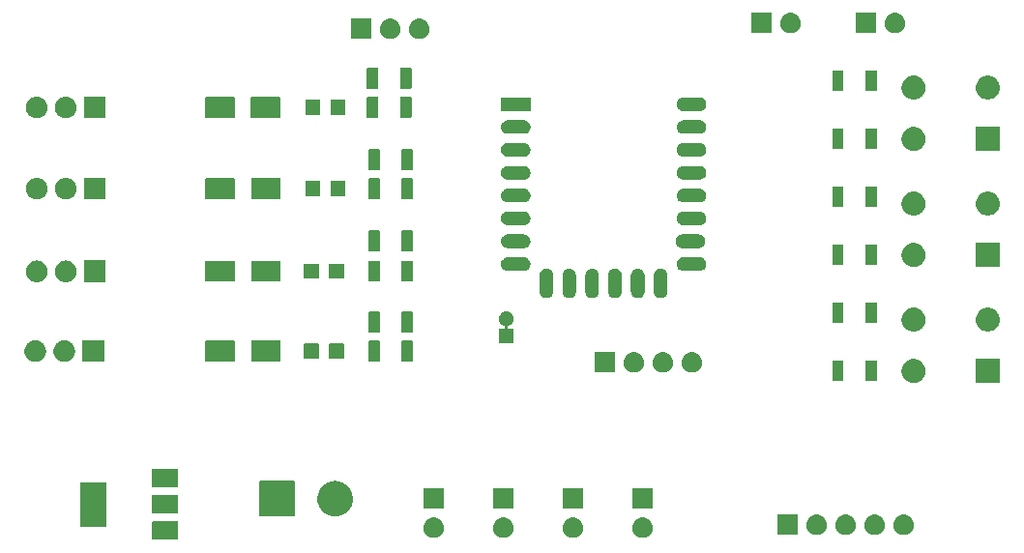
<source format=gbr>
G04 #@! TF.GenerationSoftware,KiCad,Pcbnew,8.0.2*
G04 #@! TF.CreationDate,2024-08-12T21:40:22+02:00*
G04 #@! TF.ProjectId,12v_stripe_controller_mini,3132765f-7374-4726-9970-655f636f6e74,rev?*
G04 #@! TF.SameCoordinates,Original*
G04 #@! TF.FileFunction,Soldermask,Top*
G04 #@! TF.FilePolarity,Negative*
%FSLAX46Y46*%
G04 Gerber Fmt 4.6, Leading zero omitted, Abs format (unit mm)*
G04 Created by KiCad (PCBNEW 8.0.2) date 2024-08-12 21:40:22*
%MOMM*%
%LPD*%
G01*
G04 APERTURE LIST*
G04 APERTURE END LIST*
G36*
X113108517Y-127740882D02*
G01*
X113125062Y-127751938D01*
X113136118Y-127768483D01*
X113140000Y-127788000D01*
X113140000Y-129288000D01*
X113136118Y-129307517D01*
X113125062Y-129324062D01*
X113108517Y-129335118D01*
X113089000Y-129339000D01*
X110889000Y-129339000D01*
X110869483Y-129335118D01*
X110852938Y-129324062D01*
X110841882Y-129307517D01*
X110838000Y-129288000D01*
X110838000Y-127788000D01*
X110841882Y-127768483D01*
X110852938Y-127751938D01*
X110869483Y-127740882D01*
X110889000Y-127737000D01*
X113089000Y-127737000D01*
X113108517Y-127740882D01*
G37*
G36*
X135552983Y-127373936D02*
G01*
X135603180Y-127373936D01*
X135646524Y-127383149D01*
X135684659Y-127386905D01*
X135732566Y-127401437D01*
X135787424Y-127413098D01*
X135822530Y-127428728D01*
X135853566Y-127438143D01*
X135902884Y-127464504D01*
X135959500Y-127489711D01*
X135985822Y-127508835D01*
X136009232Y-127521348D01*
X136056988Y-127560540D01*
X136111887Y-127600427D01*
X136129711Y-127620223D01*
X136145675Y-127633324D01*
X136188572Y-127685594D01*
X136237924Y-127740405D01*
X136248292Y-127758363D01*
X136257651Y-127769767D01*
X136292273Y-127834542D01*
X136332104Y-127903530D01*
X136336685Y-127917630D01*
X136340856Y-127925433D01*
X136363852Y-128001242D01*
X136390311Y-128082672D01*
X136391242Y-128091532D01*
X136392094Y-128094340D01*
X136400384Y-128178513D01*
X136410000Y-128270000D01*
X136400383Y-128361494D01*
X136392094Y-128445659D01*
X136391242Y-128448466D01*
X136390311Y-128457328D01*
X136363848Y-128538771D01*
X136340856Y-128614566D01*
X136336686Y-128622366D01*
X136332104Y-128636470D01*
X136292266Y-128705470D01*
X136257651Y-128770232D01*
X136248294Y-128781633D01*
X136237924Y-128799595D01*
X136188563Y-128854415D01*
X136145675Y-128906675D01*
X136129714Y-128919773D01*
X136111887Y-128939573D01*
X136056977Y-128979467D01*
X136009232Y-129018651D01*
X135985827Y-129031161D01*
X135959500Y-129050289D01*
X135902873Y-129075500D01*
X135853566Y-129101856D01*
X135822537Y-129111268D01*
X135787424Y-129126902D01*
X135732555Y-129138564D01*
X135684659Y-129153094D01*
X135646532Y-129156849D01*
X135603180Y-129166064D01*
X135552973Y-129166064D01*
X135509000Y-129170395D01*
X135465027Y-129166064D01*
X135414820Y-129166064D01*
X135371467Y-129156849D01*
X135333340Y-129153094D01*
X135285441Y-129138563D01*
X135230576Y-129126902D01*
X135195464Y-129111269D01*
X135164433Y-129101856D01*
X135115120Y-129075498D01*
X135058500Y-129050289D01*
X135032175Y-129031163D01*
X135008767Y-129018651D01*
X134961013Y-128979460D01*
X134906113Y-128939573D01*
X134888287Y-128919776D01*
X134872324Y-128906675D01*
X134829425Y-128854402D01*
X134780076Y-128799595D01*
X134769708Y-128781637D01*
X134760348Y-128770232D01*
X134725719Y-128705447D01*
X134685896Y-128636470D01*
X134681315Y-128622371D01*
X134677143Y-128614566D01*
X134654136Y-128538725D01*
X134627689Y-128457328D01*
X134626758Y-128448471D01*
X134625905Y-128445659D01*
X134617600Y-128361342D01*
X134608000Y-128270000D01*
X134617599Y-128178664D01*
X134625905Y-128094340D01*
X134626758Y-128091527D01*
X134627689Y-128082672D01*
X134654132Y-128001288D01*
X134677143Y-127925433D01*
X134681315Y-127917626D01*
X134685896Y-127903530D01*
X134725712Y-127834565D01*
X134760348Y-127769767D01*
X134769710Y-127758359D01*
X134780076Y-127740405D01*
X134829416Y-127685607D01*
X134872324Y-127633324D01*
X134888291Y-127620219D01*
X134906113Y-127600427D01*
X134961002Y-127560546D01*
X135008767Y-127521348D01*
X135032180Y-127508833D01*
X135058500Y-127489711D01*
X135115109Y-127464506D01*
X135164433Y-127438143D01*
X135195471Y-127428727D01*
X135230576Y-127413098D01*
X135285430Y-127401438D01*
X135333340Y-127386905D01*
X135371476Y-127383148D01*
X135414820Y-127373936D01*
X135465016Y-127373936D01*
X135509000Y-127369604D01*
X135552983Y-127373936D01*
G37*
G36*
X141648983Y-127373936D02*
G01*
X141699180Y-127373936D01*
X141742524Y-127383149D01*
X141780659Y-127386905D01*
X141828566Y-127401437D01*
X141883424Y-127413098D01*
X141918530Y-127428728D01*
X141949566Y-127438143D01*
X141998884Y-127464504D01*
X142055500Y-127489711D01*
X142081822Y-127508835D01*
X142105232Y-127521348D01*
X142152988Y-127560540D01*
X142207887Y-127600427D01*
X142225711Y-127620223D01*
X142241675Y-127633324D01*
X142284572Y-127685594D01*
X142333924Y-127740405D01*
X142344292Y-127758363D01*
X142353651Y-127769767D01*
X142388273Y-127834542D01*
X142428104Y-127903530D01*
X142432685Y-127917630D01*
X142436856Y-127925433D01*
X142459852Y-128001242D01*
X142486311Y-128082672D01*
X142487242Y-128091532D01*
X142488094Y-128094340D01*
X142496384Y-128178513D01*
X142506000Y-128270000D01*
X142496383Y-128361494D01*
X142488094Y-128445659D01*
X142487242Y-128448466D01*
X142486311Y-128457328D01*
X142459848Y-128538771D01*
X142436856Y-128614566D01*
X142432686Y-128622366D01*
X142428104Y-128636470D01*
X142388266Y-128705470D01*
X142353651Y-128770232D01*
X142344294Y-128781633D01*
X142333924Y-128799595D01*
X142284563Y-128854415D01*
X142241675Y-128906675D01*
X142225714Y-128919773D01*
X142207887Y-128939573D01*
X142152977Y-128979467D01*
X142105232Y-129018651D01*
X142081827Y-129031161D01*
X142055500Y-129050289D01*
X141998873Y-129075500D01*
X141949566Y-129101856D01*
X141918537Y-129111268D01*
X141883424Y-129126902D01*
X141828555Y-129138564D01*
X141780659Y-129153094D01*
X141742532Y-129156849D01*
X141699180Y-129166064D01*
X141648973Y-129166064D01*
X141605000Y-129170395D01*
X141561027Y-129166064D01*
X141510820Y-129166064D01*
X141467467Y-129156849D01*
X141429340Y-129153094D01*
X141381441Y-129138563D01*
X141326576Y-129126902D01*
X141291464Y-129111269D01*
X141260433Y-129101856D01*
X141211120Y-129075498D01*
X141154500Y-129050289D01*
X141128175Y-129031163D01*
X141104767Y-129018651D01*
X141057013Y-128979460D01*
X141002113Y-128939573D01*
X140984287Y-128919776D01*
X140968324Y-128906675D01*
X140925425Y-128854402D01*
X140876076Y-128799595D01*
X140865708Y-128781637D01*
X140856348Y-128770232D01*
X140821719Y-128705447D01*
X140781896Y-128636470D01*
X140777315Y-128622371D01*
X140773143Y-128614566D01*
X140750136Y-128538725D01*
X140723689Y-128457328D01*
X140722758Y-128448471D01*
X140721905Y-128445659D01*
X140713600Y-128361342D01*
X140704000Y-128270000D01*
X140713599Y-128178664D01*
X140721905Y-128094340D01*
X140722758Y-128091527D01*
X140723689Y-128082672D01*
X140750132Y-128001288D01*
X140773143Y-127925433D01*
X140777315Y-127917626D01*
X140781896Y-127903530D01*
X140821712Y-127834565D01*
X140856348Y-127769767D01*
X140865710Y-127758359D01*
X140876076Y-127740405D01*
X140925416Y-127685607D01*
X140968324Y-127633324D01*
X140984291Y-127620219D01*
X141002113Y-127600427D01*
X141057002Y-127560546D01*
X141104767Y-127521348D01*
X141128180Y-127508833D01*
X141154500Y-127489711D01*
X141211109Y-127464506D01*
X141260433Y-127438143D01*
X141291471Y-127428727D01*
X141326576Y-127413098D01*
X141381430Y-127401438D01*
X141429340Y-127386905D01*
X141467476Y-127383148D01*
X141510820Y-127373936D01*
X141561016Y-127373936D01*
X141605000Y-127369604D01*
X141648983Y-127373936D01*
G37*
G36*
X147744983Y-127373936D02*
G01*
X147795180Y-127373936D01*
X147838524Y-127383149D01*
X147876659Y-127386905D01*
X147924566Y-127401437D01*
X147979424Y-127413098D01*
X148014530Y-127428728D01*
X148045566Y-127438143D01*
X148094884Y-127464504D01*
X148151500Y-127489711D01*
X148177822Y-127508835D01*
X148201232Y-127521348D01*
X148248988Y-127560540D01*
X148303887Y-127600427D01*
X148321711Y-127620223D01*
X148337675Y-127633324D01*
X148380572Y-127685594D01*
X148429924Y-127740405D01*
X148440292Y-127758363D01*
X148449651Y-127769767D01*
X148484273Y-127834542D01*
X148524104Y-127903530D01*
X148528685Y-127917630D01*
X148532856Y-127925433D01*
X148555852Y-128001242D01*
X148582311Y-128082672D01*
X148583242Y-128091532D01*
X148584094Y-128094340D01*
X148592384Y-128178513D01*
X148602000Y-128270000D01*
X148592383Y-128361494D01*
X148584094Y-128445659D01*
X148583242Y-128448466D01*
X148582311Y-128457328D01*
X148555848Y-128538771D01*
X148532856Y-128614566D01*
X148528686Y-128622366D01*
X148524104Y-128636470D01*
X148484266Y-128705470D01*
X148449651Y-128770232D01*
X148440294Y-128781633D01*
X148429924Y-128799595D01*
X148380563Y-128854415D01*
X148337675Y-128906675D01*
X148321714Y-128919773D01*
X148303887Y-128939573D01*
X148248977Y-128979467D01*
X148201232Y-129018651D01*
X148177827Y-129031161D01*
X148151500Y-129050289D01*
X148094873Y-129075500D01*
X148045566Y-129101856D01*
X148014537Y-129111268D01*
X147979424Y-129126902D01*
X147924555Y-129138564D01*
X147876659Y-129153094D01*
X147838532Y-129156849D01*
X147795180Y-129166064D01*
X147744973Y-129166064D01*
X147701000Y-129170395D01*
X147657027Y-129166064D01*
X147606820Y-129166064D01*
X147563467Y-129156849D01*
X147525340Y-129153094D01*
X147477441Y-129138563D01*
X147422576Y-129126902D01*
X147387464Y-129111269D01*
X147356433Y-129101856D01*
X147307120Y-129075498D01*
X147250500Y-129050289D01*
X147224175Y-129031163D01*
X147200767Y-129018651D01*
X147153013Y-128979460D01*
X147098113Y-128939573D01*
X147080287Y-128919776D01*
X147064324Y-128906675D01*
X147021425Y-128854402D01*
X146972076Y-128799595D01*
X146961708Y-128781637D01*
X146952348Y-128770232D01*
X146917719Y-128705447D01*
X146877896Y-128636470D01*
X146873315Y-128622371D01*
X146869143Y-128614566D01*
X146846136Y-128538725D01*
X146819689Y-128457328D01*
X146818758Y-128448471D01*
X146817905Y-128445659D01*
X146809600Y-128361342D01*
X146800000Y-128270000D01*
X146809599Y-128178664D01*
X146817905Y-128094340D01*
X146818758Y-128091527D01*
X146819689Y-128082672D01*
X146846132Y-128001288D01*
X146869143Y-127925433D01*
X146873315Y-127917626D01*
X146877896Y-127903530D01*
X146917712Y-127834565D01*
X146952348Y-127769767D01*
X146961710Y-127758359D01*
X146972076Y-127740405D01*
X147021416Y-127685607D01*
X147064324Y-127633324D01*
X147080291Y-127620219D01*
X147098113Y-127600427D01*
X147153002Y-127560546D01*
X147200767Y-127521348D01*
X147224180Y-127508833D01*
X147250500Y-127489711D01*
X147307109Y-127464506D01*
X147356433Y-127438143D01*
X147387471Y-127428727D01*
X147422576Y-127413098D01*
X147477430Y-127401438D01*
X147525340Y-127386905D01*
X147563476Y-127383148D01*
X147606820Y-127373936D01*
X147657016Y-127373936D01*
X147701000Y-127369604D01*
X147744983Y-127373936D01*
G37*
G36*
X153840983Y-127373936D02*
G01*
X153891180Y-127373936D01*
X153934524Y-127383149D01*
X153972659Y-127386905D01*
X154020566Y-127401437D01*
X154075424Y-127413098D01*
X154110530Y-127428728D01*
X154141566Y-127438143D01*
X154190884Y-127464504D01*
X154247500Y-127489711D01*
X154273822Y-127508835D01*
X154297232Y-127521348D01*
X154344988Y-127560540D01*
X154399887Y-127600427D01*
X154417711Y-127620223D01*
X154433675Y-127633324D01*
X154476572Y-127685594D01*
X154525924Y-127740405D01*
X154536292Y-127758363D01*
X154545651Y-127769767D01*
X154580273Y-127834542D01*
X154620104Y-127903530D01*
X154624685Y-127917630D01*
X154628856Y-127925433D01*
X154651852Y-128001242D01*
X154678311Y-128082672D01*
X154679242Y-128091532D01*
X154680094Y-128094340D01*
X154688384Y-128178513D01*
X154698000Y-128270000D01*
X154688383Y-128361494D01*
X154680094Y-128445659D01*
X154679242Y-128448466D01*
X154678311Y-128457328D01*
X154651848Y-128538771D01*
X154628856Y-128614566D01*
X154624686Y-128622366D01*
X154620104Y-128636470D01*
X154580266Y-128705470D01*
X154545651Y-128770232D01*
X154536294Y-128781633D01*
X154525924Y-128799595D01*
X154476563Y-128854415D01*
X154433675Y-128906675D01*
X154417714Y-128919773D01*
X154399887Y-128939573D01*
X154344977Y-128979467D01*
X154297232Y-129018651D01*
X154273827Y-129031161D01*
X154247500Y-129050289D01*
X154190873Y-129075500D01*
X154141566Y-129101856D01*
X154110537Y-129111268D01*
X154075424Y-129126902D01*
X154020555Y-129138564D01*
X153972659Y-129153094D01*
X153934532Y-129156849D01*
X153891180Y-129166064D01*
X153840973Y-129166064D01*
X153797000Y-129170395D01*
X153753027Y-129166064D01*
X153702820Y-129166064D01*
X153659467Y-129156849D01*
X153621340Y-129153094D01*
X153573441Y-129138563D01*
X153518576Y-129126902D01*
X153483464Y-129111269D01*
X153452433Y-129101856D01*
X153403120Y-129075498D01*
X153346500Y-129050289D01*
X153320175Y-129031163D01*
X153296767Y-129018651D01*
X153249013Y-128979460D01*
X153194113Y-128939573D01*
X153176287Y-128919776D01*
X153160324Y-128906675D01*
X153117425Y-128854402D01*
X153068076Y-128799595D01*
X153057708Y-128781637D01*
X153048348Y-128770232D01*
X153013719Y-128705447D01*
X152973896Y-128636470D01*
X152969315Y-128622371D01*
X152965143Y-128614566D01*
X152942136Y-128538725D01*
X152915689Y-128457328D01*
X152914758Y-128448471D01*
X152913905Y-128445659D01*
X152905600Y-128361342D01*
X152896000Y-128270000D01*
X152905599Y-128178664D01*
X152913905Y-128094340D01*
X152914758Y-128091527D01*
X152915689Y-128082672D01*
X152942132Y-128001288D01*
X152965143Y-127925433D01*
X152969315Y-127917626D01*
X152973896Y-127903530D01*
X153013712Y-127834565D01*
X153048348Y-127769767D01*
X153057710Y-127758359D01*
X153068076Y-127740405D01*
X153117416Y-127685607D01*
X153160324Y-127633324D01*
X153176291Y-127620219D01*
X153194113Y-127600427D01*
X153249002Y-127560546D01*
X153296767Y-127521348D01*
X153320180Y-127508833D01*
X153346500Y-127489711D01*
X153403109Y-127464506D01*
X153452433Y-127438143D01*
X153483471Y-127428727D01*
X153518576Y-127413098D01*
X153573430Y-127401438D01*
X153621340Y-127386905D01*
X153659476Y-127383148D01*
X153702820Y-127373936D01*
X153753016Y-127373936D01*
X153797000Y-127369604D01*
X153840983Y-127373936D01*
G37*
G36*
X167366517Y-127118882D02*
G01*
X167383062Y-127129938D01*
X167394118Y-127146483D01*
X167398000Y-127166000D01*
X167398000Y-128866000D01*
X167394118Y-128885517D01*
X167383062Y-128902062D01*
X167366517Y-128913118D01*
X167347000Y-128917000D01*
X165647000Y-128917000D01*
X165627483Y-128913118D01*
X165610938Y-128902062D01*
X165599882Y-128885517D01*
X165596000Y-128866000D01*
X165596000Y-127166000D01*
X165599882Y-127146483D01*
X165610938Y-127129938D01*
X165627483Y-127118882D01*
X165647000Y-127115000D01*
X167347000Y-127115000D01*
X167366517Y-127118882D01*
G37*
G36*
X169080983Y-127119936D02*
G01*
X169131180Y-127119936D01*
X169174524Y-127129149D01*
X169212659Y-127132905D01*
X169260566Y-127147437D01*
X169315424Y-127159098D01*
X169350530Y-127174728D01*
X169381566Y-127184143D01*
X169430884Y-127210504D01*
X169487500Y-127235711D01*
X169513822Y-127254835D01*
X169537232Y-127267348D01*
X169584988Y-127306540D01*
X169639887Y-127346427D01*
X169657711Y-127366223D01*
X169673675Y-127379324D01*
X169716572Y-127431594D01*
X169765924Y-127486405D01*
X169776292Y-127504363D01*
X169785651Y-127515767D01*
X169820273Y-127580542D01*
X169860104Y-127649530D01*
X169864685Y-127663630D01*
X169868856Y-127671433D01*
X169891852Y-127747242D01*
X169918311Y-127828672D01*
X169919242Y-127837532D01*
X169920094Y-127840340D01*
X169928384Y-127924513D01*
X169938000Y-128016000D01*
X169928383Y-128107494D01*
X169920094Y-128191659D01*
X169919242Y-128194466D01*
X169918311Y-128203328D01*
X169891848Y-128284771D01*
X169868856Y-128360566D01*
X169864686Y-128368366D01*
X169860104Y-128382470D01*
X169820266Y-128451470D01*
X169785651Y-128516232D01*
X169776294Y-128527633D01*
X169765924Y-128545595D01*
X169716563Y-128600415D01*
X169673675Y-128652675D01*
X169657714Y-128665773D01*
X169639887Y-128685573D01*
X169584977Y-128725467D01*
X169537232Y-128764651D01*
X169513827Y-128777161D01*
X169487500Y-128796289D01*
X169430873Y-128821500D01*
X169381566Y-128847856D01*
X169350537Y-128857268D01*
X169315424Y-128872902D01*
X169260555Y-128884564D01*
X169212659Y-128899094D01*
X169174532Y-128902849D01*
X169131180Y-128912064D01*
X169080973Y-128912064D01*
X169037000Y-128916395D01*
X168993027Y-128912064D01*
X168942820Y-128912064D01*
X168899467Y-128902849D01*
X168861340Y-128899094D01*
X168813441Y-128884563D01*
X168758576Y-128872902D01*
X168723464Y-128857269D01*
X168692433Y-128847856D01*
X168643120Y-128821498D01*
X168586500Y-128796289D01*
X168560175Y-128777163D01*
X168536767Y-128764651D01*
X168489013Y-128725460D01*
X168434113Y-128685573D01*
X168416287Y-128665776D01*
X168400324Y-128652675D01*
X168357425Y-128600402D01*
X168308076Y-128545595D01*
X168297708Y-128527637D01*
X168288348Y-128516232D01*
X168253719Y-128451447D01*
X168213896Y-128382470D01*
X168209315Y-128368371D01*
X168205143Y-128360566D01*
X168182136Y-128284725D01*
X168155689Y-128203328D01*
X168154758Y-128194471D01*
X168153905Y-128191659D01*
X168145600Y-128107342D01*
X168136000Y-128016000D01*
X168145599Y-127924664D01*
X168153905Y-127840340D01*
X168154758Y-127837527D01*
X168155689Y-127828672D01*
X168182132Y-127747288D01*
X168205143Y-127671433D01*
X168209315Y-127663626D01*
X168213896Y-127649530D01*
X168253712Y-127580565D01*
X168288348Y-127515767D01*
X168297710Y-127504359D01*
X168308076Y-127486405D01*
X168357416Y-127431607D01*
X168400324Y-127379324D01*
X168416291Y-127366219D01*
X168434113Y-127346427D01*
X168489002Y-127306546D01*
X168536767Y-127267348D01*
X168560180Y-127254833D01*
X168586500Y-127235711D01*
X168643109Y-127210506D01*
X168692433Y-127184143D01*
X168723471Y-127174727D01*
X168758576Y-127159098D01*
X168813430Y-127147438D01*
X168861340Y-127132905D01*
X168899476Y-127129148D01*
X168942820Y-127119936D01*
X168993016Y-127119936D01*
X169037000Y-127115604D01*
X169080983Y-127119936D01*
G37*
G36*
X171620983Y-127119936D02*
G01*
X171671180Y-127119936D01*
X171714524Y-127129149D01*
X171752659Y-127132905D01*
X171800566Y-127147437D01*
X171855424Y-127159098D01*
X171890530Y-127174728D01*
X171921566Y-127184143D01*
X171970884Y-127210504D01*
X172027500Y-127235711D01*
X172053822Y-127254835D01*
X172077232Y-127267348D01*
X172124988Y-127306540D01*
X172179887Y-127346427D01*
X172197711Y-127366223D01*
X172213675Y-127379324D01*
X172256572Y-127431594D01*
X172305924Y-127486405D01*
X172316292Y-127504363D01*
X172325651Y-127515767D01*
X172360273Y-127580542D01*
X172400104Y-127649530D01*
X172404685Y-127663630D01*
X172408856Y-127671433D01*
X172431852Y-127747242D01*
X172458311Y-127828672D01*
X172459242Y-127837532D01*
X172460094Y-127840340D01*
X172468384Y-127924513D01*
X172478000Y-128016000D01*
X172468383Y-128107494D01*
X172460094Y-128191659D01*
X172459242Y-128194466D01*
X172458311Y-128203328D01*
X172431848Y-128284771D01*
X172408856Y-128360566D01*
X172404686Y-128368366D01*
X172400104Y-128382470D01*
X172360266Y-128451470D01*
X172325651Y-128516232D01*
X172316294Y-128527633D01*
X172305924Y-128545595D01*
X172256563Y-128600415D01*
X172213675Y-128652675D01*
X172197714Y-128665773D01*
X172179887Y-128685573D01*
X172124977Y-128725467D01*
X172077232Y-128764651D01*
X172053827Y-128777161D01*
X172027500Y-128796289D01*
X171970873Y-128821500D01*
X171921566Y-128847856D01*
X171890537Y-128857268D01*
X171855424Y-128872902D01*
X171800555Y-128884564D01*
X171752659Y-128899094D01*
X171714532Y-128902849D01*
X171671180Y-128912064D01*
X171620973Y-128912064D01*
X171577000Y-128916395D01*
X171533027Y-128912064D01*
X171482820Y-128912064D01*
X171439467Y-128902849D01*
X171401340Y-128899094D01*
X171353441Y-128884563D01*
X171298576Y-128872902D01*
X171263464Y-128857269D01*
X171232433Y-128847856D01*
X171183120Y-128821498D01*
X171126500Y-128796289D01*
X171100175Y-128777163D01*
X171076767Y-128764651D01*
X171029013Y-128725460D01*
X170974113Y-128685573D01*
X170956287Y-128665776D01*
X170940324Y-128652675D01*
X170897425Y-128600402D01*
X170848076Y-128545595D01*
X170837708Y-128527637D01*
X170828348Y-128516232D01*
X170793719Y-128451447D01*
X170753896Y-128382470D01*
X170749315Y-128368371D01*
X170745143Y-128360566D01*
X170722136Y-128284725D01*
X170695689Y-128203328D01*
X170694758Y-128194471D01*
X170693905Y-128191659D01*
X170685600Y-128107342D01*
X170676000Y-128016000D01*
X170685599Y-127924664D01*
X170693905Y-127840340D01*
X170694758Y-127837527D01*
X170695689Y-127828672D01*
X170722132Y-127747288D01*
X170745143Y-127671433D01*
X170749315Y-127663626D01*
X170753896Y-127649530D01*
X170793712Y-127580565D01*
X170828348Y-127515767D01*
X170837710Y-127504359D01*
X170848076Y-127486405D01*
X170897416Y-127431607D01*
X170940324Y-127379324D01*
X170956291Y-127366219D01*
X170974113Y-127346427D01*
X171029002Y-127306546D01*
X171076767Y-127267348D01*
X171100180Y-127254833D01*
X171126500Y-127235711D01*
X171183109Y-127210506D01*
X171232433Y-127184143D01*
X171263471Y-127174727D01*
X171298576Y-127159098D01*
X171353430Y-127147438D01*
X171401340Y-127132905D01*
X171439476Y-127129148D01*
X171482820Y-127119936D01*
X171533016Y-127119936D01*
X171577000Y-127115604D01*
X171620983Y-127119936D01*
G37*
G36*
X174160983Y-127119936D02*
G01*
X174211180Y-127119936D01*
X174254524Y-127129149D01*
X174292659Y-127132905D01*
X174340566Y-127147437D01*
X174395424Y-127159098D01*
X174430530Y-127174728D01*
X174461566Y-127184143D01*
X174510884Y-127210504D01*
X174567500Y-127235711D01*
X174593822Y-127254835D01*
X174617232Y-127267348D01*
X174664988Y-127306540D01*
X174719887Y-127346427D01*
X174737711Y-127366223D01*
X174753675Y-127379324D01*
X174796572Y-127431594D01*
X174845924Y-127486405D01*
X174856292Y-127504363D01*
X174865651Y-127515767D01*
X174900273Y-127580542D01*
X174940104Y-127649530D01*
X174944685Y-127663630D01*
X174948856Y-127671433D01*
X174971852Y-127747242D01*
X174998311Y-127828672D01*
X174999242Y-127837532D01*
X175000094Y-127840340D01*
X175008384Y-127924513D01*
X175018000Y-128016000D01*
X175008383Y-128107494D01*
X175000094Y-128191659D01*
X174999242Y-128194466D01*
X174998311Y-128203328D01*
X174971848Y-128284771D01*
X174948856Y-128360566D01*
X174944686Y-128368366D01*
X174940104Y-128382470D01*
X174900266Y-128451470D01*
X174865651Y-128516232D01*
X174856294Y-128527633D01*
X174845924Y-128545595D01*
X174796563Y-128600415D01*
X174753675Y-128652675D01*
X174737714Y-128665773D01*
X174719887Y-128685573D01*
X174664977Y-128725467D01*
X174617232Y-128764651D01*
X174593827Y-128777161D01*
X174567500Y-128796289D01*
X174510873Y-128821500D01*
X174461566Y-128847856D01*
X174430537Y-128857268D01*
X174395424Y-128872902D01*
X174340555Y-128884564D01*
X174292659Y-128899094D01*
X174254532Y-128902849D01*
X174211180Y-128912064D01*
X174160973Y-128912064D01*
X174117000Y-128916395D01*
X174073027Y-128912064D01*
X174022820Y-128912064D01*
X173979467Y-128902849D01*
X173941340Y-128899094D01*
X173893441Y-128884563D01*
X173838576Y-128872902D01*
X173803464Y-128857269D01*
X173772433Y-128847856D01*
X173723120Y-128821498D01*
X173666500Y-128796289D01*
X173640175Y-128777163D01*
X173616767Y-128764651D01*
X173569013Y-128725460D01*
X173514113Y-128685573D01*
X173496287Y-128665776D01*
X173480324Y-128652675D01*
X173437425Y-128600402D01*
X173388076Y-128545595D01*
X173377708Y-128527637D01*
X173368348Y-128516232D01*
X173333719Y-128451447D01*
X173293896Y-128382470D01*
X173289315Y-128368371D01*
X173285143Y-128360566D01*
X173262136Y-128284725D01*
X173235689Y-128203328D01*
X173234758Y-128194471D01*
X173233905Y-128191659D01*
X173225600Y-128107342D01*
X173216000Y-128016000D01*
X173225599Y-127924664D01*
X173233905Y-127840340D01*
X173234758Y-127837527D01*
X173235689Y-127828672D01*
X173262132Y-127747288D01*
X173285143Y-127671433D01*
X173289315Y-127663626D01*
X173293896Y-127649530D01*
X173333712Y-127580565D01*
X173368348Y-127515767D01*
X173377710Y-127504359D01*
X173388076Y-127486405D01*
X173437416Y-127431607D01*
X173480324Y-127379324D01*
X173496291Y-127366219D01*
X173514113Y-127346427D01*
X173569002Y-127306546D01*
X173616767Y-127267348D01*
X173640180Y-127254833D01*
X173666500Y-127235711D01*
X173723109Y-127210506D01*
X173772433Y-127184143D01*
X173803471Y-127174727D01*
X173838576Y-127159098D01*
X173893430Y-127147438D01*
X173941340Y-127132905D01*
X173979476Y-127129148D01*
X174022820Y-127119936D01*
X174073016Y-127119936D01*
X174117000Y-127115604D01*
X174160983Y-127119936D01*
G37*
G36*
X176700983Y-127119936D02*
G01*
X176751180Y-127119936D01*
X176794524Y-127129149D01*
X176832659Y-127132905D01*
X176880566Y-127147437D01*
X176935424Y-127159098D01*
X176970530Y-127174728D01*
X177001566Y-127184143D01*
X177050884Y-127210504D01*
X177107500Y-127235711D01*
X177133822Y-127254835D01*
X177157232Y-127267348D01*
X177204988Y-127306540D01*
X177259887Y-127346427D01*
X177277711Y-127366223D01*
X177293675Y-127379324D01*
X177336572Y-127431594D01*
X177385924Y-127486405D01*
X177396292Y-127504363D01*
X177405651Y-127515767D01*
X177440273Y-127580542D01*
X177480104Y-127649530D01*
X177484685Y-127663630D01*
X177488856Y-127671433D01*
X177511852Y-127747242D01*
X177538311Y-127828672D01*
X177539242Y-127837532D01*
X177540094Y-127840340D01*
X177548384Y-127924513D01*
X177558000Y-128016000D01*
X177548383Y-128107494D01*
X177540094Y-128191659D01*
X177539242Y-128194466D01*
X177538311Y-128203328D01*
X177511848Y-128284771D01*
X177488856Y-128360566D01*
X177484686Y-128368366D01*
X177480104Y-128382470D01*
X177440266Y-128451470D01*
X177405651Y-128516232D01*
X177396294Y-128527633D01*
X177385924Y-128545595D01*
X177336563Y-128600415D01*
X177293675Y-128652675D01*
X177277714Y-128665773D01*
X177259887Y-128685573D01*
X177204977Y-128725467D01*
X177157232Y-128764651D01*
X177133827Y-128777161D01*
X177107500Y-128796289D01*
X177050873Y-128821500D01*
X177001566Y-128847856D01*
X176970537Y-128857268D01*
X176935424Y-128872902D01*
X176880555Y-128884564D01*
X176832659Y-128899094D01*
X176794532Y-128902849D01*
X176751180Y-128912064D01*
X176700973Y-128912064D01*
X176657000Y-128916395D01*
X176613027Y-128912064D01*
X176562820Y-128912064D01*
X176519467Y-128902849D01*
X176481340Y-128899094D01*
X176433441Y-128884563D01*
X176378576Y-128872902D01*
X176343464Y-128857269D01*
X176312433Y-128847856D01*
X176263120Y-128821498D01*
X176206500Y-128796289D01*
X176180175Y-128777163D01*
X176156767Y-128764651D01*
X176109013Y-128725460D01*
X176054113Y-128685573D01*
X176036287Y-128665776D01*
X176020324Y-128652675D01*
X175977425Y-128600402D01*
X175928076Y-128545595D01*
X175917708Y-128527637D01*
X175908348Y-128516232D01*
X175873719Y-128451447D01*
X175833896Y-128382470D01*
X175829315Y-128368371D01*
X175825143Y-128360566D01*
X175802136Y-128284725D01*
X175775689Y-128203328D01*
X175774758Y-128194471D01*
X175773905Y-128191659D01*
X175765600Y-128107342D01*
X175756000Y-128016000D01*
X175765599Y-127924664D01*
X175773905Y-127840340D01*
X175774758Y-127837527D01*
X175775689Y-127828672D01*
X175802132Y-127747288D01*
X175825143Y-127671433D01*
X175829315Y-127663626D01*
X175833896Y-127649530D01*
X175873712Y-127580565D01*
X175908348Y-127515767D01*
X175917710Y-127504359D01*
X175928076Y-127486405D01*
X175977416Y-127431607D01*
X176020324Y-127379324D01*
X176036291Y-127366219D01*
X176054113Y-127346427D01*
X176109002Y-127306546D01*
X176156767Y-127267348D01*
X176180180Y-127254833D01*
X176206500Y-127235711D01*
X176263109Y-127210506D01*
X176312433Y-127184143D01*
X176343471Y-127174727D01*
X176378576Y-127159098D01*
X176433430Y-127147438D01*
X176481340Y-127132905D01*
X176519476Y-127129148D01*
X176562820Y-127119936D01*
X176613016Y-127119936D01*
X176657000Y-127115604D01*
X176700983Y-127119936D01*
G37*
G36*
X106808517Y-124290882D02*
G01*
X106825062Y-124301938D01*
X106836118Y-124318483D01*
X106840000Y-124338000D01*
X106840000Y-128138000D01*
X106836118Y-128157517D01*
X106825062Y-128174062D01*
X106808517Y-128185118D01*
X106789000Y-128189000D01*
X104589000Y-128189000D01*
X104569483Y-128185118D01*
X104552938Y-128174062D01*
X104541882Y-128157517D01*
X104538000Y-128138000D01*
X104538000Y-124338000D01*
X104541882Y-124318483D01*
X104552938Y-124301938D01*
X104569483Y-124290882D01*
X104589000Y-124287000D01*
X106789000Y-124287000D01*
X106808517Y-124290882D01*
G37*
G36*
X123312517Y-124182882D02*
G01*
X123329062Y-124193938D01*
X123340118Y-124210483D01*
X123344000Y-124230000D01*
X123344000Y-127230000D01*
X123340118Y-127249517D01*
X123329062Y-127266062D01*
X123312517Y-127277118D01*
X123293000Y-127281000D01*
X120293000Y-127281000D01*
X120273483Y-127277118D01*
X120256938Y-127266062D01*
X120245882Y-127249517D01*
X120242000Y-127230000D01*
X120242000Y-124230000D01*
X120245882Y-124210483D01*
X120256938Y-124193938D01*
X120273483Y-124182882D01*
X120293000Y-124179000D01*
X123293000Y-124179000D01*
X123312517Y-124182882D01*
G37*
G36*
X126932543Y-124183686D02*
G01*
X126988880Y-124183686D01*
X127050437Y-124192964D01*
X127115630Y-124198095D01*
X127168181Y-124210711D01*
X127218050Y-124218228D01*
X127283215Y-124238328D01*
X127352285Y-124254911D01*
X127396943Y-124273409D01*
X127439519Y-124286542D01*
X127506365Y-124318733D01*
X127577139Y-124348049D01*
X127613466Y-124370310D01*
X127648322Y-124387096D01*
X127714620Y-124432297D01*
X127784655Y-124475215D01*
X127812700Y-124499167D01*
X127839813Y-124517653D01*
X127903119Y-124576392D01*
X127969723Y-124633277D01*
X127989946Y-124656956D01*
X128009706Y-124675290D01*
X128067478Y-124747734D01*
X128127785Y-124818345D01*
X128141048Y-124839988D01*
X128154206Y-124856488D01*
X128203834Y-124942447D01*
X128254951Y-125025861D01*
X128262458Y-125043984D01*
X128270088Y-125057200D01*
X128308994Y-125156331D01*
X128348089Y-125250715D01*
X128351322Y-125264184D01*
X128354757Y-125272935D01*
X128380473Y-125385604D01*
X128404905Y-125487370D01*
X128405538Y-125495423D01*
X128406330Y-125498890D01*
X128416656Y-125636692D01*
X128424000Y-125730000D01*
X128416656Y-125823315D01*
X128406330Y-125961109D01*
X128405538Y-125964574D01*
X128404905Y-125972630D01*
X128380468Y-126074414D01*
X128354757Y-126187064D01*
X128351323Y-126195812D01*
X128348089Y-126209285D01*
X128308986Y-126303686D01*
X128270088Y-126402799D01*
X128262459Y-126416011D01*
X128254951Y-126434139D01*
X128203824Y-126517569D01*
X128154206Y-126603511D01*
X128141050Y-126620007D01*
X128127785Y-126641655D01*
X128067466Y-126712279D01*
X128009706Y-126784709D01*
X127989951Y-126803038D01*
X127969723Y-126826723D01*
X127903105Y-126883618D01*
X127839813Y-126942346D01*
X127812706Y-126960827D01*
X127784655Y-126984785D01*
X127714606Y-127027710D01*
X127648322Y-127072903D01*
X127613474Y-127089684D01*
X127577139Y-127111951D01*
X127506350Y-127141272D01*
X127439519Y-127173457D01*
X127396952Y-127186586D01*
X127352285Y-127205089D01*
X127283200Y-127221674D01*
X127218050Y-127241771D01*
X127168189Y-127249286D01*
X127115630Y-127261905D01*
X127050433Y-127267035D01*
X126988880Y-127276314D01*
X126932543Y-127276314D01*
X126873000Y-127281000D01*
X126813457Y-127276314D01*
X126757120Y-127276314D01*
X126695565Y-127267035D01*
X126630370Y-127261905D01*
X126577811Y-127249286D01*
X126527949Y-127241771D01*
X126462796Y-127221673D01*
X126393715Y-127205089D01*
X126349047Y-127186587D01*
X126306481Y-127173457D01*
X126239646Y-127141271D01*
X126168861Y-127111951D01*
X126132528Y-127089686D01*
X126097675Y-127072902D01*
X126031377Y-127027700D01*
X125961345Y-126984785D01*
X125933301Y-126960833D01*
X125906188Y-126942348D01*
X125842880Y-126883607D01*
X125776277Y-126826723D01*
X125756052Y-126803043D01*
X125736293Y-126784709D01*
X125678518Y-126712261D01*
X125618215Y-126641655D01*
X125604952Y-126620012D01*
X125591793Y-126603511D01*
X125542157Y-126517540D01*
X125491049Y-126434139D01*
X125483542Y-126416017D01*
X125475911Y-126402799D01*
X125436994Y-126303640D01*
X125397911Y-126209285D01*
X125394678Y-126195819D01*
X125391242Y-126187064D01*
X125365511Y-126074329D01*
X125341095Y-125972630D01*
X125340461Y-125964581D01*
X125339669Y-125961109D01*
X125329323Y-125823050D01*
X125322000Y-125730000D01*
X125329322Y-125636957D01*
X125339669Y-125498890D01*
X125340461Y-125495416D01*
X125341095Y-125487370D01*
X125365506Y-125385689D01*
X125391242Y-125272935D01*
X125394678Y-125264178D01*
X125397911Y-125250715D01*
X125436986Y-125156377D01*
X125475911Y-125057200D01*
X125483544Y-125043978D01*
X125491049Y-125025861D01*
X125542147Y-124942475D01*
X125591793Y-124856488D01*
X125604955Y-124839983D01*
X125618215Y-124818345D01*
X125678506Y-124747752D01*
X125736293Y-124675290D01*
X125756056Y-124656951D01*
X125776277Y-124633277D01*
X125842866Y-124576404D01*
X125906188Y-124517651D01*
X125933307Y-124499161D01*
X125961345Y-124475215D01*
X126031362Y-124432308D01*
X126097675Y-124387097D01*
X126132536Y-124370308D01*
X126168861Y-124348049D01*
X126239632Y-124318734D01*
X126306481Y-124286542D01*
X126349057Y-124273408D01*
X126393715Y-124254911D01*
X126462781Y-124238329D01*
X126527949Y-124218228D01*
X126577820Y-124210711D01*
X126630370Y-124198095D01*
X126695561Y-124192964D01*
X126757120Y-124183686D01*
X126813457Y-124183686D01*
X126873000Y-124179000D01*
X126932543Y-124183686D01*
G37*
G36*
X113108517Y-125440882D02*
G01*
X113125062Y-125451938D01*
X113136118Y-125468483D01*
X113140000Y-125488000D01*
X113140000Y-126988000D01*
X113136118Y-127007517D01*
X113125062Y-127024062D01*
X113108517Y-127035118D01*
X113089000Y-127039000D01*
X110889000Y-127039000D01*
X110869483Y-127035118D01*
X110852938Y-127024062D01*
X110841882Y-127007517D01*
X110838000Y-126988000D01*
X110838000Y-125488000D01*
X110841882Y-125468483D01*
X110852938Y-125451938D01*
X110869483Y-125440882D01*
X110889000Y-125437000D01*
X113089000Y-125437000D01*
X113108517Y-125440882D01*
G37*
G36*
X136378517Y-124832882D02*
G01*
X136395062Y-124843938D01*
X136406118Y-124860483D01*
X136410000Y-124880000D01*
X136410000Y-126580000D01*
X136406118Y-126599517D01*
X136395062Y-126616062D01*
X136378517Y-126627118D01*
X136359000Y-126631000D01*
X134659000Y-126631000D01*
X134639483Y-126627118D01*
X134622938Y-126616062D01*
X134611882Y-126599517D01*
X134608000Y-126580000D01*
X134608000Y-124880000D01*
X134611882Y-124860483D01*
X134622938Y-124843938D01*
X134639483Y-124832882D01*
X134659000Y-124829000D01*
X136359000Y-124829000D01*
X136378517Y-124832882D01*
G37*
G36*
X142474517Y-124832882D02*
G01*
X142491062Y-124843938D01*
X142502118Y-124860483D01*
X142506000Y-124880000D01*
X142506000Y-126580000D01*
X142502118Y-126599517D01*
X142491062Y-126616062D01*
X142474517Y-126627118D01*
X142455000Y-126631000D01*
X140755000Y-126631000D01*
X140735483Y-126627118D01*
X140718938Y-126616062D01*
X140707882Y-126599517D01*
X140704000Y-126580000D01*
X140704000Y-124880000D01*
X140707882Y-124860483D01*
X140718938Y-124843938D01*
X140735483Y-124832882D01*
X140755000Y-124829000D01*
X142455000Y-124829000D01*
X142474517Y-124832882D01*
G37*
G36*
X148570517Y-124832882D02*
G01*
X148587062Y-124843938D01*
X148598118Y-124860483D01*
X148602000Y-124880000D01*
X148602000Y-126580000D01*
X148598118Y-126599517D01*
X148587062Y-126616062D01*
X148570517Y-126627118D01*
X148551000Y-126631000D01*
X146851000Y-126631000D01*
X146831483Y-126627118D01*
X146814938Y-126616062D01*
X146803882Y-126599517D01*
X146800000Y-126580000D01*
X146800000Y-124880000D01*
X146803882Y-124860483D01*
X146814938Y-124843938D01*
X146831483Y-124832882D01*
X146851000Y-124829000D01*
X148551000Y-124829000D01*
X148570517Y-124832882D01*
G37*
G36*
X154666517Y-124832882D02*
G01*
X154683062Y-124843938D01*
X154694118Y-124860483D01*
X154698000Y-124880000D01*
X154698000Y-126580000D01*
X154694118Y-126599517D01*
X154683062Y-126616062D01*
X154666517Y-126627118D01*
X154647000Y-126631000D01*
X152947000Y-126631000D01*
X152927483Y-126627118D01*
X152910938Y-126616062D01*
X152899882Y-126599517D01*
X152896000Y-126580000D01*
X152896000Y-124880000D01*
X152899882Y-124860483D01*
X152910938Y-124843938D01*
X152927483Y-124832882D01*
X152947000Y-124829000D01*
X154647000Y-124829000D01*
X154666517Y-124832882D01*
G37*
G36*
X113108517Y-123140882D02*
G01*
X113125062Y-123151938D01*
X113136118Y-123168483D01*
X113140000Y-123188000D01*
X113140000Y-124688000D01*
X113136118Y-124707517D01*
X113125062Y-124724062D01*
X113108517Y-124735118D01*
X113089000Y-124739000D01*
X110889000Y-124739000D01*
X110869483Y-124735118D01*
X110852938Y-124724062D01*
X110841882Y-124707517D01*
X110838000Y-124688000D01*
X110838000Y-123188000D01*
X110841882Y-123168483D01*
X110852938Y-123151938D01*
X110869483Y-123140882D01*
X110889000Y-123137000D01*
X113089000Y-123137000D01*
X113108517Y-123140882D01*
G37*
G36*
X177572738Y-113497417D02*
G01*
X177618723Y-113497417D01*
X177669939Y-113506990D01*
X177726840Y-113512595D01*
X177770061Y-113525706D01*
X177809274Y-113533036D01*
X177863585Y-113554076D01*
X177924000Y-113572403D01*
X177958520Y-113590854D01*
X177990032Y-113603062D01*
X178044777Y-113636959D01*
X178105704Y-113669525D01*
X178131306Y-113690536D01*
X178154848Y-113705113D01*
X178207012Y-113752667D01*
X178264969Y-113800231D01*
X178282142Y-113821157D01*
X178298101Y-113835705D01*
X178344429Y-113897053D01*
X178395675Y-113959496D01*
X178405583Y-113978034D01*
X178414922Y-113990400D01*
X178452074Y-114065013D01*
X178492797Y-114141200D01*
X178497140Y-114155517D01*
X178501328Y-114163928D01*
X178526067Y-114250876D01*
X178552605Y-114338360D01*
X178553476Y-114347211D01*
X178554377Y-114350375D01*
X178563738Y-114451402D01*
X178572800Y-114543400D01*
X178563738Y-114635405D01*
X178554377Y-114736424D01*
X178553476Y-114739587D01*
X178552605Y-114748440D01*
X178526062Y-114835938D01*
X178501328Y-114922871D01*
X178497141Y-114931279D01*
X178492797Y-114945600D01*
X178452067Y-115021799D01*
X178414922Y-115096399D01*
X178405585Y-115108762D01*
X178395675Y-115127304D01*
X178344420Y-115189757D01*
X178298101Y-115251094D01*
X178282145Y-115265638D01*
X178264969Y-115286569D01*
X178207001Y-115334141D01*
X178154848Y-115381686D01*
X178131311Y-115396259D01*
X178105704Y-115417275D01*
X178044765Y-115449847D01*
X177990032Y-115483737D01*
X177958526Y-115495942D01*
X177924000Y-115514397D01*
X177863573Y-115532727D01*
X177809274Y-115553763D01*
X177770068Y-115561091D01*
X177726840Y-115574205D01*
X177669936Y-115579809D01*
X177618723Y-115589383D01*
X177572738Y-115589383D01*
X177521800Y-115594400D01*
X177470862Y-115589383D01*
X177424877Y-115589383D01*
X177373663Y-115579809D01*
X177316760Y-115574205D01*
X177273532Y-115561092D01*
X177234325Y-115553763D01*
X177180021Y-115532725D01*
X177119600Y-115514397D01*
X177085075Y-115495943D01*
X177053567Y-115483737D01*
X176998827Y-115449843D01*
X176937896Y-115417275D01*
X176912291Y-115396261D01*
X176888751Y-115381686D01*
X176836588Y-115334133D01*
X176778631Y-115286569D01*
X176761456Y-115265642D01*
X176745498Y-115251094D01*
X176699167Y-115189742D01*
X176647925Y-115127304D01*
X176638016Y-115108766D01*
X176628677Y-115096399D01*
X176591517Y-115021772D01*
X176550803Y-114945600D01*
X176546460Y-114931284D01*
X176542271Y-114922871D01*
X176517521Y-114835885D01*
X176490995Y-114748440D01*
X176490123Y-114739592D01*
X176489222Y-114736424D01*
X176479844Y-114635233D01*
X176470800Y-114543400D01*
X176479844Y-114451573D01*
X176489222Y-114350375D01*
X176490123Y-114347205D01*
X176490995Y-114338360D01*
X176517516Y-114250929D01*
X176542271Y-114163928D01*
X176546461Y-114155512D01*
X176550803Y-114141200D01*
X176591510Y-114065041D01*
X176628677Y-113990400D01*
X176638018Y-113978029D01*
X176647925Y-113959496D01*
X176699157Y-113897068D01*
X176745498Y-113835705D01*
X176761460Y-113821153D01*
X176778631Y-113800231D01*
X176836577Y-113752675D01*
X176888751Y-113705113D01*
X176912296Y-113690534D01*
X176937896Y-113669525D01*
X176998815Y-113636963D01*
X177053567Y-113603062D01*
X177085082Y-113590852D01*
X177119600Y-113572403D01*
X177180009Y-113554077D01*
X177234325Y-113533036D01*
X177273539Y-113525705D01*
X177316760Y-113512595D01*
X177373660Y-113506990D01*
X177424877Y-113497417D01*
X177470862Y-113497417D01*
X177521800Y-113492400D01*
X177572738Y-113497417D01*
G37*
G36*
X185041317Y-113496282D02*
G01*
X185057862Y-113507338D01*
X185068918Y-113523883D01*
X185072800Y-113543400D01*
X185072800Y-115543400D01*
X185068918Y-115562917D01*
X185057862Y-115579462D01*
X185041317Y-115590518D01*
X185021800Y-115594400D01*
X183021800Y-115594400D01*
X183002283Y-115590518D01*
X182985738Y-115579462D01*
X182974682Y-115562917D01*
X182970800Y-115543400D01*
X182970800Y-113543400D01*
X182974682Y-113523883D01*
X182985738Y-113507338D01*
X183002283Y-113496282D01*
X183021800Y-113492400D01*
X185021800Y-113492400D01*
X185041317Y-113496282D01*
G37*
G36*
X171358517Y-113656882D02*
G01*
X171375062Y-113667938D01*
X171386118Y-113684483D01*
X171390000Y-113704000D01*
X171390000Y-115404000D01*
X171386118Y-115423517D01*
X171375062Y-115440062D01*
X171358517Y-115451118D01*
X171339000Y-115455000D01*
X170439000Y-115455000D01*
X170419483Y-115451118D01*
X170402938Y-115440062D01*
X170391882Y-115423517D01*
X170388000Y-115404000D01*
X170388000Y-113704000D01*
X170391882Y-113684483D01*
X170402938Y-113667938D01*
X170419483Y-113656882D01*
X170439000Y-113653000D01*
X171339000Y-113653000D01*
X171358517Y-113656882D01*
G37*
G36*
X174258517Y-113656882D02*
G01*
X174275062Y-113667938D01*
X174286118Y-113684483D01*
X174290000Y-113704000D01*
X174290000Y-115404000D01*
X174286118Y-115423517D01*
X174275062Y-115440062D01*
X174258517Y-115451118D01*
X174239000Y-115455000D01*
X173339000Y-115455000D01*
X173319483Y-115451118D01*
X173302938Y-115440062D01*
X173291882Y-115423517D01*
X173288000Y-115404000D01*
X173288000Y-113704000D01*
X173291882Y-113684483D01*
X173302938Y-113667938D01*
X173319483Y-113656882D01*
X173339000Y-113653000D01*
X174239000Y-113653000D01*
X174258517Y-113656882D01*
G37*
G36*
X151364517Y-112894882D02*
G01*
X151381062Y-112905938D01*
X151392118Y-112922483D01*
X151396000Y-112942000D01*
X151396000Y-114642000D01*
X151392118Y-114661517D01*
X151381062Y-114678062D01*
X151364517Y-114689118D01*
X151345000Y-114693000D01*
X149645000Y-114693000D01*
X149625483Y-114689118D01*
X149608938Y-114678062D01*
X149597882Y-114661517D01*
X149594000Y-114642000D01*
X149594000Y-112942000D01*
X149597882Y-112922483D01*
X149608938Y-112905938D01*
X149625483Y-112894882D01*
X149645000Y-112891000D01*
X151345000Y-112891000D01*
X151364517Y-112894882D01*
G37*
G36*
X153078983Y-112895936D02*
G01*
X153129180Y-112895936D01*
X153172524Y-112905149D01*
X153210659Y-112908905D01*
X153258566Y-112923437D01*
X153313424Y-112935098D01*
X153348530Y-112950728D01*
X153379566Y-112960143D01*
X153428884Y-112986504D01*
X153485500Y-113011711D01*
X153511822Y-113030835D01*
X153535232Y-113043348D01*
X153582988Y-113082540D01*
X153637887Y-113122427D01*
X153655711Y-113142223D01*
X153671675Y-113155324D01*
X153714572Y-113207594D01*
X153763924Y-113262405D01*
X153774292Y-113280363D01*
X153783651Y-113291767D01*
X153818273Y-113356542D01*
X153858104Y-113425530D01*
X153862685Y-113439630D01*
X153866856Y-113447433D01*
X153889852Y-113523242D01*
X153916311Y-113604672D01*
X153917242Y-113613532D01*
X153918094Y-113616340D01*
X153926384Y-113700513D01*
X153936000Y-113792000D01*
X153926383Y-113883494D01*
X153918094Y-113967659D01*
X153917242Y-113970466D01*
X153916311Y-113979328D01*
X153889848Y-114060771D01*
X153866856Y-114136566D01*
X153862686Y-114144366D01*
X153858104Y-114158470D01*
X153818266Y-114227470D01*
X153783651Y-114292232D01*
X153774294Y-114303633D01*
X153763924Y-114321595D01*
X153714563Y-114376415D01*
X153671675Y-114428675D01*
X153655714Y-114441773D01*
X153637887Y-114461573D01*
X153582977Y-114501467D01*
X153535232Y-114540651D01*
X153511827Y-114553161D01*
X153485500Y-114572289D01*
X153428873Y-114597500D01*
X153379566Y-114623856D01*
X153348537Y-114633268D01*
X153313424Y-114648902D01*
X153258555Y-114660564D01*
X153210659Y-114675094D01*
X153172532Y-114678849D01*
X153129180Y-114688064D01*
X153078973Y-114688064D01*
X153035000Y-114692395D01*
X152991027Y-114688064D01*
X152940820Y-114688064D01*
X152897467Y-114678849D01*
X152859340Y-114675094D01*
X152811441Y-114660563D01*
X152756576Y-114648902D01*
X152721464Y-114633269D01*
X152690433Y-114623856D01*
X152641120Y-114597498D01*
X152584500Y-114572289D01*
X152558175Y-114553163D01*
X152534767Y-114540651D01*
X152487013Y-114501460D01*
X152432113Y-114461573D01*
X152414287Y-114441776D01*
X152398324Y-114428675D01*
X152355425Y-114376402D01*
X152306076Y-114321595D01*
X152295708Y-114303637D01*
X152286348Y-114292232D01*
X152251719Y-114227447D01*
X152211896Y-114158470D01*
X152207315Y-114144371D01*
X152203143Y-114136566D01*
X152180136Y-114060725D01*
X152153689Y-113979328D01*
X152152758Y-113970471D01*
X152151905Y-113967659D01*
X152143600Y-113883342D01*
X152134000Y-113792000D01*
X152143599Y-113700664D01*
X152151905Y-113616340D01*
X152152758Y-113613527D01*
X152153689Y-113604672D01*
X152180132Y-113523288D01*
X152203143Y-113447433D01*
X152207315Y-113439626D01*
X152211896Y-113425530D01*
X152251712Y-113356565D01*
X152286348Y-113291767D01*
X152295710Y-113280359D01*
X152306076Y-113262405D01*
X152355416Y-113207607D01*
X152398324Y-113155324D01*
X152414291Y-113142219D01*
X152432113Y-113122427D01*
X152487002Y-113082546D01*
X152534767Y-113043348D01*
X152558180Y-113030833D01*
X152584500Y-113011711D01*
X152641109Y-112986506D01*
X152690433Y-112960143D01*
X152721471Y-112950727D01*
X152756576Y-112935098D01*
X152811430Y-112923438D01*
X152859340Y-112908905D01*
X152897476Y-112905148D01*
X152940820Y-112895936D01*
X152991016Y-112895936D01*
X153035000Y-112891604D01*
X153078983Y-112895936D01*
G37*
G36*
X155618983Y-112895936D02*
G01*
X155669180Y-112895936D01*
X155712524Y-112905149D01*
X155750659Y-112908905D01*
X155798566Y-112923437D01*
X155853424Y-112935098D01*
X155888530Y-112950728D01*
X155919566Y-112960143D01*
X155968884Y-112986504D01*
X156025500Y-113011711D01*
X156051822Y-113030835D01*
X156075232Y-113043348D01*
X156122988Y-113082540D01*
X156177887Y-113122427D01*
X156195711Y-113142223D01*
X156211675Y-113155324D01*
X156254572Y-113207594D01*
X156303924Y-113262405D01*
X156314292Y-113280363D01*
X156323651Y-113291767D01*
X156358273Y-113356542D01*
X156398104Y-113425530D01*
X156402685Y-113439630D01*
X156406856Y-113447433D01*
X156429852Y-113523242D01*
X156456311Y-113604672D01*
X156457242Y-113613532D01*
X156458094Y-113616340D01*
X156466384Y-113700513D01*
X156476000Y-113792000D01*
X156466383Y-113883494D01*
X156458094Y-113967659D01*
X156457242Y-113970466D01*
X156456311Y-113979328D01*
X156429848Y-114060771D01*
X156406856Y-114136566D01*
X156402686Y-114144366D01*
X156398104Y-114158470D01*
X156358266Y-114227470D01*
X156323651Y-114292232D01*
X156314294Y-114303633D01*
X156303924Y-114321595D01*
X156254563Y-114376415D01*
X156211675Y-114428675D01*
X156195714Y-114441773D01*
X156177887Y-114461573D01*
X156122977Y-114501467D01*
X156075232Y-114540651D01*
X156051827Y-114553161D01*
X156025500Y-114572289D01*
X155968873Y-114597500D01*
X155919566Y-114623856D01*
X155888537Y-114633268D01*
X155853424Y-114648902D01*
X155798555Y-114660564D01*
X155750659Y-114675094D01*
X155712532Y-114678849D01*
X155669180Y-114688064D01*
X155618973Y-114688064D01*
X155575000Y-114692395D01*
X155531027Y-114688064D01*
X155480820Y-114688064D01*
X155437467Y-114678849D01*
X155399340Y-114675094D01*
X155351441Y-114660563D01*
X155296576Y-114648902D01*
X155261464Y-114633269D01*
X155230433Y-114623856D01*
X155181120Y-114597498D01*
X155124500Y-114572289D01*
X155098175Y-114553163D01*
X155074767Y-114540651D01*
X155027013Y-114501460D01*
X154972113Y-114461573D01*
X154954287Y-114441776D01*
X154938324Y-114428675D01*
X154895425Y-114376402D01*
X154846076Y-114321595D01*
X154835708Y-114303637D01*
X154826348Y-114292232D01*
X154791719Y-114227447D01*
X154751896Y-114158470D01*
X154747315Y-114144371D01*
X154743143Y-114136566D01*
X154720136Y-114060725D01*
X154693689Y-113979328D01*
X154692758Y-113970471D01*
X154691905Y-113967659D01*
X154683600Y-113883342D01*
X154674000Y-113792000D01*
X154683599Y-113700664D01*
X154691905Y-113616340D01*
X154692758Y-113613527D01*
X154693689Y-113604672D01*
X154720132Y-113523288D01*
X154743143Y-113447433D01*
X154747315Y-113439626D01*
X154751896Y-113425530D01*
X154791712Y-113356565D01*
X154826348Y-113291767D01*
X154835710Y-113280359D01*
X154846076Y-113262405D01*
X154895416Y-113207607D01*
X154938324Y-113155324D01*
X154954291Y-113142219D01*
X154972113Y-113122427D01*
X155027002Y-113082546D01*
X155074767Y-113043348D01*
X155098180Y-113030833D01*
X155124500Y-113011711D01*
X155181109Y-112986506D01*
X155230433Y-112960143D01*
X155261471Y-112950727D01*
X155296576Y-112935098D01*
X155351430Y-112923438D01*
X155399340Y-112908905D01*
X155437476Y-112905148D01*
X155480820Y-112895936D01*
X155531016Y-112895936D01*
X155575000Y-112891604D01*
X155618983Y-112895936D01*
G37*
G36*
X158158983Y-112895936D02*
G01*
X158209180Y-112895936D01*
X158252524Y-112905149D01*
X158290659Y-112908905D01*
X158338566Y-112923437D01*
X158393424Y-112935098D01*
X158428530Y-112950728D01*
X158459566Y-112960143D01*
X158508884Y-112986504D01*
X158565500Y-113011711D01*
X158591822Y-113030835D01*
X158615232Y-113043348D01*
X158662988Y-113082540D01*
X158717887Y-113122427D01*
X158735711Y-113142223D01*
X158751675Y-113155324D01*
X158794572Y-113207594D01*
X158843924Y-113262405D01*
X158854292Y-113280363D01*
X158863651Y-113291767D01*
X158898273Y-113356542D01*
X158938104Y-113425530D01*
X158942685Y-113439630D01*
X158946856Y-113447433D01*
X158969852Y-113523242D01*
X158996311Y-113604672D01*
X158997242Y-113613532D01*
X158998094Y-113616340D01*
X159006384Y-113700513D01*
X159016000Y-113792000D01*
X159006383Y-113883494D01*
X158998094Y-113967659D01*
X158997242Y-113970466D01*
X158996311Y-113979328D01*
X158969848Y-114060771D01*
X158946856Y-114136566D01*
X158942686Y-114144366D01*
X158938104Y-114158470D01*
X158898266Y-114227470D01*
X158863651Y-114292232D01*
X158854294Y-114303633D01*
X158843924Y-114321595D01*
X158794563Y-114376415D01*
X158751675Y-114428675D01*
X158735714Y-114441773D01*
X158717887Y-114461573D01*
X158662977Y-114501467D01*
X158615232Y-114540651D01*
X158591827Y-114553161D01*
X158565500Y-114572289D01*
X158508873Y-114597500D01*
X158459566Y-114623856D01*
X158428537Y-114633268D01*
X158393424Y-114648902D01*
X158338555Y-114660564D01*
X158290659Y-114675094D01*
X158252532Y-114678849D01*
X158209180Y-114688064D01*
X158158973Y-114688064D01*
X158115000Y-114692395D01*
X158071027Y-114688064D01*
X158020820Y-114688064D01*
X157977467Y-114678849D01*
X157939340Y-114675094D01*
X157891441Y-114660563D01*
X157836576Y-114648902D01*
X157801464Y-114633269D01*
X157770433Y-114623856D01*
X157721120Y-114597498D01*
X157664500Y-114572289D01*
X157638175Y-114553163D01*
X157614767Y-114540651D01*
X157567013Y-114501460D01*
X157512113Y-114461573D01*
X157494287Y-114441776D01*
X157478324Y-114428675D01*
X157435425Y-114376402D01*
X157386076Y-114321595D01*
X157375708Y-114303637D01*
X157366348Y-114292232D01*
X157331719Y-114227447D01*
X157291896Y-114158470D01*
X157287315Y-114144371D01*
X157283143Y-114136566D01*
X157260136Y-114060725D01*
X157233689Y-113979328D01*
X157232758Y-113970471D01*
X157231905Y-113967659D01*
X157223600Y-113883342D01*
X157214000Y-113792000D01*
X157223599Y-113700664D01*
X157231905Y-113616340D01*
X157232758Y-113613527D01*
X157233689Y-113604672D01*
X157260132Y-113523288D01*
X157283143Y-113447433D01*
X157287315Y-113439626D01*
X157291896Y-113425530D01*
X157331712Y-113356565D01*
X157366348Y-113291767D01*
X157375710Y-113280359D01*
X157386076Y-113262405D01*
X157435416Y-113207607D01*
X157478324Y-113155324D01*
X157494291Y-113142219D01*
X157512113Y-113122427D01*
X157567002Y-113082546D01*
X157614767Y-113043348D01*
X157638180Y-113030833D01*
X157664500Y-113011711D01*
X157721109Y-112986506D01*
X157770433Y-112960143D01*
X157801471Y-112950727D01*
X157836576Y-112935098D01*
X157891430Y-112923438D01*
X157939340Y-112908905D01*
X157977476Y-112905148D01*
X158020820Y-112895936D01*
X158071016Y-112895936D01*
X158115000Y-112891604D01*
X158158983Y-112895936D01*
G37*
G36*
X100665270Y-111862097D02*
G01*
X100706362Y-111862097D01*
X100752122Y-111870651D01*
X100804197Y-111875780D01*
X100843757Y-111887780D01*
X100878777Y-111894327D01*
X100927283Y-111913118D01*
X100982598Y-111929898D01*
X101014200Y-111946789D01*
X101042322Y-111957684D01*
X101091179Y-111987935D01*
X101147013Y-112017779D01*
X101170475Y-112037033D01*
X101191450Y-112050021D01*
X101237922Y-112092386D01*
X101291125Y-112136048D01*
X101306890Y-112155258D01*
X101321066Y-112168181D01*
X101362223Y-112222681D01*
X101409394Y-112280160D01*
X101418514Y-112297224D01*
X101426765Y-112308149D01*
X101459591Y-112374073D01*
X101497275Y-112444575D01*
X101501294Y-112457823D01*
X101504948Y-112465162D01*
X101526530Y-112541014D01*
X101551393Y-112622976D01*
X101552209Y-112631269D01*
X101552946Y-112633857D01*
X101560603Y-112716489D01*
X101569666Y-112808507D01*
X101560602Y-112900533D01*
X101552946Y-112983156D01*
X101552210Y-112985742D01*
X101551393Y-112994038D01*
X101526525Y-113076014D01*
X101504948Y-113151851D01*
X101501294Y-113159187D01*
X101497275Y-113172439D01*
X101459583Y-113242954D01*
X101426765Y-113308864D01*
X101418516Y-113319786D01*
X101409394Y-113336854D01*
X101362213Y-113394343D01*
X101321066Y-113448832D01*
X101306893Y-113461751D01*
X101291125Y-113480966D01*
X101237911Y-113524636D01*
X101191450Y-113566992D01*
X101170480Y-113579976D01*
X101147013Y-113599235D01*
X101091168Y-113629084D01*
X101042322Y-113659329D01*
X101014207Y-113670220D01*
X100982598Y-113687116D01*
X100927271Y-113703899D01*
X100878777Y-113722686D01*
X100843764Y-113729231D01*
X100804197Y-113741234D01*
X100752119Y-113746363D01*
X100706362Y-113754917D01*
X100665270Y-113754917D01*
X100618666Y-113759507D01*
X100572062Y-113754917D01*
X100530970Y-113754917D01*
X100485211Y-113746363D01*
X100433135Y-113741234D01*
X100393568Y-113729231D01*
X100358554Y-113722686D01*
X100310055Y-113703897D01*
X100254734Y-113687116D01*
X100223127Y-113670221D01*
X100195009Y-113659329D01*
X100146156Y-113629080D01*
X100090319Y-113599235D01*
X100066854Y-113579978D01*
X100045881Y-113566992D01*
X99999410Y-113524628D01*
X99946207Y-113480966D01*
X99930441Y-113461755D01*
X99916265Y-113448832D01*
X99875105Y-113394328D01*
X99827938Y-113336854D01*
X99818817Y-113319791D01*
X99810566Y-113308864D01*
X99777733Y-113242927D01*
X99740057Y-113172439D01*
X99736038Y-113159192D01*
X99732383Y-113151851D01*
X99710790Y-113075961D01*
X99685939Y-112994038D01*
X99685122Y-112985748D01*
X99684385Y-112983156D01*
X99676712Y-112900361D01*
X99667666Y-112808507D01*
X99676711Y-112716660D01*
X99684385Y-112633857D01*
X99685122Y-112631264D01*
X99685939Y-112622976D01*
X99710785Y-112541067D01*
X99732383Y-112465162D01*
X99736039Y-112457818D01*
X99740057Y-112444575D01*
X99777726Y-112374100D01*
X99810566Y-112308149D01*
X99818819Y-112297219D01*
X99827938Y-112280160D01*
X99875096Y-112222697D01*
X99916265Y-112168181D01*
X99930444Y-112155254D01*
X99946207Y-112136048D01*
X99999399Y-112092394D01*
X100045881Y-112050021D01*
X100066859Y-112037031D01*
X100090319Y-112017779D01*
X100146144Y-111987939D01*
X100195009Y-111957684D01*
X100223133Y-111946788D01*
X100254734Y-111929898D01*
X100310043Y-111913119D01*
X100358554Y-111894327D01*
X100393575Y-111887780D01*
X100433135Y-111875780D01*
X100485208Y-111870651D01*
X100530970Y-111862097D01*
X100572062Y-111862097D01*
X100618666Y-111857507D01*
X100665270Y-111862097D01*
G37*
G36*
X103205270Y-111862097D02*
G01*
X103246362Y-111862097D01*
X103292122Y-111870651D01*
X103344197Y-111875780D01*
X103383757Y-111887780D01*
X103418777Y-111894327D01*
X103467283Y-111913118D01*
X103522598Y-111929898D01*
X103554200Y-111946789D01*
X103582322Y-111957684D01*
X103631179Y-111987935D01*
X103687013Y-112017779D01*
X103710475Y-112037033D01*
X103731450Y-112050021D01*
X103777922Y-112092386D01*
X103831125Y-112136048D01*
X103846890Y-112155258D01*
X103861066Y-112168181D01*
X103902223Y-112222681D01*
X103949394Y-112280160D01*
X103958514Y-112297224D01*
X103966765Y-112308149D01*
X103999591Y-112374073D01*
X104037275Y-112444575D01*
X104041294Y-112457823D01*
X104044948Y-112465162D01*
X104066530Y-112541014D01*
X104091393Y-112622976D01*
X104092209Y-112631269D01*
X104092946Y-112633857D01*
X104100603Y-112716489D01*
X104109666Y-112808507D01*
X104100602Y-112900533D01*
X104092946Y-112983156D01*
X104092210Y-112985742D01*
X104091393Y-112994038D01*
X104066525Y-113076014D01*
X104044948Y-113151851D01*
X104041294Y-113159187D01*
X104037275Y-113172439D01*
X103999583Y-113242954D01*
X103966765Y-113308864D01*
X103958516Y-113319786D01*
X103949394Y-113336854D01*
X103902213Y-113394343D01*
X103861066Y-113448832D01*
X103846893Y-113461751D01*
X103831125Y-113480966D01*
X103777911Y-113524636D01*
X103731450Y-113566992D01*
X103710480Y-113579976D01*
X103687013Y-113599235D01*
X103631168Y-113629084D01*
X103582322Y-113659329D01*
X103554207Y-113670220D01*
X103522598Y-113687116D01*
X103467271Y-113703899D01*
X103418777Y-113722686D01*
X103383764Y-113729231D01*
X103344197Y-113741234D01*
X103292119Y-113746363D01*
X103246362Y-113754917D01*
X103205270Y-113754917D01*
X103158666Y-113759507D01*
X103112062Y-113754917D01*
X103070970Y-113754917D01*
X103025211Y-113746363D01*
X102973135Y-113741234D01*
X102933568Y-113729231D01*
X102898554Y-113722686D01*
X102850055Y-113703897D01*
X102794734Y-113687116D01*
X102763127Y-113670221D01*
X102735009Y-113659329D01*
X102686156Y-113629080D01*
X102630319Y-113599235D01*
X102606854Y-113579978D01*
X102585881Y-113566992D01*
X102539410Y-113524628D01*
X102486207Y-113480966D01*
X102470441Y-113461755D01*
X102456265Y-113448832D01*
X102415105Y-113394328D01*
X102367938Y-113336854D01*
X102358817Y-113319791D01*
X102350566Y-113308864D01*
X102317733Y-113242927D01*
X102280057Y-113172439D01*
X102276038Y-113159192D01*
X102272383Y-113151851D01*
X102250790Y-113075961D01*
X102225939Y-112994038D01*
X102225122Y-112985748D01*
X102224385Y-112983156D01*
X102216712Y-112900361D01*
X102207666Y-112808507D01*
X102216711Y-112716660D01*
X102224385Y-112633857D01*
X102225122Y-112631264D01*
X102225939Y-112622976D01*
X102250785Y-112541067D01*
X102272383Y-112465162D01*
X102276039Y-112457818D01*
X102280057Y-112444575D01*
X102317726Y-112374100D01*
X102350566Y-112308149D01*
X102358819Y-112297219D01*
X102367938Y-112280160D01*
X102415096Y-112222697D01*
X102456265Y-112168181D01*
X102470444Y-112155254D01*
X102486207Y-112136048D01*
X102539399Y-112092394D01*
X102585881Y-112050021D01*
X102606859Y-112037031D01*
X102630319Y-112017779D01*
X102686144Y-111987939D01*
X102735009Y-111957684D01*
X102763133Y-111946788D01*
X102794734Y-111929898D01*
X102850043Y-111913119D01*
X102898554Y-111894327D01*
X102933575Y-111887780D01*
X102973135Y-111875780D01*
X103025208Y-111870651D01*
X103070970Y-111862097D01*
X103112062Y-111862097D01*
X103158666Y-111857507D01*
X103205270Y-111862097D01*
G37*
G36*
X106618183Y-111861389D02*
G01*
X106634728Y-111872445D01*
X106645784Y-111888990D01*
X106649666Y-111908507D01*
X106649666Y-113708507D01*
X106645784Y-113728024D01*
X106634728Y-113744569D01*
X106618183Y-113755625D01*
X106598666Y-113759507D01*
X104798666Y-113759507D01*
X104779149Y-113755625D01*
X104762604Y-113744569D01*
X104751548Y-113728024D01*
X104747666Y-113708507D01*
X104747666Y-111908507D01*
X104751548Y-111888990D01*
X104762604Y-111872445D01*
X104779149Y-111861389D01*
X104798666Y-111857507D01*
X106598666Y-111857507D01*
X106618183Y-111861389D01*
G37*
G36*
X118081183Y-111911389D02*
G01*
X118097728Y-111922445D01*
X118108784Y-111938990D01*
X118112666Y-111958507D01*
X118112666Y-113658507D01*
X118108784Y-113678024D01*
X118097728Y-113694569D01*
X118081183Y-113705625D01*
X118061666Y-113709507D01*
X115561666Y-113709507D01*
X115542149Y-113705625D01*
X115525604Y-113694569D01*
X115514548Y-113678024D01*
X115510666Y-113658507D01*
X115510666Y-111958507D01*
X115514548Y-111938990D01*
X115525604Y-111922445D01*
X115542149Y-111911389D01*
X115561666Y-111907507D01*
X118061666Y-111907507D01*
X118081183Y-111911389D01*
G37*
G36*
X122081183Y-111911389D02*
G01*
X122097728Y-111922445D01*
X122108784Y-111938990D01*
X122112666Y-111958507D01*
X122112666Y-113658507D01*
X122108784Y-113678024D01*
X122097728Y-113694569D01*
X122081183Y-113705625D01*
X122061666Y-113709507D01*
X119561666Y-113709507D01*
X119542149Y-113705625D01*
X119525604Y-113694569D01*
X119514548Y-113678024D01*
X119510666Y-113658507D01*
X119510666Y-111958507D01*
X119514548Y-111938990D01*
X119525604Y-111922445D01*
X119542149Y-111911389D01*
X119561666Y-111907507D01*
X122061666Y-111907507D01*
X122081183Y-111911389D01*
G37*
G36*
X130753183Y-111911389D02*
G01*
X130769728Y-111922445D01*
X130780784Y-111938990D01*
X130784666Y-111958507D01*
X130784666Y-113658507D01*
X130780784Y-113678024D01*
X130769728Y-113694569D01*
X130753183Y-113705625D01*
X130733666Y-113709507D01*
X129833666Y-113709507D01*
X129814149Y-113705625D01*
X129797604Y-113694569D01*
X129786548Y-113678024D01*
X129782666Y-113658507D01*
X129782666Y-111958507D01*
X129786548Y-111938990D01*
X129797604Y-111922445D01*
X129814149Y-111911389D01*
X129833666Y-111907507D01*
X130733666Y-111907507D01*
X130753183Y-111911389D01*
G37*
G36*
X133653183Y-111911389D02*
G01*
X133669728Y-111922445D01*
X133680784Y-111938990D01*
X133684666Y-111958507D01*
X133684666Y-113658507D01*
X133680784Y-113678024D01*
X133669728Y-113694569D01*
X133653183Y-113705625D01*
X133633666Y-113709507D01*
X132733666Y-113709507D01*
X132714149Y-113705625D01*
X132697604Y-113694569D01*
X132686548Y-113678024D01*
X132682666Y-113658507D01*
X132682666Y-111958507D01*
X132686548Y-111938990D01*
X132697604Y-111922445D01*
X132714149Y-111911389D01*
X132733666Y-111907507D01*
X133633666Y-111907507D01*
X133653183Y-111911389D01*
G37*
G36*
X125411183Y-112161389D02*
G01*
X125427728Y-112172445D01*
X125438784Y-112188990D01*
X125442666Y-112208507D01*
X125442666Y-113408507D01*
X125438784Y-113428024D01*
X125427728Y-113444569D01*
X125411183Y-113455625D01*
X125391666Y-113459507D01*
X124191666Y-113459507D01*
X124172149Y-113455625D01*
X124155604Y-113444569D01*
X124144548Y-113428024D01*
X124140666Y-113408507D01*
X124140666Y-112208507D01*
X124144548Y-112188990D01*
X124155604Y-112172445D01*
X124172149Y-112161389D01*
X124191666Y-112157507D01*
X125391666Y-112157507D01*
X125411183Y-112161389D01*
G37*
G36*
X127611183Y-112161389D02*
G01*
X127627728Y-112172445D01*
X127638784Y-112188990D01*
X127642666Y-112208507D01*
X127642666Y-113408507D01*
X127638784Y-113428024D01*
X127627728Y-113444569D01*
X127611183Y-113455625D01*
X127591666Y-113459507D01*
X126391666Y-113459507D01*
X126372149Y-113455625D01*
X126355604Y-113444569D01*
X126344548Y-113428024D01*
X126340666Y-113408507D01*
X126340666Y-112208507D01*
X126344548Y-112188990D01*
X126355604Y-112172445D01*
X126372149Y-112161389D01*
X126391666Y-112157507D01*
X127591666Y-112157507D01*
X127611183Y-112161389D01*
G37*
G36*
X141894118Y-109335747D02*
G01*
X141937469Y-109335747D01*
X141973979Y-109344745D01*
X142003686Y-109348093D01*
X142042108Y-109361537D01*
X142089848Y-109373304D01*
X142118077Y-109388120D01*
X142141114Y-109396181D01*
X142180051Y-109420647D01*
X142228810Y-109446238D01*
X142248401Y-109463594D01*
X142264395Y-109473644D01*
X142300505Y-109509754D01*
X142346280Y-109550307D01*
X142357917Y-109567166D01*
X142367355Y-109576604D01*
X142397024Y-109623823D01*
X142435432Y-109679465D01*
X142440676Y-109693294D01*
X142444818Y-109699885D01*
X142464403Y-109755857D01*
X142491083Y-109826206D01*
X142492179Y-109835236D01*
X142492906Y-109837313D01*
X142499017Y-109891552D01*
X142510000Y-109982000D01*
X142499016Y-110072455D01*
X142492906Y-110126686D01*
X142492179Y-110128761D01*
X142491083Y-110137794D01*
X142464398Y-110208154D01*
X142444818Y-110264114D01*
X142440677Y-110270703D01*
X142435432Y-110284535D01*
X142397017Y-110340186D01*
X142367355Y-110387395D01*
X142357919Y-110396830D01*
X142346280Y-110413693D01*
X142300496Y-110454253D01*
X142264395Y-110490355D01*
X142248405Y-110500401D01*
X142228810Y-110517762D01*
X142180040Y-110543358D01*
X142141117Y-110567816D01*
X142118088Y-110575873D01*
X142089848Y-110590696D01*
X142042089Y-110602467D01*
X141983761Y-110622877D01*
X142019121Y-110831000D01*
X142459000Y-110831000D01*
X142478517Y-110834882D01*
X142495062Y-110845938D01*
X142506118Y-110862483D01*
X142510000Y-110882000D01*
X142510000Y-112082000D01*
X142506118Y-112101517D01*
X142495062Y-112118062D01*
X142478517Y-112129118D01*
X142459000Y-112133000D01*
X141259000Y-112133000D01*
X141239483Y-112129118D01*
X141222938Y-112118062D01*
X141211882Y-112101517D01*
X141208000Y-112082000D01*
X141208000Y-110882000D01*
X141211882Y-110862483D01*
X141222938Y-110845938D01*
X141239483Y-110834882D01*
X141259000Y-110831000D01*
X141698879Y-110831000D01*
X141734239Y-110622877D01*
X141675909Y-110602466D01*
X141628152Y-110590696D01*
X141599913Y-110575874D01*
X141576882Y-110567816D01*
X141537952Y-110543355D01*
X141489190Y-110517762D01*
X141469596Y-110500403D01*
X141453604Y-110490355D01*
X141417494Y-110454245D01*
X141371720Y-110413693D01*
X141360082Y-110396833D01*
X141350644Y-110387395D01*
X141320970Y-110340170D01*
X141282568Y-110284535D01*
X141277323Y-110270707D01*
X141273181Y-110264114D01*
X141253588Y-110208120D01*
X141226917Y-110137794D01*
X141225820Y-110128765D01*
X141225093Y-110126686D01*
X141218969Y-110072340D01*
X141208000Y-109982000D01*
X141218968Y-109891667D01*
X141225093Y-109837313D01*
X141225820Y-109835232D01*
X141226917Y-109826206D01*
X141253583Y-109755891D01*
X141273181Y-109699885D01*
X141277324Y-109693290D01*
X141282568Y-109679465D01*
X141320963Y-109623839D01*
X141350644Y-109576604D01*
X141360085Y-109567162D01*
X141371720Y-109550307D01*
X141417486Y-109509761D01*
X141453604Y-109473644D01*
X141469600Y-109463592D01*
X141489190Y-109446238D01*
X141537942Y-109420650D01*
X141576885Y-109396181D01*
X141599924Y-109388119D01*
X141628152Y-109373304D01*
X141675887Y-109361538D01*
X141714313Y-109348093D01*
X141744021Y-109344745D01*
X141780531Y-109335747D01*
X141823882Y-109335747D01*
X141859000Y-109331790D01*
X141894118Y-109335747D01*
G37*
G36*
X130753183Y-109371389D02*
G01*
X130769728Y-109382445D01*
X130780784Y-109398990D01*
X130784666Y-109418507D01*
X130784666Y-111118507D01*
X130780784Y-111138024D01*
X130769728Y-111154569D01*
X130753183Y-111165625D01*
X130733666Y-111169507D01*
X129833666Y-111169507D01*
X129814149Y-111165625D01*
X129797604Y-111154569D01*
X129786548Y-111138024D01*
X129782666Y-111118507D01*
X129782666Y-109418507D01*
X129786548Y-109398990D01*
X129797604Y-109382445D01*
X129814149Y-109371389D01*
X129833666Y-109367507D01*
X130733666Y-109367507D01*
X130753183Y-109371389D01*
G37*
G36*
X133653183Y-109371389D02*
G01*
X133669728Y-109382445D01*
X133680784Y-109398990D01*
X133684666Y-109418507D01*
X133684666Y-111118507D01*
X133680784Y-111138024D01*
X133669728Y-111154569D01*
X133653183Y-111165625D01*
X133633666Y-111169507D01*
X132733666Y-111169507D01*
X132714149Y-111165625D01*
X132697604Y-111154569D01*
X132686548Y-111138024D01*
X132682666Y-111118507D01*
X132682666Y-109418507D01*
X132686548Y-109398990D01*
X132697604Y-109382445D01*
X132714149Y-109371389D01*
X132733666Y-109367507D01*
X133633666Y-109367507D01*
X133653183Y-109371389D01*
G37*
G36*
X177572738Y-108997417D02*
G01*
X177618723Y-108997417D01*
X177669939Y-109006990D01*
X177726840Y-109012595D01*
X177770061Y-109025706D01*
X177809274Y-109033036D01*
X177863585Y-109054076D01*
X177924000Y-109072403D01*
X177958520Y-109090854D01*
X177990032Y-109103062D01*
X178044777Y-109136959D01*
X178105704Y-109169525D01*
X178131306Y-109190536D01*
X178154848Y-109205113D01*
X178207012Y-109252667D01*
X178264969Y-109300231D01*
X178282142Y-109321157D01*
X178298101Y-109335705D01*
X178344429Y-109397053D01*
X178395675Y-109459496D01*
X178405583Y-109478034D01*
X178414922Y-109490400D01*
X178452074Y-109565013D01*
X178492797Y-109641200D01*
X178497140Y-109655517D01*
X178501328Y-109663928D01*
X178526067Y-109750876D01*
X178552605Y-109838360D01*
X178553476Y-109847211D01*
X178554377Y-109850375D01*
X178563738Y-109951402D01*
X178572800Y-110043400D01*
X178563738Y-110135405D01*
X178554377Y-110236424D01*
X178553476Y-110239587D01*
X178552605Y-110248440D01*
X178526062Y-110335938D01*
X178501328Y-110422871D01*
X178497141Y-110431279D01*
X178492797Y-110445600D01*
X178452067Y-110521799D01*
X178414922Y-110596399D01*
X178405585Y-110608762D01*
X178395675Y-110627304D01*
X178344420Y-110689757D01*
X178298101Y-110751094D01*
X178282145Y-110765638D01*
X178264969Y-110786569D01*
X178207001Y-110834141D01*
X178154848Y-110881686D01*
X178131311Y-110896259D01*
X178105704Y-110917275D01*
X178044765Y-110949847D01*
X177990032Y-110983737D01*
X177958526Y-110995942D01*
X177924000Y-111014397D01*
X177863573Y-111032727D01*
X177809274Y-111053763D01*
X177770068Y-111061091D01*
X177726840Y-111074205D01*
X177669936Y-111079809D01*
X177618723Y-111089383D01*
X177572738Y-111089383D01*
X177521800Y-111094400D01*
X177470862Y-111089383D01*
X177424877Y-111089383D01*
X177373663Y-111079809D01*
X177316760Y-111074205D01*
X177273532Y-111061092D01*
X177234325Y-111053763D01*
X177180021Y-111032725D01*
X177119600Y-111014397D01*
X177085075Y-110995943D01*
X177053567Y-110983737D01*
X176998827Y-110949843D01*
X176937896Y-110917275D01*
X176912291Y-110896261D01*
X176888751Y-110881686D01*
X176836588Y-110834133D01*
X176778631Y-110786569D01*
X176761456Y-110765642D01*
X176745498Y-110751094D01*
X176699167Y-110689742D01*
X176647925Y-110627304D01*
X176638016Y-110608766D01*
X176628677Y-110596399D01*
X176591517Y-110521772D01*
X176550803Y-110445600D01*
X176546460Y-110431284D01*
X176542271Y-110422871D01*
X176517521Y-110335885D01*
X176490995Y-110248440D01*
X176490123Y-110239592D01*
X176489222Y-110236424D01*
X176479844Y-110135233D01*
X176470800Y-110043400D01*
X176479844Y-109951573D01*
X176489222Y-109850375D01*
X176490123Y-109847205D01*
X176490995Y-109838360D01*
X176517516Y-109750929D01*
X176542271Y-109663928D01*
X176546461Y-109655512D01*
X176550803Y-109641200D01*
X176591510Y-109565041D01*
X176628677Y-109490400D01*
X176638018Y-109478029D01*
X176647925Y-109459496D01*
X176699157Y-109397068D01*
X176745498Y-109335705D01*
X176761460Y-109321153D01*
X176778631Y-109300231D01*
X176836577Y-109252675D01*
X176888751Y-109205113D01*
X176912296Y-109190534D01*
X176937896Y-109169525D01*
X176998815Y-109136963D01*
X177053567Y-109103062D01*
X177085082Y-109090852D01*
X177119600Y-109072403D01*
X177180009Y-109054077D01*
X177234325Y-109033036D01*
X177273539Y-109025705D01*
X177316760Y-109012595D01*
X177373660Y-109006990D01*
X177424877Y-108997417D01*
X177470862Y-108997417D01*
X177521800Y-108992400D01*
X177572738Y-108997417D01*
G37*
G36*
X184072738Y-108997417D02*
G01*
X184118723Y-108997417D01*
X184169939Y-109006990D01*
X184226840Y-109012595D01*
X184270061Y-109025706D01*
X184309274Y-109033036D01*
X184363585Y-109054076D01*
X184424000Y-109072403D01*
X184458520Y-109090854D01*
X184490032Y-109103062D01*
X184544777Y-109136959D01*
X184605704Y-109169525D01*
X184631306Y-109190536D01*
X184654848Y-109205113D01*
X184707012Y-109252667D01*
X184764969Y-109300231D01*
X184782142Y-109321157D01*
X184798101Y-109335705D01*
X184844429Y-109397053D01*
X184895675Y-109459496D01*
X184905583Y-109478034D01*
X184914922Y-109490400D01*
X184952074Y-109565013D01*
X184992797Y-109641200D01*
X184997140Y-109655517D01*
X185001328Y-109663928D01*
X185026067Y-109750876D01*
X185052605Y-109838360D01*
X185053476Y-109847211D01*
X185054377Y-109850375D01*
X185063738Y-109951402D01*
X185072800Y-110043400D01*
X185063738Y-110135405D01*
X185054377Y-110236424D01*
X185053476Y-110239587D01*
X185052605Y-110248440D01*
X185026062Y-110335938D01*
X185001328Y-110422871D01*
X184997141Y-110431279D01*
X184992797Y-110445600D01*
X184952067Y-110521799D01*
X184914922Y-110596399D01*
X184905585Y-110608762D01*
X184895675Y-110627304D01*
X184844420Y-110689757D01*
X184798101Y-110751094D01*
X184782145Y-110765638D01*
X184764969Y-110786569D01*
X184707001Y-110834141D01*
X184654848Y-110881686D01*
X184631311Y-110896259D01*
X184605704Y-110917275D01*
X184544765Y-110949847D01*
X184490032Y-110983737D01*
X184458526Y-110995942D01*
X184424000Y-111014397D01*
X184363573Y-111032727D01*
X184309274Y-111053763D01*
X184270068Y-111061091D01*
X184226840Y-111074205D01*
X184169936Y-111079809D01*
X184118723Y-111089383D01*
X184072738Y-111089383D01*
X184021800Y-111094400D01*
X183970862Y-111089383D01*
X183924877Y-111089383D01*
X183873663Y-111079809D01*
X183816760Y-111074205D01*
X183773532Y-111061092D01*
X183734325Y-111053763D01*
X183680021Y-111032725D01*
X183619600Y-111014397D01*
X183585075Y-110995943D01*
X183553567Y-110983737D01*
X183498827Y-110949843D01*
X183437896Y-110917275D01*
X183412291Y-110896261D01*
X183388751Y-110881686D01*
X183336588Y-110834133D01*
X183278631Y-110786569D01*
X183261456Y-110765642D01*
X183245498Y-110751094D01*
X183199167Y-110689742D01*
X183147925Y-110627304D01*
X183138016Y-110608766D01*
X183128677Y-110596399D01*
X183091517Y-110521772D01*
X183050803Y-110445600D01*
X183046460Y-110431284D01*
X183042271Y-110422871D01*
X183017521Y-110335885D01*
X182990995Y-110248440D01*
X182990123Y-110239592D01*
X182989222Y-110236424D01*
X182979844Y-110135233D01*
X182970800Y-110043400D01*
X182979844Y-109951573D01*
X182989222Y-109850375D01*
X182990123Y-109847205D01*
X182990995Y-109838360D01*
X183017516Y-109750929D01*
X183042271Y-109663928D01*
X183046461Y-109655512D01*
X183050803Y-109641200D01*
X183091510Y-109565041D01*
X183128677Y-109490400D01*
X183138018Y-109478029D01*
X183147925Y-109459496D01*
X183199157Y-109397068D01*
X183245498Y-109335705D01*
X183261460Y-109321153D01*
X183278631Y-109300231D01*
X183336577Y-109252675D01*
X183388751Y-109205113D01*
X183412296Y-109190534D01*
X183437896Y-109169525D01*
X183498815Y-109136963D01*
X183553567Y-109103062D01*
X183585082Y-109090852D01*
X183619600Y-109072403D01*
X183680009Y-109054077D01*
X183734325Y-109033036D01*
X183773539Y-109025705D01*
X183816760Y-109012595D01*
X183873660Y-109006990D01*
X183924877Y-108997417D01*
X183970862Y-108997417D01*
X184021800Y-108992400D01*
X184072738Y-108997417D01*
G37*
G36*
X171358517Y-108576882D02*
G01*
X171375062Y-108587938D01*
X171386118Y-108604483D01*
X171390000Y-108624000D01*
X171390000Y-110324000D01*
X171386118Y-110343517D01*
X171375062Y-110360062D01*
X171358517Y-110371118D01*
X171339000Y-110375000D01*
X170439000Y-110375000D01*
X170419483Y-110371118D01*
X170402938Y-110360062D01*
X170391882Y-110343517D01*
X170388000Y-110324000D01*
X170388000Y-108624000D01*
X170391882Y-108604483D01*
X170402938Y-108587938D01*
X170419483Y-108576882D01*
X170439000Y-108573000D01*
X171339000Y-108573000D01*
X171358517Y-108576882D01*
G37*
G36*
X174258517Y-108576882D02*
G01*
X174275062Y-108587938D01*
X174286118Y-108604483D01*
X174290000Y-108624000D01*
X174290000Y-110324000D01*
X174286118Y-110343517D01*
X174275062Y-110360062D01*
X174258517Y-110371118D01*
X174239000Y-110375000D01*
X173339000Y-110375000D01*
X173319483Y-110371118D01*
X173302938Y-110360062D01*
X173291882Y-110343517D01*
X173288000Y-110324000D01*
X173288000Y-108624000D01*
X173291882Y-108604483D01*
X173302938Y-108587938D01*
X173319483Y-108576882D01*
X173339000Y-108573000D01*
X174239000Y-108573000D01*
X174258517Y-108576882D01*
G37*
G36*
X145440125Y-105590142D02*
G01*
X145451446Y-105590142D01*
X145484065Y-105598882D01*
X145547284Y-105611457D01*
X145577120Y-105623815D01*
X145602993Y-105630748D01*
X145626189Y-105644140D01*
X145656023Y-105656498D01*
X145709614Y-105692306D01*
X145738866Y-105709195D01*
X145746872Y-105717201D01*
X145753885Y-105721887D01*
X145837112Y-105805114D01*
X145841797Y-105812126D01*
X145849805Y-105820134D01*
X145866695Y-105849389D01*
X145902501Y-105902976D01*
X145914857Y-105932807D01*
X145928252Y-105956007D01*
X145935185Y-105981883D01*
X145947542Y-106011715D01*
X145960114Y-106074922D01*
X145968858Y-106107554D01*
X145968898Y-106119080D01*
X145970532Y-106127295D01*
X145973992Y-107583094D01*
X145973990Y-107583134D01*
X145974000Y-107586000D01*
X145973398Y-107595183D01*
X145971107Y-107641815D01*
X145969965Y-107647555D01*
X145968858Y-107664446D01*
X145960114Y-107697077D01*
X145947542Y-107760284D01*
X145935186Y-107790113D01*
X145928252Y-107815993D01*
X145914855Y-107839195D01*
X145902501Y-107869023D01*
X145866700Y-107922603D01*
X145849805Y-107951866D01*
X145841795Y-107959875D01*
X145837112Y-107966885D01*
X145753885Y-108050112D01*
X145746875Y-108054795D01*
X145738866Y-108062805D01*
X145709603Y-108079700D01*
X145656023Y-108115501D01*
X145626195Y-108127855D01*
X145602993Y-108141252D01*
X145577113Y-108148186D01*
X145547284Y-108160542D01*
X145484072Y-108173115D01*
X145451446Y-108181858D01*
X145440125Y-108181858D01*
X145431850Y-108183504D01*
X145314150Y-108183504D01*
X145305875Y-108181858D01*
X145294554Y-108181858D01*
X145261928Y-108173116D01*
X145198715Y-108160542D01*
X145168883Y-108148185D01*
X145143007Y-108141252D01*
X145119807Y-108127857D01*
X145089976Y-108115501D01*
X145036389Y-108079695D01*
X145007134Y-108062805D01*
X144999126Y-108054797D01*
X144992114Y-108050112D01*
X144908887Y-107966885D01*
X144904201Y-107959872D01*
X144896195Y-107951866D01*
X144879306Y-107922614D01*
X144843498Y-107869023D01*
X144831140Y-107839189D01*
X144817748Y-107815993D01*
X144810815Y-107790120D01*
X144798457Y-107760284D01*
X144785882Y-107697066D01*
X144777142Y-107664446D01*
X144777101Y-107652923D01*
X144775467Y-107644704D01*
X144772007Y-106188905D01*
X144772009Y-106188846D01*
X144772000Y-106186000D01*
X144772597Y-106176880D01*
X144774892Y-106130184D01*
X144776035Y-106124435D01*
X144777142Y-106107554D01*
X144785880Y-106074939D01*
X144798457Y-106011715D01*
X144810816Y-105981876D01*
X144817748Y-105956007D01*
X144831139Y-105932813D01*
X144843498Y-105902976D01*
X144879310Y-105849378D01*
X144896195Y-105820134D01*
X144904199Y-105812129D01*
X144908887Y-105805114D01*
X144992114Y-105721887D01*
X144999129Y-105717199D01*
X145007134Y-105709195D01*
X145036378Y-105692310D01*
X145089976Y-105656498D01*
X145119813Y-105644139D01*
X145143007Y-105630748D01*
X145168876Y-105623816D01*
X145198715Y-105611457D01*
X145261935Y-105598881D01*
X145294554Y-105590142D01*
X145305875Y-105590142D01*
X145314150Y-105588496D01*
X145431850Y-105588496D01*
X145440125Y-105590142D01*
G37*
G36*
X147440125Y-105590142D02*
G01*
X147451446Y-105590142D01*
X147484065Y-105598882D01*
X147547284Y-105611457D01*
X147577120Y-105623815D01*
X147602993Y-105630748D01*
X147626189Y-105644140D01*
X147656023Y-105656498D01*
X147709614Y-105692306D01*
X147738866Y-105709195D01*
X147746872Y-105717201D01*
X147753885Y-105721887D01*
X147837112Y-105805114D01*
X147841797Y-105812126D01*
X147849805Y-105820134D01*
X147866695Y-105849389D01*
X147902501Y-105902976D01*
X147914857Y-105932807D01*
X147928252Y-105956007D01*
X147935185Y-105981883D01*
X147947542Y-106011715D01*
X147960114Y-106074922D01*
X147968858Y-106107554D01*
X147968898Y-106119080D01*
X147970532Y-106127295D01*
X147973992Y-107583094D01*
X147973990Y-107583134D01*
X147974000Y-107586000D01*
X147973398Y-107595183D01*
X147971107Y-107641815D01*
X147969965Y-107647555D01*
X147968858Y-107664446D01*
X147960114Y-107697077D01*
X147947542Y-107760284D01*
X147935186Y-107790113D01*
X147928252Y-107815993D01*
X147914855Y-107839195D01*
X147902501Y-107869023D01*
X147866700Y-107922603D01*
X147849805Y-107951866D01*
X147841795Y-107959875D01*
X147837112Y-107966885D01*
X147753885Y-108050112D01*
X147746875Y-108054795D01*
X147738866Y-108062805D01*
X147709603Y-108079700D01*
X147656023Y-108115501D01*
X147626195Y-108127855D01*
X147602993Y-108141252D01*
X147577113Y-108148186D01*
X147547284Y-108160542D01*
X147484072Y-108173115D01*
X147451446Y-108181858D01*
X147440125Y-108181858D01*
X147431850Y-108183504D01*
X147314150Y-108183504D01*
X147305875Y-108181858D01*
X147294554Y-108181858D01*
X147261928Y-108173116D01*
X147198715Y-108160542D01*
X147168883Y-108148185D01*
X147143007Y-108141252D01*
X147119807Y-108127857D01*
X147089976Y-108115501D01*
X147036389Y-108079695D01*
X147007134Y-108062805D01*
X146999126Y-108054797D01*
X146992114Y-108050112D01*
X146908887Y-107966885D01*
X146904201Y-107959872D01*
X146896195Y-107951866D01*
X146879306Y-107922614D01*
X146843498Y-107869023D01*
X146831140Y-107839189D01*
X146817748Y-107815993D01*
X146810815Y-107790120D01*
X146798457Y-107760284D01*
X146785882Y-107697066D01*
X146777142Y-107664446D01*
X146777101Y-107652923D01*
X146775467Y-107644704D01*
X146772007Y-106188905D01*
X146772009Y-106188846D01*
X146772000Y-106186000D01*
X146772597Y-106176880D01*
X146774892Y-106130184D01*
X146776035Y-106124435D01*
X146777142Y-106107554D01*
X146785880Y-106074939D01*
X146798457Y-106011715D01*
X146810816Y-105981876D01*
X146817748Y-105956007D01*
X146831139Y-105932813D01*
X146843498Y-105902976D01*
X146879310Y-105849378D01*
X146896195Y-105820134D01*
X146904199Y-105812129D01*
X146908887Y-105805114D01*
X146992114Y-105721887D01*
X146999129Y-105717199D01*
X147007134Y-105709195D01*
X147036378Y-105692310D01*
X147089976Y-105656498D01*
X147119813Y-105644139D01*
X147143007Y-105630748D01*
X147168876Y-105623816D01*
X147198715Y-105611457D01*
X147261935Y-105598881D01*
X147294554Y-105590142D01*
X147305875Y-105590142D01*
X147314150Y-105588496D01*
X147431850Y-105588496D01*
X147440125Y-105590142D01*
G37*
G36*
X149440125Y-105590142D02*
G01*
X149451446Y-105590142D01*
X149484065Y-105598882D01*
X149547284Y-105611457D01*
X149577120Y-105623815D01*
X149602993Y-105630748D01*
X149626189Y-105644140D01*
X149656023Y-105656498D01*
X149709614Y-105692306D01*
X149738866Y-105709195D01*
X149746872Y-105717201D01*
X149753885Y-105721887D01*
X149837112Y-105805114D01*
X149841797Y-105812126D01*
X149849805Y-105820134D01*
X149866695Y-105849389D01*
X149902501Y-105902976D01*
X149914857Y-105932807D01*
X149928252Y-105956007D01*
X149935185Y-105981883D01*
X149947542Y-106011715D01*
X149960114Y-106074922D01*
X149968858Y-106107554D01*
X149968898Y-106119080D01*
X149970532Y-106127295D01*
X149973992Y-107583094D01*
X149973990Y-107583134D01*
X149974000Y-107586000D01*
X149973398Y-107595183D01*
X149971107Y-107641815D01*
X149969965Y-107647555D01*
X149968858Y-107664446D01*
X149960114Y-107697077D01*
X149947542Y-107760284D01*
X149935186Y-107790113D01*
X149928252Y-107815993D01*
X149914855Y-107839195D01*
X149902501Y-107869023D01*
X149866700Y-107922603D01*
X149849805Y-107951866D01*
X149841795Y-107959875D01*
X149837112Y-107966885D01*
X149753885Y-108050112D01*
X149746875Y-108054795D01*
X149738866Y-108062805D01*
X149709603Y-108079700D01*
X149656023Y-108115501D01*
X149626195Y-108127855D01*
X149602993Y-108141252D01*
X149577113Y-108148186D01*
X149547284Y-108160542D01*
X149484072Y-108173115D01*
X149451446Y-108181858D01*
X149440125Y-108181858D01*
X149431850Y-108183504D01*
X149314150Y-108183504D01*
X149305875Y-108181858D01*
X149294554Y-108181858D01*
X149261928Y-108173116D01*
X149198715Y-108160542D01*
X149168883Y-108148185D01*
X149143007Y-108141252D01*
X149119807Y-108127857D01*
X149089976Y-108115501D01*
X149036389Y-108079695D01*
X149007134Y-108062805D01*
X148999126Y-108054797D01*
X148992114Y-108050112D01*
X148908887Y-107966885D01*
X148904201Y-107959872D01*
X148896195Y-107951866D01*
X148879306Y-107922614D01*
X148843498Y-107869023D01*
X148831140Y-107839189D01*
X148817748Y-107815993D01*
X148810815Y-107790120D01*
X148798457Y-107760284D01*
X148785882Y-107697066D01*
X148777142Y-107664446D01*
X148777101Y-107652923D01*
X148775467Y-107644704D01*
X148772007Y-106188905D01*
X148772009Y-106188846D01*
X148772000Y-106186000D01*
X148772597Y-106176880D01*
X148774892Y-106130184D01*
X148776035Y-106124435D01*
X148777142Y-106107554D01*
X148785880Y-106074939D01*
X148798457Y-106011715D01*
X148810816Y-105981876D01*
X148817748Y-105956007D01*
X148831139Y-105932813D01*
X148843498Y-105902976D01*
X148879310Y-105849378D01*
X148896195Y-105820134D01*
X148904199Y-105812129D01*
X148908887Y-105805114D01*
X148992114Y-105721887D01*
X148999129Y-105717199D01*
X149007134Y-105709195D01*
X149036378Y-105692310D01*
X149089976Y-105656498D01*
X149119813Y-105644139D01*
X149143007Y-105630748D01*
X149168876Y-105623816D01*
X149198715Y-105611457D01*
X149261935Y-105598881D01*
X149294554Y-105590142D01*
X149305875Y-105590142D01*
X149314150Y-105588496D01*
X149431850Y-105588496D01*
X149440125Y-105590142D01*
G37*
G36*
X151440125Y-105590142D02*
G01*
X151451446Y-105590142D01*
X151484065Y-105598882D01*
X151547284Y-105611457D01*
X151577120Y-105623815D01*
X151602993Y-105630748D01*
X151626189Y-105644140D01*
X151656023Y-105656498D01*
X151709614Y-105692306D01*
X151738866Y-105709195D01*
X151746872Y-105717201D01*
X151753885Y-105721887D01*
X151837112Y-105805114D01*
X151841797Y-105812126D01*
X151849805Y-105820134D01*
X151866695Y-105849389D01*
X151902501Y-105902976D01*
X151914857Y-105932807D01*
X151928252Y-105956007D01*
X151935185Y-105981883D01*
X151947542Y-106011715D01*
X151960114Y-106074922D01*
X151968858Y-106107554D01*
X151968898Y-106119080D01*
X151970532Y-106127295D01*
X151973992Y-107583094D01*
X151973990Y-107583134D01*
X151974000Y-107586000D01*
X151973398Y-107595183D01*
X151971107Y-107641815D01*
X151969965Y-107647555D01*
X151968858Y-107664446D01*
X151960114Y-107697077D01*
X151947542Y-107760284D01*
X151935186Y-107790113D01*
X151928252Y-107815993D01*
X151914855Y-107839195D01*
X151902501Y-107869023D01*
X151866700Y-107922603D01*
X151849805Y-107951866D01*
X151841795Y-107959875D01*
X151837112Y-107966885D01*
X151753885Y-108050112D01*
X151746875Y-108054795D01*
X151738866Y-108062805D01*
X151709603Y-108079700D01*
X151656023Y-108115501D01*
X151626195Y-108127855D01*
X151602993Y-108141252D01*
X151577113Y-108148186D01*
X151547284Y-108160542D01*
X151484072Y-108173115D01*
X151451446Y-108181858D01*
X151440125Y-108181858D01*
X151431850Y-108183504D01*
X151314150Y-108183504D01*
X151305875Y-108181858D01*
X151294554Y-108181858D01*
X151261928Y-108173116D01*
X151198715Y-108160542D01*
X151168883Y-108148185D01*
X151143007Y-108141252D01*
X151119807Y-108127857D01*
X151089976Y-108115501D01*
X151036389Y-108079695D01*
X151007134Y-108062805D01*
X150999126Y-108054797D01*
X150992114Y-108050112D01*
X150908887Y-107966885D01*
X150904201Y-107959872D01*
X150896195Y-107951866D01*
X150879306Y-107922614D01*
X150843498Y-107869023D01*
X150831140Y-107839189D01*
X150817748Y-107815993D01*
X150810815Y-107790120D01*
X150798457Y-107760284D01*
X150785882Y-107697066D01*
X150777142Y-107664446D01*
X150777101Y-107652923D01*
X150775467Y-107644704D01*
X150772007Y-106188905D01*
X150772009Y-106188846D01*
X150772000Y-106186000D01*
X150772597Y-106176880D01*
X150774892Y-106130184D01*
X150776035Y-106124435D01*
X150777142Y-106107554D01*
X150785880Y-106074939D01*
X150798457Y-106011715D01*
X150810816Y-105981876D01*
X150817748Y-105956007D01*
X150831139Y-105932813D01*
X150843498Y-105902976D01*
X150879310Y-105849378D01*
X150896195Y-105820134D01*
X150904199Y-105812129D01*
X150908887Y-105805114D01*
X150992114Y-105721887D01*
X150999129Y-105717199D01*
X151007134Y-105709195D01*
X151036378Y-105692310D01*
X151089976Y-105656498D01*
X151119813Y-105644139D01*
X151143007Y-105630748D01*
X151168876Y-105623816D01*
X151198715Y-105611457D01*
X151261935Y-105598881D01*
X151294554Y-105590142D01*
X151305875Y-105590142D01*
X151314150Y-105588496D01*
X151431850Y-105588496D01*
X151440125Y-105590142D01*
G37*
G36*
X153440125Y-105590142D02*
G01*
X153451446Y-105590142D01*
X153484065Y-105598882D01*
X153547284Y-105611457D01*
X153577120Y-105623815D01*
X153602993Y-105630748D01*
X153626189Y-105644140D01*
X153656023Y-105656498D01*
X153709614Y-105692306D01*
X153738866Y-105709195D01*
X153746872Y-105717201D01*
X153753885Y-105721887D01*
X153837112Y-105805114D01*
X153841797Y-105812126D01*
X153849805Y-105820134D01*
X153866695Y-105849389D01*
X153902501Y-105902976D01*
X153914857Y-105932807D01*
X153928252Y-105956007D01*
X153935185Y-105981883D01*
X153947542Y-106011715D01*
X153960114Y-106074922D01*
X153968858Y-106107554D01*
X153968898Y-106119080D01*
X153970532Y-106127295D01*
X153973992Y-107583094D01*
X153973990Y-107583134D01*
X153974000Y-107586000D01*
X153973398Y-107595183D01*
X153971107Y-107641815D01*
X153969965Y-107647555D01*
X153968858Y-107664446D01*
X153960114Y-107697077D01*
X153947542Y-107760284D01*
X153935186Y-107790113D01*
X153928252Y-107815993D01*
X153914855Y-107839195D01*
X153902501Y-107869023D01*
X153866700Y-107922603D01*
X153849805Y-107951866D01*
X153841795Y-107959875D01*
X153837112Y-107966885D01*
X153753885Y-108050112D01*
X153746875Y-108054795D01*
X153738866Y-108062805D01*
X153709603Y-108079700D01*
X153656023Y-108115501D01*
X153626195Y-108127855D01*
X153602993Y-108141252D01*
X153577113Y-108148186D01*
X153547284Y-108160542D01*
X153484072Y-108173115D01*
X153451446Y-108181858D01*
X153440125Y-108181858D01*
X153431850Y-108183504D01*
X153314150Y-108183504D01*
X153305875Y-108181858D01*
X153294554Y-108181858D01*
X153261928Y-108173116D01*
X153198715Y-108160542D01*
X153168883Y-108148185D01*
X153143007Y-108141252D01*
X153119807Y-108127857D01*
X153089976Y-108115501D01*
X153036389Y-108079695D01*
X153007134Y-108062805D01*
X152999126Y-108054797D01*
X152992114Y-108050112D01*
X152908887Y-107966885D01*
X152904201Y-107959872D01*
X152896195Y-107951866D01*
X152879306Y-107922614D01*
X152843498Y-107869023D01*
X152831140Y-107839189D01*
X152817748Y-107815993D01*
X152810815Y-107790120D01*
X152798457Y-107760284D01*
X152785882Y-107697066D01*
X152777142Y-107664446D01*
X152777101Y-107652923D01*
X152775467Y-107644704D01*
X152772007Y-106188905D01*
X152772009Y-106188846D01*
X152772000Y-106186000D01*
X152772597Y-106176880D01*
X152774892Y-106130184D01*
X152776035Y-106124435D01*
X152777142Y-106107554D01*
X152785880Y-106074939D01*
X152798457Y-106011715D01*
X152810816Y-105981876D01*
X152817748Y-105956007D01*
X152831139Y-105932813D01*
X152843498Y-105902976D01*
X152879310Y-105849378D01*
X152896195Y-105820134D01*
X152904199Y-105812129D01*
X152908887Y-105805114D01*
X152992114Y-105721887D01*
X152999129Y-105717199D01*
X153007134Y-105709195D01*
X153036378Y-105692310D01*
X153089976Y-105656498D01*
X153119813Y-105644139D01*
X153143007Y-105630748D01*
X153168876Y-105623816D01*
X153198715Y-105611457D01*
X153261935Y-105598881D01*
X153294554Y-105590142D01*
X153305875Y-105590142D01*
X153314150Y-105588496D01*
X153431850Y-105588496D01*
X153440125Y-105590142D01*
G37*
G36*
X155440125Y-105590142D02*
G01*
X155451446Y-105590142D01*
X155484065Y-105598882D01*
X155547284Y-105611457D01*
X155577120Y-105623815D01*
X155602993Y-105630748D01*
X155626189Y-105644140D01*
X155656023Y-105656498D01*
X155709614Y-105692306D01*
X155738866Y-105709195D01*
X155746872Y-105717201D01*
X155753885Y-105721887D01*
X155837112Y-105805114D01*
X155841797Y-105812126D01*
X155849805Y-105820134D01*
X155866695Y-105849389D01*
X155902501Y-105902976D01*
X155914857Y-105932807D01*
X155928252Y-105956007D01*
X155935185Y-105981883D01*
X155947542Y-106011715D01*
X155960114Y-106074922D01*
X155968858Y-106107554D01*
X155968898Y-106119080D01*
X155970532Y-106127295D01*
X155973992Y-107583094D01*
X155973990Y-107583134D01*
X155974000Y-107586000D01*
X155973398Y-107595183D01*
X155971107Y-107641815D01*
X155969965Y-107647555D01*
X155968858Y-107664446D01*
X155960114Y-107697077D01*
X155947542Y-107760284D01*
X155935186Y-107790113D01*
X155928252Y-107815993D01*
X155914855Y-107839195D01*
X155902501Y-107869023D01*
X155866700Y-107922603D01*
X155849805Y-107951866D01*
X155841795Y-107959875D01*
X155837112Y-107966885D01*
X155753885Y-108050112D01*
X155746875Y-108054795D01*
X155738866Y-108062805D01*
X155709603Y-108079700D01*
X155656023Y-108115501D01*
X155626195Y-108127855D01*
X155602993Y-108141252D01*
X155577113Y-108148186D01*
X155547284Y-108160542D01*
X155484072Y-108173115D01*
X155451446Y-108181858D01*
X155440125Y-108181858D01*
X155431850Y-108183504D01*
X155314150Y-108183504D01*
X155305875Y-108181858D01*
X155294554Y-108181858D01*
X155261928Y-108173116D01*
X155198715Y-108160542D01*
X155168883Y-108148185D01*
X155143007Y-108141252D01*
X155119807Y-108127857D01*
X155089976Y-108115501D01*
X155036389Y-108079695D01*
X155007134Y-108062805D01*
X154999126Y-108054797D01*
X154992114Y-108050112D01*
X154908887Y-107966885D01*
X154904201Y-107959872D01*
X154896195Y-107951866D01*
X154879306Y-107922614D01*
X154843498Y-107869023D01*
X154831140Y-107839189D01*
X154817748Y-107815993D01*
X154810815Y-107790120D01*
X154798457Y-107760284D01*
X154785882Y-107697066D01*
X154777142Y-107664446D01*
X154777101Y-107652923D01*
X154775467Y-107644704D01*
X154772007Y-106188905D01*
X154772009Y-106188846D01*
X154772000Y-106186000D01*
X154772597Y-106176880D01*
X154774892Y-106130184D01*
X154776035Y-106124435D01*
X154777142Y-106107554D01*
X154785880Y-106074939D01*
X154798457Y-106011715D01*
X154810816Y-105981876D01*
X154817748Y-105956007D01*
X154831139Y-105932813D01*
X154843498Y-105902976D01*
X154879310Y-105849378D01*
X154896195Y-105820134D01*
X154904199Y-105812129D01*
X154908887Y-105805114D01*
X154992114Y-105721887D01*
X154999129Y-105717199D01*
X155007134Y-105709195D01*
X155036378Y-105692310D01*
X155089976Y-105656498D01*
X155119813Y-105644139D01*
X155143007Y-105630748D01*
X155168876Y-105623816D01*
X155198715Y-105611457D01*
X155261935Y-105598881D01*
X155294554Y-105590142D01*
X155305875Y-105590142D01*
X155314150Y-105588496D01*
X155431850Y-105588496D01*
X155440125Y-105590142D01*
G37*
G36*
X100792270Y-104877097D02*
G01*
X100833362Y-104877097D01*
X100879122Y-104885651D01*
X100931197Y-104890780D01*
X100970757Y-104902780D01*
X101005777Y-104909327D01*
X101054283Y-104928118D01*
X101109598Y-104944898D01*
X101141200Y-104961789D01*
X101169322Y-104972684D01*
X101218179Y-105002935D01*
X101274013Y-105032779D01*
X101297475Y-105052033D01*
X101318450Y-105065021D01*
X101364922Y-105107386D01*
X101418125Y-105151048D01*
X101433890Y-105170258D01*
X101448066Y-105183181D01*
X101489223Y-105237681D01*
X101536394Y-105295160D01*
X101545514Y-105312224D01*
X101553765Y-105323149D01*
X101586591Y-105389073D01*
X101624275Y-105459575D01*
X101628294Y-105472823D01*
X101631948Y-105480162D01*
X101653530Y-105556014D01*
X101678393Y-105637976D01*
X101679209Y-105646269D01*
X101679946Y-105648857D01*
X101687603Y-105731489D01*
X101696666Y-105823507D01*
X101687602Y-105915533D01*
X101679946Y-105998156D01*
X101679210Y-106000742D01*
X101678393Y-106009038D01*
X101653525Y-106091014D01*
X101631948Y-106166851D01*
X101628294Y-106174187D01*
X101624275Y-106187439D01*
X101586583Y-106257954D01*
X101553765Y-106323864D01*
X101545516Y-106334786D01*
X101536394Y-106351854D01*
X101489213Y-106409343D01*
X101448066Y-106463832D01*
X101433893Y-106476751D01*
X101418125Y-106495966D01*
X101364911Y-106539636D01*
X101318450Y-106581992D01*
X101297480Y-106594976D01*
X101274013Y-106614235D01*
X101218168Y-106644084D01*
X101169322Y-106674329D01*
X101141207Y-106685220D01*
X101109598Y-106702116D01*
X101054271Y-106718899D01*
X101005777Y-106737686D01*
X100970764Y-106744231D01*
X100931197Y-106756234D01*
X100879119Y-106761363D01*
X100833362Y-106769917D01*
X100792270Y-106769917D01*
X100745666Y-106774507D01*
X100699062Y-106769917D01*
X100657970Y-106769917D01*
X100612211Y-106761363D01*
X100560135Y-106756234D01*
X100520568Y-106744231D01*
X100485554Y-106737686D01*
X100437055Y-106718897D01*
X100381734Y-106702116D01*
X100350127Y-106685221D01*
X100322009Y-106674329D01*
X100273156Y-106644080D01*
X100217319Y-106614235D01*
X100193854Y-106594978D01*
X100172881Y-106581992D01*
X100126410Y-106539628D01*
X100073207Y-106495966D01*
X100057441Y-106476755D01*
X100043265Y-106463832D01*
X100002105Y-106409328D01*
X99954938Y-106351854D01*
X99945817Y-106334791D01*
X99937566Y-106323864D01*
X99904733Y-106257927D01*
X99867057Y-106187439D01*
X99863038Y-106174192D01*
X99859383Y-106166851D01*
X99837790Y-106090961D01*
X99812939Y-106009038D01*
X99812122Y-106000748D01*
X99811385Y-105998156D01*
X99803712Y-105915361D01*
X99794666Y-105823507D01*
X99803711Y-105731660D01*
X99811385Y-105648857D01*
X99812122Y-105646264D01*
X99812939Y-105637976D01*
X99837785Y-105556067D01*
X99859383Y-105480162D01*
X99863039Y-105472818D01*
X99867057Y-105459575D01*
X99904726Y-105389100D01*
X99937566Y-105323149D01*
X99945819Y-105312219D01*
X99954938Y-105295160D01*
X100002096Y-105237697D01*
X100043265Y-105183181D01*
X100057444Y-105170254D01*
X100073207Y-105151048D01*
X100126399Y-105107394D01*
X100172881Y-105065021D01*
X100193859Y-105052031D01*
X100217319Y-105032779D01*
X100273144Y-105002939D01*
X100322009Y-104972684D01*
X100350133Y-104961788D01*
X100381734Y-104944898D01*
X100437043Y-104928119D01*
X100485554Y-104909327D01*
X100520575Y-104902780D01*
X100560135Y-104890780D01*
X100612208Y-104885651D01*
X100657970Y-104877097D01*
X100699062Y-104877097D01*
X100745666Y-104872507D01*
X100792270Y-104877097D01*
G37*
G36*
X103332270Y-104877097D02*
G01*
X103373362Y-104877097D01*
X103419122Y-104885651D01*
X103471197Y-104890780D01*
X103510757Y-104902780D01*
X103545777Y-104909327D01*
X103594283Y-104928118D01*
X103649598Y-104944898D01*
X103681200Y-104961789D01*
X103709322Y-104972684D01*
X103758179Y-105002935D01*
X103814013Y-105032779D01*
X103837475Y-105052033D01*
X103858450Y-105065021D01*
X103904922Y-105107386D01*
X103958125Y-105151048D01*
X103973890Y-105170258D01*
X103988066Y-105183181D01*
X104029223Y-105237681D01*
X104076394Y-105295160D01*
X104085514Y-105312224D01*
X104093765Y-105323149D01*
X104126591Y-105389073D01*
X104164275Y-105459575D01*
X104168294Y-105472823D01*
X104171948Y-105480162D01*
X104193530Y-105556014D01*
X104218393Y-105637976D01*
X104219209Y-105646269D01*
X104219946Y-105648857D01*
X104227603Y-105731489D01*
X104236666Y-105823507D01*
X104227602Y-105915533D01*
X104219946Y-105998156D01*
X104219210Y-106000742D01*
X104218393Y-106009038D01*
X104193525Y-106091014D01*
X104171948Y-106166851D01*
X104168294Y-106174187D01*
X104164275Y-106187439D01*
X104126583Y-106257954D01*
X104093765Y-106323864D01*
X104085516Y-106334786D01*
X104076394Y-106351854D01*
X104029213Y-106409343D01*
X103988066Y-106463832D01*
X103973893Y-106476751D01*
X103958125Y-106495966D01*
X103904911Y-106539636D01*
X103858450Y-106581992D01*
X103837480Y-106594976D01*
X103814013Y-106614235D01*
X103758168Y-106644084D01*
X103709322Y-106674329D01*
X103681207Y-106685220D01*
X103649598Y-106702116D01*
X103594271Y-106718899D01*
X103545777Y-106737686D01*
X103510764Y-106744231D01*
X103471197Y-106756234D01*
X103419119Y-106761363D01*
X103373362Y-106769917D01*
X103332270Y-106769917D01*
X103285666Y-106774507D01*
X103239062Y-106769917D01*
X103197970Y-106769917D01*
X103152211Y-106761363D01*
X103100135Y-106756234D01*
X103060568Y-106744231D01*
X103025554Y-106737686D01*
X102977055Y-106718897D01*
X102921734Y-106702116D01*
X102890127Y-106685221D01*
X102862009Y-106674329D01*
X102813156Y-106644080D01*
X102757319Y-106614235D01*
X102733854Y-106594978D01*
X102712881Y-106581992D01*
X102666410Y-106539628D01*
X102613207Y-106495966D01*
X102597441Y-106476755D01*
X102583265Y-106463832D01*
X102542105Y-106409328D01*
X102494938Y-106351854D01*
X102485817Y-106334791D01*
X102477566Y-106323864D01*
X102444733Y-106257927D01*
X102407057Y-106187439D01*
X102403038Y-106174192D01*
X102399383Y-106166851D01*
X102377790Y-106090961D01*
X102352939Y-106009038D01*
X102352122Y-106000748D01*
X102351385Y-105998156D01*
X102343712Y-105915361D01*
X102334666Y-105823507D01*
X102343711Y-105731660D01*
X102351385Y-105648857D01*
X102352122Y-105646264D01*
X102352939Y-105637976D01*
X102377785Y-105556067D01*
X102399383Y-105480162D01*
X102403039Y-105472818D01*
X102407057Y-105459575D01*
X102444726Y-105389100D01*
X102477566Y-105323149D01*
X102485819Y-105312219D01*
X102494938Y-105295160D01*
X102542096Y-105237697D01*
X102583265Y-105183181D01*
X102597444Y-105170254D01*
X102613207Y-105151048D01*
X102666399Y-105107394D01*
X102712881Y-105065021D01*
X102733859Y-105052031D01*
X102757319Y-105032779D01*
X102813144Y-105002939D01*
X102862009Y-104972684D01*
X102890133Y-104961788D01*
X102921734Y-104944898D01*
X102977043Y-104928119D01*
X103025554Y-104909327D01*
X103060575Y-104902780D01*
X103100135Y-104890780D01*
X103152208Y-104885651D01*
X103197970Y-104877097D01*
X103239062Y-104877097D01*
X103285666Y-104872507D01*
X103332270Y-104877097D01*
G37*
G36*
X106745183Y-104876389D02*
G01*
X106761728Y-104887445D01*
X106772784Y-104903990D01*
X106776666Y-104923507D01*
X106776666Y-106723507D01*
X106772784Y-106743024D01*
X106761728Y-106759569D01*
X106745183Y-106770625D01*
X106725666Y-106774507D01*
X104925666Y-106774507D01*
X104906149Y-106770625D01*
X104889604Y-106759569D01*
X104878548Y-106743024D01*
X104874666Y-106723507D01*
X104874666Y-104923507D01*
X104878548Y-104903990D01*
X104889604Y-104887445D01*
X104906149Y-104876389D01*
X104925666Y-104872507D01*
X106725666Y-104872507D01*
X106745183Y-104876389D01*
G37*
G36*
X118081183Y-104926389D02*
G01*
X118097728Y-104937445D01*
X118108784Y-104953990D01*
X118112666Y-104973507D01*
X118112666Y-106673507D01*
X118108784Y-106693024D01*
X118097728Y-106709569D01*
X118081183Y-106720625D01*
X118061666Y-106724507D01*
X115561666Y-106724507D01*
X115542149Y-106720625D01*
X115525604Y-106709569D01*
X115514548Y-106693024D01*
X115510666Y-106673507D01*
X115510666Y-104973507D01*
X115514548Y-104953990D01*
X115525604Y-104937445D01*
X115542149Y-104926389D01*
X115561666Y-104922507D01*
X118061666Y-104922507D01*
X118081183Y-104926389D01*
G37*
G36*
X122081183Y-104926389D02*
G01*
X122097728Y-104937445D01*
X122108784Y-104953990D01*
X122112666Y-104973507D01*
X122112666Y-106673507D01*
X122108784Y-106693024D01*
X122097728Y-106709569D01*
X122081183Y-106720625D01*
X122061666Y-106724507D01*
X119561666Y-106724507D01*
X119542149Y-106720625D01*
X119525604Y-106709569D01*
X119514548Y-106693024D01*
X119510666Y-106673507D01*
X119510666Y-104973507D01*
X119514548Y-104953990D01*
X119525604Y-104937445D01*
X119542149Y-104926389D01*
X119561666Y-104922507D01*
X122061666Y-104922507D01*
X122081183Y-104926389D01*
G37*
G36*
X130753183Y-104926389D02*
G01*
X130769728Y-104937445D01*
X130780784Y-104953990D01*
X130784666Y-104973507D01*
X130784666Y-106673507D01*
X130780784Y-106693024D01*
X130769728Y-106709569D01*
X130753183Y-106720625D01*
X130733666Y-106724507D01*
X129833666Y-106724507D01*
X129814149Y-106720625D01*
X129797604Y-106709569D01*
X129786548Y-106693024D01*
X129782666Y-106673507D01*
X129782666Y-104973507D01*
X129786548Y-104953990D01*
X129797604Y-104937445D01*
X129814149Y-104926389D01*
X129833666Y-104922507D01*
X130733666Y-104922507D01*
X130753183Y-104926389D01*
G37*
G36*
X133653183Y-104926389D02*
G01*
X133669728Y-104937445D01*
X133680784Y-104953990D01*
X133684666Y-104973507D01*
X133684666Y-106673507D01*
X133680784Y-106693024D01*
X133669728Y-106709569D01*
X133653183Y-106720625D01*
X133633666Y-106724507D01*
X132733666Y-106724507D01*
X132714149Y-106720625D01*
X132697604Y-106709569D01*
X132686548Y-106693024D01*
X132682666Y-106673507D01*
X132682666Y-104973507D01*
X132686548Y-104953990D01*
X132697604Y-104937445D01*
X132714149Y-104926389D01*
X132733666Y-104922507D01*
X133633666Y-104922507D01*
X133653183Y-104926389D01*
G37*
G36*
X125411183Y-105176389D02*
G01*
X125427728Y-105187445D01*
X125438784Y-105203990D01*
X125442666Y-105223507D01*
X125442666Y-106423507D01*
X125438784Y-106443024D01*
X125427728Y-106459569D01*
X125411183Y-106470625D01*
X125391666Y-106474507D01*
X124191666Y-106474507D01*
X124172149Y-106470625D01*
X124155604Y-106459569D01*
X124144548Y-106443024D01*
X124140666Y-106423507D01*
X124140666Y-105223507D01*
X124144548Y-105203990D01*
X124155604Y-105187445D01*
X124172149Y-105176389D01*
X124191666Y-105172507D01*
X125391666Y-105172507D01*
X125411183Y-105176389D01*
G37*
G36*
X127611183Y-105176389D02*
G01*
X127627728Y-105187445D01*
X127638784Y-105203990D01*
X127642666Y-105223507D01*
X127642666Y-106423507D01*
X127638784Y-106443024D01*
X127627728Y-106459569D01*
X127611183Y-106470625D01*
X127591666Y-106474507D01*
X126391666Y-106474507D01*
X126372149Y-106470625D01*
X126355604Y-106459569D01*
X126344548Y-106443024D01*
X126340666Y-106423507D01*
X126340666Y-105223507D01*
X126344548Y-105203990D01*
X126355604Y-105187445D01*
X126372149Y-105176389D01*
X126391666Y-105172507D01*
X127591666Y-105172507D01*
X127611183Y-105176389D01*
G37*
G36*
X143392122Y-104585597D02*
G01*
X143438815Y-104587892D01*
X143444562Y-104589035D01*
X143461446Y-104590142D01*
X143494063Y-104598881D01*
X143557284Y-104611457D01*
X143587120Y-104623815D01*
X143612993Y-104630748D01*
X143636189Y-104644140D01*
X143666023Y-104656498D01*
X143719614Y-104692306D01*
X143748866Y-104709195D01*
X143756872Y-104717201D01*
X143763885Y-104721887D01*
X143847112Y-104805114D01*
X143851797Y-104812126D01*
X143859805Y-104820134D01*
X143876695Y-104849389D01*
X143912501Y-104902976D01*
X143924857Y-104932807D01*
X143938252Y-104956007D01*
X143945185Y-104981883D01*
X143957542Y-105011715D01*
X143970116Y-105074928D01*
X143978858Y-105107554D01*
X143978858Y-105118875D01*
X143980504Y-105127150D01*
X143980504Y-105244849D01*
X143978858Y-105253123D01*
X143978858Y-105264446D01*
X143970115Y-105297073D01*
X143957542Y-105360284D01*
X143945186Y-105390113D01*
X143938252Y-105415993D01*
X143924855Y-105439195D01*
X143912501Y-105469023D01*
X143876700Y-105522603D01*
X143859805Y-105551866D01*
X143851795Y-105559875D01*
X143847112Y-105566885D01*
X143763885Y-105650112D01*
X143756875Y-105654795D01*
X143748866Y-105662805D01*
X143719603Y-105679700D01*
X143666023Y-105715501D01*
X143636195Y-105727855D01*
X143612993Y-105741252D01*
X143587113Y-105748186D01*
X143557284Y-105760542D01*
X143494080Y-105773113D01*
X143461446Y-105781858D01*
X143449918Y-105781898D01*
X143441704Y-105783532D01*
X141985905Y-105786992D01*
X141985865Y-105786990D01*
X141983000Y-105787000D01*
X141973819Y-105786398D01*
X141927184Y-105784107D01*
X141921443Y-105782965D01*
X141904554Y-105781858D01*
X141871924Y-105773115D01*
X141808715Y-105760542D01*
X141778883Y-105748185D01*
X141753007Y-105741252D01*
X141729807Y-105727857D01*
X141699976Y-105715501D01*
X141646389Y-105679695D01*
X141617134Y-105662805D01*
X141609126Y-105654797D01*
X141602114Y-105650112D01*
X141518887Y-105566885D01*
X141514201Y-105559872D01*
X141506195Y-105551866D01*
X141489306Y-105522614D01*
X141453498Y-105469023D01*
X141441140Y-105439189D01*
X141427748Y-105415993D01*
X141420815Y-105390120D01*
X141408457Y-105360284D01*
X141395882Y-105297067D01*
X141387142Y-105264446D01*
X141387142Y-105253124D01*
X141385496Y-105244849D01*
X141385496Y-105127150D01*
X141387142Y-105118874D01*
X141387142Y-105107554D01*
X141395881Y-105074935D01*
X141408457Y-105011715D01*
X141420816Y-104981876D01*
X141427748Y-104956007D01*
X141441139Y-104932813D01*
X141453498Y-104902976D01*
X141489310Y-104849378D01*
X141506195Y-104820134D01*
X141514199Y-104812129D01*
X141518887Y-104805114D01*
X141602114Y-104721887D01*
X141609129Y-104717199D01*
X141617134Y-104709195D01*
X141646378Y-104692310D01*
X141699976Y-104656498D01*
X141729813Y-104644139D01*
X141753007Y-104630748D01*
X141778876Y-104623816D01*
X141808715Y-104611457D01*
X141871936Y-104598881D01*
X141904554Y-104590142D01*
X141916075Y-104590101D01*
X141924295Y-104588467D01*
X143380094Y-104585007D01*
X143380153Y-104585009D01*
X143383000Y-104585000D01*
X143392122Y-104585597D01*
G37*
G36*
X158792122Y-104585597D02*
G01*
X158838815Y-104587892D01*
X158844562Y-104589035D01*
X158861446Y-104590142D01*
X158894063Y-104598881D01*
X158957284Y-104611457D01*
X158987120Y-104623815D01*
X159012993Y-104630748D01*
X159036189Y-104644140D01*
X159066023Y-104656498D01*
X159119614Y-104692306D01*
X159148866Y-104709195D01*
X159156872Y-104717201D01*
X159163885Y-104721887D01*
X159247112Y-104805114D01*
X159251797Y-104812126D01*
X159259805Y-104820134D01*
X159276695Y-104849389D01*
X159312501Y-104902976D01*
X159324857Y-104932807D01*
X159338252Y-104956007D01*
X159345185Y-104981883D01*
X159357542Y-105011715D01*
X159370116Y-105074928D01*
X159378858Y-105107554D01*
X159378858Y-105118875D01*
X159380504Y-105127150D01*
X159380504Y-105244849D01*
X159378858Y-105253123D01*
X159378858Y-105264446D01*
X159370115Y-105297073D01*
X159357542Y-105360284D01*
X159345186Y-105390113D01*
X159338252Y-105415993D01*
X159324855Y-105439195D01*
X159312501Y-105469023D01*
X159276700Y-105522603D01*
X159259805Y-105551866D01*
X159251795Y-105559875D01*
X159247112Y-105566885D01*
X159163885Y-105650112D01*
X159156875Y-105654795D01*
X159148866Y-105662805D01*
X159119603Y-105679700D01*
X159066023Y-105715501D01*
X159036195Y-105727855D01*
X159012993Y-105741252D01*
X158987113Y-105748186D01*
X158957284Y-105760542D01*
X158894080Y-105773113D01*
X158861446Y-105781858D01*
X158849918Y-105781898D01*
X158841704Y-105783532D01*
X157385905Y-105786992D01*
X157385865Y-105786990D01*
X157383000Y-105787000D01*
X157373819Y-105786398D01*
X157327184Y-105784107D01*
X157321443Y-105782965D01*
X157304554Y-105781858D01*
X157271924Y-105773115D01*
X157208715Y-105760542D01*
X157178883Y-105748185D01*
X157153007Y-105741252D01*
X157129807Y-105727857D01*
X157099976Y-105715501D01*
X157046389Y-105679695D01*
X157017134Y-105662805D01*
X157009126Y-105654797D01*
X157002114Y-105650112D01*
X156918887Y-105566885D01*
X156914201Y-105559872D01*
X156906195Y-105551866D01*
X156889306Y-105522614D01*
X156853498Y-105469023D01*
X156841140Y-105439189D01*
X156827748Y-105415993D01*
X156820815Y-105390120D01*
X156808457Y-105360284D01*
X156795882Y-105297067D01*
X156787142Y-105264446D01*
X156787142Y-105253124D01*
X156785496Y-105244849D01*
X156785496Y-105127150D01*
X156787142Y-105118874D01*
X156787142Y-105107554D01*
X156795881Y-105074935D01*
X156808457Y-105011715D01*
X156820816Y-104981876D01*
X156827748Y-104956007D01*
X156841139Y-104932813D01*
X156853498Y-104902976D01*
X156889310Y-104849378D01*
X156906195Y-104820134D01*
X156914199Y-104812129D01*
X156918887Y-104805114D01*
X157002114Y-104721887D01*
X157009129Y-104717199D01*
X157017134Y-104709195D01*
X157046378Y-104692310D01*
X157099976Y-104656498D01*
X157129813Y-104644139D01*
X157153007Y-104630748D01*
X157178876Y-104623816D01*
X157208715Y-104611457D01*
X157271936Y-104598881D01*
X157304554Y-104590142D01*
X157316075Y-104590101D01*
X157324295Y-104588467D01*
X158780094Y-104585007D01*
X158780153Y-104585009D01*
X158783000Y-104585000D01*
X158792122Y-104585597D01*
G37*
G36*
X177572738Y-103337417D02*
G01*
X177618723Y-103337417D01*
X177669939Y-103346990D01*
X177726840Y-103352595D01*
X177770061Y-103365706D01*
X177809274Y-103373036D01*
X177863585Y-103394076D01*
X177924000Y-103412403D01*
X177958520Y-103430854D01*
X177990032Y-103443062D01*
X178044777Y-103476959D01*
X178105704Y-103509525D01*
X178131306Y-103530536D01*
X178154848Y-103545113D01*
X178207012Y-103592667D01*
X178264969Y-103640231D01*
X178282142Y-103661157D01*
X178298101Y-103675705D01*
X178344429Y-103737053D01*
X178395675Y-103799496D01*
X178405583Y-103818034D01*
X178414922Y-103830400D01*
X178452074Y-103905013D01*
X178492797Y-103981200D01*
X178497140Y-103995517D01*
X178501328Y-104003928D01*
X178526067Y-104090876D01*
X178552605Y-104178360D01*
X178553476Y-104187211D01*
X178554377Y-104190375D01*
X178563738Y-104291402D01*
X178572800Y-104383400D01*
X178563738Y-104475405D01*
X178554377Y-104576424D01*
X178553476Y-104579587D01*
X178552605Y-104588440D01*
X178526062Y-104675938D01*
X178501328Y-104762871D01*
X178497141Y-104771279D01*
X178492797Y-104785600D01*
X178452067Y-104861799D01*
X178414922Y-104936399D01*
X178405585Y-104948762D01*
X178395675Y-104967304D01*
X178344420Y-105029757D01*
X178298101Y-105091094D01*
X178282145Y-105105638D01*
X178264969Y-105126569D01*
X178207001Y-105174141D01*
X178154848Y-105221686D01*
X178131311Y-105236259D01*
X178105704Y-105257275D01*
X178044765Y-105289847D01*
X177990032Y-105323737D01*
X177958526Y-105335942D01*
X177924000Y-105354397D01*
X177863573Y-105372727D01*
X177809274Y-105393763D01*
X177770068Y-105401091D01*
X177726840Y-105414205D01*
X177669936Y-105419809D01*
X177618723Y-105429383D01*
X177572738Y-105429383D01*
X177521800Y-105434400D01*
X177470862Y-105429383D01*
X177424877Y-105429383D01*
X177373663Y-105419809D01*
X177316760Y-105414205D01*
X177273532Y-105401092D01*
X177234325Y-105393763D01*
X177180021Y-105372725D01*
X177119600Y-105354397D01*
X177085075Y-105335943D01*
X177053567Y-105323737D01*
X176998827Y-105289843D01*
X176937896Y-105257275D01*
X176912291Y-105236261D01*
X176888751Y-105221686D01*
X176836588Y-105174133D01*
X176778631Y-105126569D01*
X176761456Y-105105642D01*
X176745498Y-105091094D01*
X176699167Y-105029742D01*
X176647925Y-104967304D01*
X176638016Y-104948766D01*
X176628677Y-104936399D01*
X176591517Y-104861772D01*
X176550803Y-104785600D01*
X176546460Y-104771284D01*
X176542271Y-104762871D01*
X176517521Y-104675885D01*
X176490995Y-104588440D01*
X176490123Y-104579592D01*
X176489222Y-104576424D01*
X176479844Y-104475233D01*
X176470800Y-104383400D01*
X176479844Y-104291573D01*
X176489222Y-104190375D01*
X176490123Y-104187205D01*
X176490995Y-104178360D01*
X176517516Y-104090929D01*
X176542271Y-104003928D01*
X176546461Y-103995512D01*
X176550803Y-103981200D01*
X176591510Y-103905041D01*
X176628677Y-103830400D01*
X176638018Y-103818029D01*
X176647925Y-103799496D01*
X176699157Y-103737068D01*
X176745498Y-103675705D01*
X176761460Y-103661153D01*
X176778631Y-103640231D01*
X176836577Y-103592675D01*
X176888751Y-103545113D01*
X176912296Y-103530534D01*
X176937896Y-103509525D01*
X176998815Y-103476963D01*
X177053567Y-103443062D01*
X177085082Y-103430852D01*
X177119600Y-103412403D01*
X177180009Y-103394077D01*
X177234325Y-103373036D01*
X177273539Y-103365705D01*
X177316760Y-103352595D01*
X177373660Y-103346990D01*
X177424877Y-103337417D01*
X177470862Y-103337417D01*
X177521800Y-103332400D01*
X177572738Y-103337417D01*
G37*
G36*
X185041317Y-103336282D02*
G01*
X185057862Y-103347338D01*
X185068918Y-103363883D01*
X185072800Y-103383400D01*
X185072800Y-105383400D01*
X185068918Y-105402917D01*
X185057862Y-105419462D01*
X185041317Y-105430518D01*
X185021800Y-105434400D01*
X183021800Y-105434400D01*
X183002283Y-105430518D01*
X182985738Y-105419462D01*
X182974682Y-105402917D01*
X182970800Y-105383400D01*
X182970800Y-103383400D01*
X182974682Y-103363883D01*
X182985738Y-103347338D01*
X183002283Y-103336282D01*
X183021800Y-103332400D01*
X185021800Y-103332400D01*
X185041317Y-103336282D01*
G37*
G36*
X171358517Y-103496882D02*
G01*
X171375062Y-103507938D01*
X171386118Y-103524483D01*
X171390000Y-103544000D01*
X171390000Y-105244000D01*
X171386118Y-105263517D01*
X171375062Y-105280062D01*
X171358517Y-105291118D01*
X171339000Y-105295000D01*
X170439000Y-105295000D01*
X170419483Y-105291118D01*
X170402938Y-105280062D01*
X170391882Y-105263517D01*
X170388000Y-105244000D01*
X170388000Y-103544000D01*
X170391882Y-103524483D01*
X170402938Y-103507938D01*
X170419483Y-103496882D01*
X170439000Y-103493000D01*
X171339000Y-103493000D01*
X171358517Y-103496882D01*
G37*
G36*
X174258517Y-103496882D02*
G01*
X174275062Y-103507938D01*
X174286118Y-103524483D01*
X174290000Y-103544000D01*
X174290000Y-105244000D01*
X174286118Y-105263517D01*
X174275062Y-105280062D01*
X174258517Y-105291118D01*
X174239000Y-105295000D01*
X173339000Y-105295000D01*
X173319483Y-105291118D01*
X173302938Y-105280062D01*
X173291882Y-105263517D01*
X173288000Y-105244000D01*
X173288000Y-103544000D01*
X173291882Y-103524483D01*
X173302938Y-103507938D01*
X173319483Y-103496882D01*
X173339000Y-103493000D01*
X174239000Y-103493000D01*
X174258517Y-103496882D01*
G37*
G36*
X130753183Y-102259389D02*
G01*
X130769728Y-102270445D01*
X130780784Y-102286990D01*
X130784666Y-102306507D01*
X130784666Y-104006507D01*
X130780784Y-104026024D01*
X130769728Y-104042569D01*
X130753183Y-104053625D01*
X130733666Y-104057507D01*
X129833666Y-104057507D01*
X129814149Y-104053625D01*
X129797604Y-104042569D01*
X129786548Y-104026024D01*
X129782666Y-104006507D01*
X129782666Y-102306507D01*
X129786548Y-102286990D01*
X129797604Y-102270445D01*
X129814149Y-102259389D01*
X129833666Y-102255507D01*
X130733666Y-102255507D01*
X130753183Y-102259389D01*
G37*
G36*
X133653183Y-102259389D02*
G01*
X133669728Y-102270445D01*
X133680784Y-102286990D01*
X133684666Y-102306507D01*
X133684666Y-104006507D01*
X133680784Y-104026024D01*
X133669728Y-104042569D01*
X133653183Y-104053625D01*
X133633666Y-104057507D01*
X132733666Y-104057507D01*
X132714149Y-104053625D01*
X132697604Y-104042569D01*
X132686548Y-104026024D01*
X132682666Y-104006507D01*
X132682666Y-102306507D01*
X132686548Y-102286990D01*
X132697604Y-102270445D01*
X132714149Y-102259389D01*
X132733666Y-102255507D01*
X133633666Y-102255507D01*
X133653183Y-102259389D01*
G37*
G36*
X143392122Y-102585597D02*
G01*
X143438815Y-102587892D01*
X143444562Y-102589035D01*
X143461446Y-102590142D01*
X143494063Y-102598881D01*
X143557284Y-102611457D01*
X143587120Y-102623815D01*
X143612993Y-102630748D01*
X143636189Y-102644140D01*
X143666023Y-102656498D01*
X143719614Y-102692306D01*
X143748866Y-102709195D01*
X143756872Y-102717201D01*
X143763885Y-102721887D01*
X143847112Y-102805114D01*
X143851797Y-102812126D01*
X143859805Y-102820134D01*
X143876695Y-102849389D01*
X143912501Y-102902976D01*
X143924857Y-102932807D01*
X143938252Y-102956007D01*
X143945185Y-102981883D01*
X143957542Y-103011715D01*
X143970116Y-103074928D01*
X143978858Y-103107554D01*
X143978858Y-103118875D01*
X143980504Y-103127150D01*
X143980504Y-103244849D01*
X143978858Y-103253123D01*
X143978858Y-103264446D01*
X143970115Y-103297073D01*
X143957542Y-103360284D01*
X143945186Y-103390113D01*
X143938252Y-103415993D01*
X143924855Y-103439195D01*
X143912501Y-103469023D01*
X143876700Y-103522603D01*
X143859805Y-103551866D01*
X143851795Y-103559875D01*
X143847112Y-103566885D01*
X143763885Y-103650112D01*
X143756875Y-103654795D01*
X143748866Y-103662805D01*
X143719603Y-103679700D01*
X143666023Y-103715501D01*
X143636195Y-103727855D01*
X143612993Y-103741252D01*
X143587113Y-103748186D01*
X143557284Y-103760542D01*
X143494080Y-103773113D01*
X143461446Y-103781858D01*
X143449918Y-103781898D01*
X143441704Y-103783532D01*
X141985905Y-103786992D01*
X141985865Y-103786990D01*
X141983000Y-103787000D01*
X141973819Y-103786398D01*
X141927184Y-103784107D01*
X141921443Y-103782965D01*
X141904554Y-103781858D01*
X141871924Y-103773115D01*
X141808715Y-103760542D01*
X141778883Y-103748185D01*
X141753007Y-103741252D01*
X141729807Y-103727857D01*
X141699976Y-103715501D01*
X141646389Y-103679695D01*
X141617134Y-103662805D01*
X141609126Y-103654797D01*
X141602114Y-103650112D01*
X141518887Y-103566885D01*
X141514201Y-103559872D01*
X141506195Y-103551866D01*
X141489306Y-103522614D01*
X141453498Y-103469023D01*
X141441140Y-103439189D01*
X141427748Y-103415993D01*
X141420815Y-103390120D01*
X141408457Y-103360284D01*
X141395882Y-103297067D01*
X141387142Y-103264446D01*
X141387142Y-103253124D01*
X141385496Y-103244849D01*
X141385496Y-103127150D01*
X141387142Y-103118874D01*
X141387142Y-103107554D01*
X141395881Y-103074935D01*
X141408457Y-103011715D01*
X141420816Y-102981876D01*
X141427748Y-102956007D01*
X141441139Y-102932813D01*
X141453498Y-102902976D01*
X141489310Y-102849378D01*
X141506195Y-102820134D01*
X141514199Y-102812129D01*
X141518887Y-102805114D01*
X141602114Y-102721887D01*
X141609129Y-102717199D01*
X141617134Y-102709195D01*
X141646378Y-102692310D01*
X141699976Y-102656498D01*
X141729813Y-102644139D01*
X141753007Y-102630748D01*
X141778876Y-102623816D01*
X141808715Y-102611457D01*
X141871936Y-102598881D01*
X141904554Y-102590142D01*
X141916075Y-102590101D01*
X141924295Y-102588467D01*
X143380094Y-102585007D01*
X143380153Y-102585009D01*
X143383000Y-102585000D01*
X143392122Y-102585597D01*
G37*
G36*
X158692122Y-102585597D02*
G01*
X158738815Y-102587892D01*
X158744562Y-102589035D01*
X158761446Y-102590142D01*
X158794063Y-102598881D01*
X158857284Y-102611457D01*
X158887120Y-102623815D01*
X158912993Y-102630748D01*
X158936189Y-102644140D01*
X158966023Y-102656498D01*
X159019614Y-102692306D01*
X159048866Y-102709195D01*
X159056872Y-102717201D01*
X159063885Y-102721887D01*
X159147112Y-102805114D01*
X159151797Y-102812126D01*
X159159805Y-102820134D01*
X159176695Y-102849389D01*
X159212501Y-102902976D01*
X159224857Y-102932807D01*
X159238252Y-102956007D01*
X159245185Y-102981883D01*
X159257542Y-103011715D01*
X159270116Y-103074928D01*
X159278858Y-103107554D01*
X159278858Y-103118875D01*
X159280504Y-103127150D01*
X159280504Y-103244849D01*
X159278858Y-103253123D01*
X159278858Y-103264446D01*
X159270115Y-103297073D01*
X159257542Y-103360284D01*
X159245186Y-103390113D01*
X159238252Y-103415993D01*
X159224855Y-103439195D01*
X159212501Y-103469023D01*
X159176700Y-103522603D01*
X159159805Y-103551866D01*
X159151795Y-103559875D01*
X159147112Y-103566885D01*
X159063885Y-103650112D01*
X159056875Y-103654795D01*
X159048866Y-103662805D01*
X159019603Y-103679700D01*
X158966023Y-103715501D01*
X158936195Y-103727855D01*
X158912993Y-103741252D01*
X158887113Y-103748186D01*
X158857284Y-103760542D01*
X158794080Y-103773113D01*
X158761446Y-103781858D01*
X158749918Y-103781898D01*
X158741704Y-103783532D01*
X157285905Y-103786992D01*
X157285865Y-103786990D01*
X157283000Y-103787000D01*
X157273819Y-103786398D01*
X157227184Y-103784107D01*
X157221443Y-103782965D01*
X157204554Y-103781858D01*
X157171924Y-103773115D01*
X157108715Y-103760542D01*
X157078883Y-103748185D01*
X157053007Y-103741252D01*
X157029807Y-103727857D01*
X156999976Y-103715501D01*
X156946389Y-103679695D01*
X156917134Y-103662805D01*
X156909126Y-103654797D01*
X156902114Y-103650112D01*
X156818887Y-103566885D01*
X156814201Y-103559872D01*
X156806195Y-103551866D01*
X156789306Y-103522614D01*
X156753498Y-103469023D01*
X156741140Y-103439189D01*
X156727748Y-103415993D01*
X156720815Y-103390120D01*
X156708457Y-103360284D01*
X156695882Y-103297067D01*
X156687142Y-103264446D01*
X156687142Y-103253124D01*
X156685496Y-103244849D01*
X156685496Y-103127150D01*
X156687142Y-103118874D01*
X156687142Y-103107554D01*
X156695881Y-103074935D01*
X156708457Y-103011715D01*
X156720816Y-102981876D01*
X156727748Y-102956007D01*
X156741139Y-102932813D01*
X156753498Y-102902976D01*
X156789310Y-102849378D01*
X156806195Y-102820134D01*
X156814199Y-102812129D01*
X156818887Y-102805114D01*
X156902114Y-102721887D01*
X156909129Y-102717199D01*
X156917134Y-102709195D01*
X156946378Y-102692310D01*
X156999976Y-102656498D01*
X157029813Y-102644139D01*
X157053007Y-102630748D01*
X157078876Y-102623816D01*
X157108715Y-102611457D01*
X157171936Y-102598881D01*
X157204554Y-102590142D01*
X157216075Y-102590101D01*
X157224295Y-102588467D01*
X158680094Y-102585007D01*
X158680153Y-102585009D01*
X158683000Y-102585000D01*
X158692122Y-102585597D01*
G37*
G36*
X143392122Y-100585597D02*
G01*
X143438815Y-100587892D01*
X143444562Y-100589035D01*
X143461446Y-100590142D01*
X143494063Y-100598881D01*
X143557284Y-100611457D01*
X143587120Y-100623815D01*
X143612993Y-100630748D01*
X143636189Y-100644140D01*
X143666023Y-100656498D01*
X143719614Y-100692306D01*
X143748866Y-100709195D01*
X143756872Y-100717201D01*
X143763885Y-100721887D01*
X143847112Y-100805114D01*
X143851797Y-100812126D01*
X143859805Y-100820134D01*
X143876695Y-100849389D01*
X143912501Y-100902976D01*
X143924857Y-100932807D01*
X143938252Y-100956007D01*
X143945185Y-100981883D01*
X143957542Y-101011715D01*
X143970116Y-101074928D01*
X143978858Y-101107554D01*
X143978858Y-101118875D01*
X143980504Y-101127150D01*
X143980504Y-101244849D01*
X143978858Y-101253123D01*
X143978858Y-101264446D01*
X143970115Y-101297073D01*
X143957542Y-101360284D01*
X143945186Y-101390113D01*
X143938252Y-101415993D01*
X143924855Y-101439195D01*
X143912501Y-101469023D01*
X143876700Y-101522603D01*
X143859805Y-101551866D01*
X143851795Y-101559875D01*
X143847112Y-101566885D01*
X143763885Y-101650112D01*
X143756875Y-101654795D01*
X143748866Y-101662805D01*
X143719603Y-101679700D01*
X143666023Y-101715501D01*
X143636195Y-101727855D01*
X143612993Y-101741252D01*
X143587113Y-101748186D01*
X143557284Y-101760542D01*
X143494080Y-101773113D01*
X143461446Y-101781858D01*
X143449918Y-101781898D01*
X143441704Y-101783532D01*
X141985905Y-101786992D01*
X141985865Y-101786990D01*
X141983000Y-101787000D01*
X141973819Y-101786398D01*
X141927184Y-101784107D01*
X141921443Y-101782965D01*
X141904554Y-101781858D01*
X141871924Y-101773115D01*
X141808715Y-101760542D01*
X141778883Y-101748185D01*
X141753007Y-101741252D01*
X141729807Y-101727857D01*
X141699976Y-101715501D01*
X141646389Y-101679695D01*
X141617134Y-101662805D01*
X141609126Y-101654797D01*
X141602114Y-101650112D01*
X141518887Y-101566885D01*
X141514201Y-101559872D01*
X141506195Y-101551866D01*
X141489306Y-101522614D01*
X141453498Y-101469023D01*
X141441140Y-101439189D01*
X141427748Y-101415993D01*
X141420815Y-101390120D01*
X141408457Y-101360284D01*
X141395882Y-101297067D01*
X141387142Y-101264446D01*
X141387142Y-101253124D01*
X141385496Y-101244849D01*
X141385496Y-101127150D01*
X141387142Y-101118874D01*
X141387142Y-101107554D01*
X141395881Y-101074935D01*
X141408457Y-101011715D01*
X141420816Y-100981876D01*
X141427748Y-100956007D01*
X141441139Y-100932813D01*
X141453498Y-100902976D01*
X141489310Y-100849378D01*
X141506195Y-100820134D01*
X141514199Y-100812129D01*
X141518887Y-100805114D01*
X141602114Y-100721887D01*
X141609129Y-100717199D01*
X141617134Y-100709195D01*
X141646378Y-100692310D01*
X141699976Y-100656498D01*
X141729813Y-100644139D01*
X141753007Y-100630748D01*
X141778876Y-100623816D01*
X141808715Y-100611457D01*
X141871936Y-100598881D01*
X141904554Y-100590142D01*
X141916075Y-100590101D01*
X141924295Y-100588467D01*
X143380094Y-100585007D01*
X143380153Y-100585009D01*
X143383000Y-100585000D01*
X143392122Y-100585597D01*
G37*
G36*
X158792122Y-100585597D02*
G01*
X158838815Y-100587892D01*
X158844562Y-100589035D01*
X158861446Y-100590142D01*
X158894063Y-100598881D01*
X158957284Y-100611457D01*
X158987120Y-100623815D01*
X159012993Y-100630748D01*
X159036189Y-100644140D01*
X159066023Y-100656498D01*
X159119614Y-100692306D01*
X159148866Y-100709195D01*
X159156872Y-100717201D01*
X159163885Y-100721887D01*
X159247112Y-100805114D01*
X159251797Y-100812126D01*
X159259805Y-100820134D01*
X159276695Y-100849389D01*
X159312501Y-100902976D01*
X159324857Y-100932807D01*
X159338252Y-100956007D01*
X159345185Y-100981883D01*
X159357542Y-101011715D01*
X159370116Y-101074928D01*
X159378858Y-101107554D01*
X159378858Y-101118875D01*
X159380504Y-101127150D01*
X159380504Y-101244849D01*
X159378858Y-101253123D01*
X159378858Y-101264446D01*
X159370115Y-101297073D01*
X159357542Y-101360284D01*
X159345186Y-101390113D01*
X159338252Y-101415993D01*
X159324855Y-101439195D01*
X159312501Y-101469023D01*
X159276700Y-101522603D01*
X159259805Y-101551866D01*
X159251795Y-101559875D01*
X159247112Y-101566885D01*
X159163885Y-101650112D01*
X159156875Y-101654795D01*
X159148866Y-101662805D01*
X159119603Y-101679700D01*
X159066023Y-101715501D01*
X159036195Y-101727855D01*
X159012993Y-101741252D01*
X158987113Y-101748186D01*
X158957284Y-101760542D01*
X158894080Y-101773113D01*
X158861446Y-101781858D01*
X158849918Y-101781898D01*
X158841704Y-101783532D01*
X157385905Y-101786992D01*
X157385865Y-101786990D01*
X157383000Y-101787000D01*
X157373819Y-101786398D01*
X157327184Y-101784107D01*
X157321443Y-101782965D01*
X157304554Y-101781858D01*
X157271924Y-101773115D01*
X157208715Y-101760542D01*
X157178883Y-101748185D01*
X157153007Y-101741252D01*
X157129807Y-101727857D01*
X157099976Y-101715501D01*
X157046389Y-101679695D01*
X157017134Y-101662805D01*
X157009126Y-101654797D01*
X157002114Y-101650112D01*
X156918887Y-101566885D01*
X156914201Y-101559872D01*
X156906195Y-101551866D01*
X156889306Y-101522614D01*
X156853498Y-101469023D01*
X156841140Y-101439189D01*
X156827748Y-101415993D01*
X156820815Y-101390120D01*
X156808457Y-101360284D01*
X156795882Y-101297067D01*
X156787142Y-101264446D01*
X156787142Y-101253124D01*
X156785496Y-101244849D01*
X156785496Y-101127150D01*
X156787142Y-101118874D01*
X156787142Y-101107554D01*
X156795881Y-101074935D01*
X156808457Y-101011715D01*
X156820816Y-100981876D01*
X156827748Y-100956007D01*
X156841139Y-100932813D01*
X156853498Y-100902976D01*
X156889310Y-100849378D01*
X156906195Y-100820134D01*
X156914199Y-100812129D01*
X156918887Y-100805114D01*
X157002114Y-100721887D01*
X157009129Y-100717199D01*
X157017134Y-100709195D01*
X157046378Y-100692310D01*
X157099976Y-100656498D01*
X157129813Y-100644139D01*
X157153007Y-100630748D01*
X157178876Y-100623816D01*
X157208715Y-100611457D01*
X157271936Y-100598881D01*
X157304554Y-100590142D01*
X157316075Y-100590101D01*
X157324295Y-100588467D01*
X158780094Y-100585007D01*
X158780153Y-100585009D01*
X158783000Y-100585000D01*
X158792122Y-100585597D01*
G37*
G36*
X177572738Y-98837417D02*
G01*
X177618723Y-98837417D01*
X177669939Y-98846990D01*
X177726840Y-98852595D01*
X177770061Y-98865706D01*
X177809274Y-98873036D01*
X177863585Y-98894076D01*
X177924000Y-98912403D01*
X177958520Y-98930854D01*
X177990032Y-98943062D01*
X178044777Y-98976959D01*
X178105704Y-99009525D01*
X178131306Y-99030536D01*
X178154848Y-99045113D01*
X178207012Y-99092667D01*
X178264969Y-99140231D01*
X178282142Y-99161157D01*
X178298101Y-99175705D01*
X178344429Y-99237053D01*
X178395675Y-99299496D01*
X178405583Y-99318034D01*
X178414922Y-99330400D01*
X178452074Y-99405013D01*
X178492797Y-99481200D01*
X178497140Y-99495517D01*
X178501328Y-99503928D01*
X178526067Y-99590876D01*
X178552605Y-99678360D01*
X178553476Y-99687211D01*
X178554377Y-99690375D01*
X178563738Y-99791402D01*
X178572800Y-99883400D01*
X178563738Y-99975405D01*
X178554377Y-100076424D01*
X178553476Y-100079587D01*
X178552605Y-100088440D01*
X178526062Y-100175938D01*
X178501328Y-100262871D01*
X178497141Y-100271279D01*
X178492797Y-100285600D01*
X178452067Y-100361799D01*
X178414922Y-100436399D01*
X178405585Y-100448762D01*
X178395675Y-100467304D01*
X178344420Y-100529757D01*
X178298101Y-100591094D01*
X178282145Y-100605638D01*
X178264969Y-100626569D01*
X178207001Y-100674141D01*
X178154848Y-100721686D01*
X178131311Y-100736259D01*
X178105704Y-100757275D01*
X178044765Y-100789847D01*
X177990032Y-100823737D01*
X177958526Y-100835942D01*
X177924000Y-100854397D01*
X177863573Y-100872727D01*
X177809274Y-100893763D01*
X177770068Y-100901091D01*
X177726840Y-100914205D01*
X177669936Y-100919809D01*
X177618723Y-100929383D01*
X177572738Y-100929383D01*
X177521800Y-100934400D01*
X177470862Y-100929383D01*
X177424877Y-100929383D01*
X177373663Y-100919809D01*
X177316760Y-100914205D01*
X177273532Y-100901092D01*
X177234325Y-100893763D01*
X177180021Y-100872725D01*
X177119600Y-100854397D01*
X177085075Y-100835943D01*
X177053567Y-100823737D01*
X176998827Y-100789843D01*
X176937896Y-100757275D01*
X176912291Y-100736261D01*
X176888751Y-100721686D01*
X176836588Y-100674133D01*
X176778631Y-100626569D01*
X176761456Y-100605642D01*
X176745498Y-100591094D01*
X176699167Y-100529742D01*
X176647925Y-100467304D01*
X176638016Y-100448766D01*
X176628677Y-100436399D01*
X176591517Y-100361772D01*
X176550803Y-100285600D01*
X176546460Y-100271284D01*
X176542271Y-100262871D01*
X176517521Y-100175885D01*
X176490995Y-100088440D01*
X176490123Y-100079592D01*
X176489222Y-100076424D01*
X176479844Y-99975233D01*
X176470800Y-99883400D01*
X176479844Y-99791573D01*
X176489222Y-99690375D01*
X176490123Y-99687205D01*
X176490995Y-99678360D01*
X176517516Y-99590929D01*
X176542271Y-99503928D01*
X176546461Y-99495512D01*
X176550803Y-99481200D01*
X176591510Y-99405041D01*
X176628677Y-99330400D01*
X176638018Y-99318029D01*
X176647925Y-99299496D01*
X176699157Y-99237068D01*
X176745498Y-99175705D01*
X176761460Y-99161153D01*
X176778631Y-99140231D01*
X176836577Y-99092675D01*
X176888751Y-99045113D01*
X176912296Y-99030534D01*
X176937896Y-99009525D01*
X176998815Y-98976963D01*
X177053567Y-98943062D01*
X177085082Y-98930852D01*
X177119600Y-98912403D01*
X177180009Y-98894077D01*
X177234325Y-98873036D01*
X177273539Y-98865705D01*
X177316760Y-98852595D01*
X177373660Y-98846990D01*
X177424877Y-98837417D01*
X177470862Y-98837417D01*
X177521800Y-98832400D01*
X177572738Y-98837417D01*
G37*
G36*
X184072738Y-98837417D02*
G01*
X184118723Y-98837417D01*
X184169939Y-98846990D01*
X184226840Y-98852595D01*
X184270061Y-98865706D01*
X184309274Y-98873036D01*
X184363585Y-98894076D01*
X184424000Y-98912403D01*
X184458520Y-98930854D01*
X184490032Y-98943062D01*
X184544777Y-98976959D01*
X184605704Y-99009525D01*
X184631306Y-99030536D01*
X184654848Y-99045113D01*
X184707012Y-99092667D01*
X184764969Y-99140231D01*
X184782142Y-99161157D01*
X184798101Y-99175705D01*
X184844429Y-99237053D01*
X184895675Y-99299496D01*
X184905583Y-99318034D01*
X184914922Y-99330400D01*
X184952074Y-99405013D01*
X184992797Y-99481200D01*
X184997140Y-99495517D01*
X185001328Y-99503928D01*
X185026067Y-99590876D01*
X185052605Y-99678360D01*
X185053476Y-99687211D01*
X185054377Y-99690375D01*
X185063738Y-99791402D01*
X185072800Y-99883400D01*
X185063738Y-99975405D01*
X185054377Y-100076424D01*
X185053476Y-100079587D01*
X185052605Y-100088440D01*
X185026062Y-100175938D01*
X185001328Y-100262871D01*
X184997141Y-100271279D01*
X184992797Y-100285600D01*
X184952067Y-100361799D01*
X184914922Y-100436399D01*
X184905585Y-100448762D01*
X184895675Y-100467304D01*
X184844420Y-100529757D01*
X184798101Y-100591094D01*
X184782145Y-100605638D01*
X184764969Y-100626569D01*
X184707001Y-100674141D01*
X184654848Y-100721686D01*
X184631311Y-100736259D01*
X184605704Y-100757275D01*
X184544765Y-100789847D01*
X184490032Y-100823737D01*
X184458526Y-100835942D01*
X184424000Y-100854397D01*
X184363573Y-100872727D01*
X184309274Y-100893763D01*
X184270068Y-100901091D01*
X184226840Y-100914205D01*
X184169936Y-100919809D01*
X184118723Y-100929383D01*
X184072738Y-100929383D01*
X184021800Y-100934400D01*
X183970862Y-100929383D01*
X183924877Y-100929383D01*
X183873663Y-100919809D01*
X183816760Y-100914205D01*
X183773532Y-100901092D01*
X183734325Y-100893763D01*
X183680021Y-100872725D01*
X183619600Y-100854397D01*
X183585075Y-100835943D01*
X183553567Y-100823737D01*
X183498827Y-100789843D01*
X183437896Y-100757275D01*
X183412291Y-100736261D01*
X183388751Y-100721686D01*
X183336588Y-100674133D01*
X183278631Y-100626569D01*
X183261456Y-100605642D01*
X183245498Y-100591094D01*
X183199167Y-100529742D01*
X183147925Y-100467304D01*
X183138016Y-100448766D01*
X183128677Y-100436399D01*
X183091517Y-100361772D01*
X183050803Y-100285600D01*
X183046460Y-100271284D01*
X183042271Y-100262871D01*
X183017521Y-100175885D01*
X182990995Y-100088440D01*
X182990123Y-100079592D01*
X182989222Y-100076424D01*
X182979844Y-99975233D01*
X182970800Y-99883400D01*
X182979844Y-99791573D01*
X182989222Y-99690375D01*
X182990123Y-99687205D01*
X182990995Y-99678360D01*
X183017516Y-99590929D01*
X183042271Y-99503928D01*
X183046461Y-99495512D01*
X183050803Y-99481200D01*
X183091510Y-99405041D01*
X183128677Y-99330400D01*
X183138018Y-99318029D01*
X183147925Y-99299496D01*
X183199157Y-99237068D01*
X183245498Y-99175705D01*
X183261460Y-99161153D01*
X183278631Y-99140231D01*
X183336577Y-99092675D01*
X183388751Y-99045113D01*
X183412296Y-99030534D01*
X183437896Y-99009525D01*
X183498815Y-98976963D01*
X183553567Y-98943062D01*
X183585082Y-98930852D01*
X183619600Y-98912403D01*
X183680009Y-98894077D01*
X183734325Y-98873036D01*
X183773539Y-98865705D01*
X183816760Y-98852595D01*
X183873660Y-98846990D01*
X183924877Y-98837417D01*
X183970862Y-98837417D01*
X184021800Y-98832400D01*
X184072738Y-98837417D01*
G37*
G36*
X171358517Y-98416882D02*
G01*
X171375062Y-98427938D01*
X171386118Y-98444483D01*
X171390000Y-98464000D01*
X171390000Y-100164000D01*
X171386118Y-100183517D01*
X171375062Y-100200062D01*
X171358517Y-100211118D01*
X171339000Y-100215000D01*
X170439000Y-100215000D01*
X170419483Y-100211118D01*
X170402938Y-100200062D01*
X170391882Y-100183517D01*
X170388000Y-100164000D01*
X170388000Y-98464000D01*
X170391882Y-98444483D01*
X170402938Y-98427938D01*
X170419483Y-98416882D01*
X170439000Y-98413000D01*
X171339000Y-98413000D01*
X171358517Y-98416882D01*
G37*
G36*
X174258517Y-98416882D02*
G01*
X174275062Y-98427938D01*
X174286118Y-98444483D01*
X174290000Y-98464000D01*
X174290000Y-100164000D01*
X174286118Y-100183517D01*
X174275062Y-100200062D01*
X174258517Y-100211118D01*
X174239000Y-100215000D01*
X173339000Y-100215000D01*
X173319483Y-100211118D01*
X173302938Y-100200062D01*
X173291882Y-100183517D01*
X173288000Y-100164000D01*
X173288000Y-98464000D01*
X173291882Y-98444483D01*
X173302938Y-98427938D01*
X173319483Y-98416882D01*
X173339000Y-98413000D01*
X174239000Y-98413000D01*
X174258517Y-98416882D01*
G37*
G36*
X143392122Y-98585597D02*
G01*
X143438815Y-98587892D01*
X143444562Y-98589035D01*
X143461446Y-98590142D01*
X143494063Y-98598881D01*
X143557284Y-98611457D01*
X143587120Y-98623815D01*
X143612993Y-98630748D01*
X143636189Y-98644140D01*
X143666023Y-98656498D01*
X143719614Y-98692306D01*
X143748866Y-98709195D01*
X143756872Y-98717201D01*
X143763885Y-98721887D01*
X143847112Y-98805114D01*
X143851797Y-98812126D01*
X143859805Y-98820134D01*
X143876695Y-98849389D01*
X143912501Y-98902976D01*
X143924857Y-98932807D01*
X143938252Y-98956007D01*
X143945185Y-98981883D01*
X143957542Y-99011715D01*
X143970116Y-99074928D01*
X143978858Y-99107554D01*
X143978858Y-99118875D01*
X143980504Y-99127150D01*
X143980504Y-99244849D01*
X143978858Y-99253123D01*
X143978858Y-99264446D01*
X143970115Y-99297073D01*
X143957542Y-99360284D01*
X143945186Y-99390113D01*
X143938252Y-99415993D01*
X143924855Y-99439195D01*
X143912501Y-99469023D01*
X143876700Y-99522603D01*
X143859805Y-99551866D01*
X143851795Y-99559875D01*
X143847112Y-99566885D01*
X143763885Y-99650112D01*
X143756875Y-99654795D01*
X143748866Y-99662805D01*
X143719603Y-99679700D01*
X143666023Y-99715501D01*
X143636195Y-99727855D01*
X143612993Y-99741252D01*
X143587113Y-99748186D01*
X143557284Y-99760542D01*
X143494080Y-99773113D01*
X143461446Y-99781858D01*
X143449918Y-99781898D01*
X143441704Y-99783532D01*
X141985905Y-99786992D01*
X141985865Y-99786990D01*
X141983000Y-99787000D01*
X141973819Y-99786398D01*
X141927184Y-99784107D01*
X141921443Y-99782965D01*
X141904554Y-99781858D01*
X141871924Y-99773115D01*
X141808715Y-99760542D01*
X141778883Y-99748185D01*
X141753007Y-99741252D01*
X141729807Y-99727857D01*
X141699976Y-99715501D01*
X141646389Y-99679695D01*
X141617134Y-99662805D01*
X141609126Y-99654797D01*
X141602114Y-99650112D01*
X141518887Y-99566885D01*
X141514201Y-99559872D01*
X141506195Y-99551866D01*
X141489306Y-99522614D01*
X141453498Y-99469023D01*
X141441140Y-99439189D01*
X141427748Y-99415993D01*
X141420815Y-99390120D01*
X141408457Y-99360284D01*
X141395882Y-99297067D01*
X141387142Y-99264446D01*
X141387142Y-99253124D01*
X141385496Y-99244849D01*
X141385496Y-99127150D01*
X141387142Y-99118874D01*
X141387142Y-99107554D01*
X141395881Y-99074935D01*
X141408457Y-99011715D01*
X141420816Y-98981876D01*
X141427748Y-98956007D01*
X141441139Y-98932813D01*
X141453498Y-98902976D01*
X141489310Y-98849378D01*
X141506195Y-98820134D01*
X141514199Y-98812129D01*
X141518887Y-98805114D01*
X141602114Y-98721887D01*
X141609129Y-98717199D01*
X141617134Y-98709195D01*
X141646378Y-98692310D01*
X141699976Y-98656498D01*
X141729813Y-98644139D01*
X141753007Y-98630748D01*
X141778876Y-98623816D01*
X141808715Y-98611457D01*
X141871936Y-98598881D01*
X141904554Y-98590142D01*
X141916075Y-98590101D01*
X141924295Y-98588467D01*
X143380094Y-98585007D01*
X143380153Y-98585009D01*
X143383000Y-98585000D01*
X143392122Y-98585597D01*
G37*
G36*
X158792122Y-98585597D02*
G01*
X158838815Y-98587892D01*
X158844562Y-98589035D01*
X158861446Y-98590142D01*
X158894063Y-98598881D01*
X158957284Y-98611457D01*
X158987120Y-98623815D01*
X159012993Y-98630748D01*
X159036189Y-98644140D01*
X159066023Y-98656498D01*
X159119614Y-98692306D01*
X159148866Y-98709195D01*
X159156872Y-98717201D01*
X159163885Y-98721887D01*
X159247112Y-98805114D01*
X159251797Y-98812126D01*
X159259805Y-98820134D01*
X159276695Y-98849389D01*
X159312501Y-98902976D01*
X159324857Y-98932807D01*
X159338252Y-98956007D01*
X159345185Y-98981883D01*
X159357542Y-99011715D01*
X159370116Y-99074928D01*
X159378858Y-99107554D01*
X159378858Y-99118875D01*
X159380504Y-99127150D01*
X159380504Y-99244849D01*
X159378858Y-99253123D01*
X159378858Y-99264446D01*
X159370115Y-99297073D01*
X159357542Y-99360284D01*
X159345186Y-99390113D01*
X159338252Y-99415993D01*
X159324855Y-99439195D01*
X159312501Y-99469023D01*
X159276700Y-99522603D01*
X159259805Y-99551866D01*
X159251795Y-99559875D01*
X159247112Y-99566885D01*
X159163885Y-99650112D01*
X159156875Y-99654795D01*
X159148866Y-99662805D01*
X159119603Y-99679700D01*
X159066023Y-99715501D01*
X159036195Y-99727855D01*
X159012993Y-99741252D01*
X158987113Y-99748186D01*
X158957284Y-99760542D01*
X158894080Y-99773113D01*
X158861446Y-99781858D01*
X158849918Y-99781898D01*
X158841704Y-99783532D01*
X157385905Y-99786992D01*
X157385865Y-99786990D01*
X157383000Y-99787000D01*
X157373819Y-99786398D01*
X157327184Y-99784107D01*
X157321443Y-99782965D01*
X157304554Y-99781858D01*
X157271924Y-99773115D01*
X157208715Y-99760542D01*
X157178883Y-99748185D01*
X157153007Y-99741252D01*
X157129807Y-99727857D01*
X157099976Y-99715501D01*
X157046389Y-99679695D01*
X157017134Y-99662805D01*
X157009126Y-99654797D01*
X157002114Y-99650112D01*
X156918887Y-99566885D01*
X156914201Y-99559872D01*
X156906195Y-99551866D01*
X156889306Y-99522614D01*
X156853498Y-99469023D01*
X156841140Y-99439189D01*
X156827748Y-99415993D01*
X156820815Y-99390120D01*
X156808457Y-99360284D01*
X156795882Y-99297067D01*
X156787142Y-99264446D01*
X156787142Y-99253124D01*
X156785496Y-99244849D01*
X156785496Y-99127150D01*
X156787142Y-99118874D01*
X156787142Y-99107554D01*
X156795881Y-99074935D01*
X156808457Y-99011715D01*
X156820816Y-98981876D01*
X156827748Y-98956007D01*
X156841139Y-98932813D01*
X156853498Y-98902976D01*
X156889310Y-98849378D01*
X156906195Y-98820134D01*
X156914199Y-98812129D01*
X156918887Y-98805114D01*
X157002114Y-98721887D01*
X157009129Y-98717199D01*
X157017134Y-98709195D01*
X157046378Y-98692310D01*
X157099976Y-98656498D01*
X157129813Y-98644139D01*
X157153007Y-98630748D01*
X157178876Y-98623816D01*
X157208715Y-98611457D01*
X157271936Y-98598881D01*
X157304554Y-98590142D01*
X157316075Y-98590101D01*
X157324295Y-98588467D01*
X158780094Y-98585007D01*
X158780153Y-98585009D01*
X158783000Y-98585000D01*
X158792122Y-98585597D01*
G37*
G36*
X100792270Y-97638097D02*
G01*
X100833362Y-97638097D01*
X100879122Y-97646651D01*
X100931197Y-97651780D01*
X100970757Y-97663780D01*
X101005777Y-97670327D01*
X101054283Y-97689118D01*
X101109598Y-97705898D01*
X101141200Y-97722789D01*
X101169322Y-97733684D01*
X101218179Y-97763935D01*
X101274013Y-97793779D01*
X101297475Y-97813033D01*
X101318450Y-97826021D01*
X101364922Y-97868386D01*
X101418125Y-97912048D01*
X101433890Y-97931258D01*
X101448066Y-97944181D01*
X101489223Y-97998681D01*
X101536394Y-98056160D01*
X101545514Y-98073224D01*
X101553765Y-98084149D01*
X101586591Y-98150073D01*
X101624275Y-98220575D01*
X101628294Y-98233823D01*
X101631948Y-98241162D01*
X101653530Y-98317014D01*
X101678393Y-98398976D01*
X101679209Y-98407269D01*
X101679946Y-98409857D01*
X101687603Y-98492489D01*
X101696666Y-98584507D01*
X101687602Y-98676533D01*
X101679946Y-98759156D01*
X101679210Y-98761742D01*
X101678393Y-98770038D01*
X101653525Y-98852014D01*
X101631948Y-98927851D01*
X101628294Y-98935187D01*
X101624275Y-98948439D01*
X101586583Y-99018954D01*
X101553765Y-99084864D01*
X101545516Y-99095786D01*
X101536394Y-99112854D01*
X101489213Y-99170343D01*
X101448066Y-99224832D01*
X101433893Y-99237751D01*
X101418125Y-99256966D01*
X101364911Y-99300636D01*
X101318450Y-99342992D01*
X101297480Y-99355976D01*
X101274013Y-99375235D01*
X101218168Y-99405084D01*
X101169322Y-99435329D01*
X101141207Y-99446220D01*
X101109598Y-99463116D01*
X101054271Y-99479899D01*
X101005777Y-99498686D01*
X100970764Y-99505231D01*
X100931197Y-99517234D01*
X100879119Y-99522363D01*
X100833362Y-99530917D01*
X100792270Y-99530917D01*
X100745666Y-99535507D01*
X100699062Y-99530917D01*
X100657970Y-99530917D01*
X100612211Y-99522363D01*
X100560135Y-99517234D01*
X100520568Y-99505231D01*
X100485554Y-99498686D01*
X100437055Y-99479897D01*
X100381734Y-99463116D01*
X100350127Y-99446221D01*
X100322009Y-99435329D01*
X100273156Y-99405080D01*
X100217319Y-99375235D01*
X100193854Y-99355978D01*
X100172881Y-99342992D01*
X100126410Y-99300628D01*
X100073207Y-99256966D01*
X100057441Y-99237755D01*
X100043265Y-99224832D01*
X100002105Y-99170328D01*
X99954938Y-99112854D01*
X99945817Y-99095791D01*
X99937566Y-99084864D01*
X99904733Y-99018927D01*
X99867057Y-98948439D01*
X99863038Y-98935192D01*
X99859383Y-98927851D01*
X99837790Y-98851961D01*
X99812939Y-98770038D01*
X99812122Y-98761748D01*
X99811385Y-98759156D01*
X99803712Y-98676361D01*
X99794666Y-98584507D01*
X99803711Y-98492660D01*
X99811385Y-98409857D01*
X99812122Y-98407264D01*
X99812939Y-98398976D01*
X99837785Y-98317067D01*
X99859383Y-98241162D01*
X99863039Y-98233818D01*
X99867057Y-98220575D01*
X99904726Y-98150100D01*
X99937566Y-98084149D01*
X99945819Y-98073219D01*
X99954938Y-98056160D01*
X100002096Y-97998697D01*
X100043265Y-97944181D01*
X100057444Y-97931254D01*
X100073207Y-97912048D01*
X100126399Y-97868394D01*
X100172881Y-97826021D01*
X100193859Y-97813031D01*
X100217319Y-97793779D01*
X100273144Y-97763939D01*
X100322009Y-97733684D01*
X100350133Y-97722788D01*
X100381734Y-97705898D01*
X100437043Y-97689119D01*
X100485554Y-97670327D01*
X100520575Y-97663780D01*
X100560135Y-97651780D01*
X100612208Y-97646651D01*
X100657970Y-97638097D01*
X100699062Y-97638097D01*
X100745666Y-97633507D01*
X100792270Y-97638097D01*
G37*
G36*
X103332270Y-97638097D02*
G01*
X103373362Y-97638097D01*
X103419122Y-97646651D01*
X103471197Y-97651780D01*
X103510757Y-97663780D01*
X103545777Y-97670327D01*
X103594283Y-97689118D01*
X103649598Y-97705898D01*
X103681200Y-97722789D01*
X103709322Y-97733684D01*
X103758179Y-97763935D01*
X103814013Y-97793779D01*
X103837475Y-97813033D01*
X103858450Y-97826021D01*
X103904922Y-97868386D01*
X103958125Y-97912048D01*
X103973890Y-97931258D01*
X103988066Y-97944181D01*
X104029223Y-97998681D01*
X104076394Y-98056160D01*
X104085514Y-98073224D01*
X104093765Y-98084149D01*
X104126591Y-98150073D01*
X104164275Y-98220575D01*
X104168294Y-98233823D01*
X104171948Y-98241162D01*
X104193530Y-98317014D01*
X104218393Y-98398976D01*
X104219209Y-98407269D01*
X104219946Y-98409857D01*
X104227603Y-98492489D01*
X104236666Y-98584507D01*
X104227602Y-98676533D01*
X104219946Y-98759156D01*
X104219210Y-98761742D01*
X104218393Y-98770038D01*
X104193525Y-98852014D01*
X104171948Y-98927851D01*
X104168294Y-98935187D01*
X104164275Y-98948439D01*
X104126583Y-99018954D01*
X104093765Y-99084864D01*
X104085516Y-99095786D01*
X104076394Y-99112854D01*
X104029213Y-99170343D01*
X103988066Y-99224832D01*
X103973893Y-99237751D01*
X103958125Y-99256966D01*
X103904911Y-99300636D01*
X103858450Y-99342992D01*
X103837480Y-99355976D01*
X103814013Y-99375235D01*
X103758168Y-99405084D01*
X103709322Y-99435329D01*
X103681207Y-99446220D01*
X103649598Y-99463116D01*
X103594271Y-99479899D01*
X103545777Y-99498686D01*
X103510764Y-99505231D01*
X103471197Y-99517234D01*
X103419119Y-99522363D01*
X103373362Y-99530917D01*
X103332270Y-99530917D01*
X103285666Y-99535507D01*
X103239062Y-99530917D01*
X103197970Y-99530917D01*
X103152211Y-99522363D01*
X103100135Y-99517234D01*
X103060568Y-99505231D01*
X103025554Y-99498686D01*
X102977055Y-99479897D01*
X102921734Y-99463116D01*
X102890127Y-99446221D01*
X102862009Y-99435329D01*
X102813156Y-99405080D01*
X102757319Y-99375235D01*
X102733854Y-99355978D01*
X102712881Y-99342992D01*
X102666410Y-99300628D01*
X102613207Y-99256966D01*
X102597441Y-99237755D01*
X102583265Y-99224832D01*
X102542105Y-99170328D01*
X102494938Y-99112854D01*
X102485817Y-99095791D01*
X102477566Y-99084864D01*
X102444733Y-99018927D01*
X102407057Y-98948439D01*
X102403038Y-98935192D01*
X102399383Y-98927851D01*
X102377790Y-98851961D01*
X102352939Y-98770038D01*
X102352122Y-98761748D01*
X102351385Y-98759156D01*
X102343712Y-98676361D01*
X102334666Y-98584507D01*
X102343711Y-98492660D01*
X102351385Y-98409857D01*
X102352122Y-98407264D01*
X102352939Y-98398976D01*
X102377785Y-98317067D01*
X102399383Y-98241162D01*
X102403039Y-98233818D01*
X102407057Y-98220575D01*
X102444726Y-98150100D01*
X102477566Y-98084149D01*
X102485819Y-98073219D01*
X102494938Y-98056160D01*
X102542096Y-97998697D01*
X102583265Y-97944181D01*
X102597444Y-97931254D01*
X102613207Y-97912048D01*
X102666399Y-97868394D01*
X102712881Y-97826021D01*
X102733859Y-97813031D01*
X102757319Y-97793779D01*
X102813144Y-97763939D01*
X102862009Y-97733684D01*
X102890133Y-97722788D01*
X102921734Y-97705898D01*
X102977043Y-97689119D01*
X103025554Y-97670327D01*
X103060575Y-97663780D01*
X103100135Y-97651780D01*
X103152208Y-97646651D01*
X103197970Y-97638097D01*
X103239062Y-97638097D01*
X103285666Y-97633507D01*
X103332270Y-97638097D01*
G37*
G36*
X106745183Y-97637389D02*
G01*
X106761728Y-97648445D01*
X106772784Y-97664990D01*
X106776666Y-97684507D01*
X106776666Y-99484507D01*
X106772784Y-99504024D01*
X106761728Y-99520569D01*
X106745183Y-99531625D01*
X106725666Y-99535507D01*
X104925666Y-99535507D01*
X104906149Y-99531625D01*
X104889604Y-99520569D01*
X104878548Y-99504024D01*
X104874666Y-99484507D01*
X104874666Y-97684507D01*
X104878548Y-97664990D01*
X104889604Y-97648445D01*
X104906149Y-97637389D01*
X104925666Y-97633507D01*
X106725666Y-97633507D01*
X106745183Y-97637389D01*
G37*
G36*
X118081183Y-97687389D02*
G01*
X118097728Y-97698445D01*
X118108784Y-97714990D01*
X118112666Y-97734507D01*
X118112666Y-99434507D01*
X118108784Y-99454024D01*
X118097728Y-99470569D01*
X118081183Y-99481625D01*
X118061666Y-99485507D01*
X115561666Y-99485507D01*
X115542149Y-99481625D01*
X115525604Y-99470569D01*
X115514548Y-99454024D01*
X115510666Y-99434507D01*
X115510666Y-97734507D01*
X115514548Y-97714990D01*
X115525604Y-97698445D01*
X115542149Y-97687389D01*
X115561666Y-97683507D01*
X118061666Y-97683507D01*
X118081183Y-97687389D01*
G37*
G36*
X122081183Y-97687389D02*
G01*
X122097728Y-97698445D01*
X122108784Y-97714990D01*
X122112666Y-97734507D01*
X122112666Y-99434507D01*
X122108784Y-99454024D01*
X122097728Y-99470569D01*
X122081183Y-99481625D01*
X122061666Y-99485507D01*
X119561666Y-99485507D01*
X119542149Y-99481625D01*
X119525604Y-99470569D01*
X119514548Y-99454024D01*
X119510666Y-99434507D01*
X119510666Y-97734507D01*
X119514548Y-97714990D01*
X119525604Y-97698445D01*
X119542149Y-97687389D01*
X119561666Y-97683507D01*
X122061666Y-97683507D01*
X122081183Y-97687389D01*
G37*
G36*
X130753183Y-97687389D02*
G01*
X130769728Y-97698445D01*
X130780784Y-97714990D01*
X130784666Y-97734507D01*
X130784666Y-99434507D01*
X130780784Y-99454024D01*
X130769728Y-99470569D01*
X130753183Y-99481625D01*
X130733666Y-99485507D01*
X129833666Y-99485507D01*
X129814149Y-99481625D01*
X129797604Y-99470569D01*
X129786548Y-99454024D01*
X129782666Y-99434507D01*
X129782666Y-97734507D01*
X129786548Y-97714990D01*
X129797604Y-97698445D01*
X129814149Y-97687389D01*
X129833666Y-97683507D01*
X130733666Y-97683507D01*
X130753183Y-97687389D01*
G37*
G36*
X133653183Y-97687389D02*
G01*
X133669728Y-97698445D01*
X133680784Y-97714990D01*
X133684666Y-97734507D01*
X133684666Y-99434507D01*
X133680784Y-99454024D01*
X133669728Y-99470569D01*
X133653183Y-99481625D01*
X133633666Y-99485507D01*
X132733666Y-99485507D01*
X132714149Y-99481625D01*
X132697604Y-99470569D01*
X132686548Y-99454024D01*
X132682666Y-99434507D01*
X132682666Y-97734507D01*
X132686548Y-97714990D01*
X132697604Y-97698445D01*
X132714149Y-97687389D01*
X132733666Y-97683507D01*
X133633666Y-97683507D01*
X133653183Y-97687389D01*
G37*
G36*
X125538183Y-97937389D02*
G01*
X125554728Y-97948445D01*
X125565784Y-97964990D01*
X125569666Y-97984507D01*
X125569666Y-99184507D01*
X125565784Y-99204024D01*
X125554728Y-99220569D01*
X125538183Y-99231625D01*
X125518666Y-99235507D01*
X124318666Y-99235507D01*
X124299149Y-99231625D01*
X124282604Y-99220569D01*
X124271548Y-99204024D01*
X124267666Y-99184507D01*
X124267666Y-97984507D01*
X124271548Y-97964990D01*
X124282604Y-97948445D01*
X124299149Y-97937389D01*
X124318666Y-97933507D01*
X125518666Y-97933507D01*
X125538183Y-97937389D01*
G37*
G36*
X127738183Y-97937389D02*
G01*
X127754728Y-97948445D01*
X127765784Y-97964990D01*
X127769666Y-97984507D01*
X127769666Y-99184507D01*
X127765784Y-99204024D01*
X127754728Y-99220569D01*
X127738183Y-99231625D01*
X127718666Y-99235507D01*
X126518666Y-99235507D01*
X126499149Y-99231625D01*
X126482604Y-99220569D01*
X126471548Y-99204024D01*
X126467666Y-99184507D01*
X126467666Y-97984507D01*
X126471548Y-97964990D01*
X126482604Y-97948445D01*
X126499149Y-97937389D01*
X126518666Y-97933507D01*
X127718666Y-97933507D01*
X127738183Y-97937389D01*
G37*
G36*
X143392122Y-96585597D02*
G01*
X143438815Y-96587892D01*
X143444562Y-96589035D01*
X143461446Y-96590142D01*
X143494063Y-96598881D01*
X143557284Y-96611457D01*
X143587120Y-96623815D01*
X143612993Y-96630748D01*
X143636189Y-96644140D01*
X143666023Y-96656498D01*
X143719614Y-96692306D01*
X143748866Y-96709195D01*
X143756872Y-96717201D01*
X143763885Y-96721887D01*
X143847112Y-96805114D01*
X143851797Y-96812126D01*
X143859805Y-96820134D01*
X143876695Y-96849389D01*
X143912501Y-96902976D01*
X143924857Y-96932807D01*
X143938252Y-96956007D01*
X143945185Y-96981883D01*
X143957542Y-97011715D01*
X143970116Y-97074928D01*
X143978858Y-97107554D01*
X143978858Y-97118875D01*
X143980504Y-97127150D01*
X143980504Y-97244849D01*
X143978858Y-97253123D01*
X143978858Y-97264446D01*
X143970115Y-97297073D01*
X143957542Y-97360284D01*
X143945186Y-97390113D01*
X143938252Y-97415993D01*
X143924855Y-97439195D01*
X143912501Y-97469023D01*
X143876700Y-97522603D01*
X143859805Y-97551866D01*
X143851795Y-97559875D01*
X143847112Y-97566885D01*
X143763885Y-97650112D01*
X143756875Y-97654795D01*
X143748866Y-97662805D01*
X143719603Y-97679700D01*
X143666023Y-97715501D01*
X143636195Y-97727855D01*
X143612993Y-97741252D01*
X143587113Y-97748186D01*
X143557284Y-97760542D01*
X143494080Y-97773113D01*
X143461446Y-97781858D01*
X143449918Y-97781898D01*
X143441704Y-97783532D01*
X141985905Y-97786992D01*
X141985865Y-97786990D01*
X141983000Y-97787000D01*
X141973819Y-97786398D01*
X141927184Y-97784107D01*
X141921443Y-97782965D01*
X141904554Y-97781858D01*
X141871924Y-97773115D01*
X141808715Y-97760542D01*
X141778883Y-97748185D01*
X141753007Y-97741252D01*
X141729807Y-97727857D01*
X141699976Y-97715501D01*
X141646389Y-97679695D01*
X141617134Y-97662805D01*
X141609126Y-97654797D01*
X141602114Y-97650112D01*
X141518887Y-97566885D01*
X141514201Y-97559872D01*
X141506195Y-97551866D01*
X141489306Y-97522614D01*
X141453498Y-97469023D01*
X141441140Y-97439189D01*
X141427748Y-97415993D01*
X141420815Y-97390120D01*
X141408457Y-97360284D01*
X141395882Y-97297067D01*
X141387142Y-97264446D01*
X141387142Y-97253124D01*
X141385496Y-97244849D01*
X141385496Y-97127150D01*
X141387142Y-97118874D01*
X141387142Y-97107554D01*
X141395881Y-97074935D01*
X141408457Y-97011715D01*
X141420816Y-96981876D01*
X141427748Y-96956007D01*
X141441139Y-96932813D01*
X141453498Y-96902976D01*
X141489310Y-96849378D01*
X141506195Y-96820134D01*
X141514199Y-96812129D01*
X141518887Y-96805114D01*
X141602114Y-96721887D01*
X141609129Y-96717199D01*
X141617134Y-96709195D01*
X141646378Y-96692310D01*
X141699976Y-96656498D01*
X141729813Y-96644139D01*
X141753007Y-96630748D01*
X141778876Y-96623816D01*
X141808715Y-96611457D01*
X141871936Y-96598881D01*
X141904554Y-96590142D01*
X141916075Y-96590101D01*
X141924295Y-96588467D01*
X143380094Y-96585007D01*
X143380153Y-96585009D01*
X143383000Y-96585000D01*
X143392122Y-96585597D01*
G37*
G36*
X158792122Y-96585597D02*
G01*
X158838815Y-96587892D01*
X158844562Y-96589035D01*
X158861446Y-96590142D01*
X158894063Y-96598881D01*
X158957284Y-96611457D01*
X158987120Y-96623815D01*
X159012993Y-96630748D01*
X159036189Y-96644140D01*
X159066023Y-96656498D01*
X159119614Y-96692306D01*
X159148866Y-96709195D01*
X159156872Y-96717201D01*
X159163885Y-96721887D01*
X159247112Y-96805114D01*
X159251797Y-96812126D01*
X159259805Y-96820134D01*
X159276695Y-96849389D01*
X159312501Y-96902976D01*
X159324857Y-96932807D01*
X159338252Y-96956007D01*
X159345185Y-96981883D01*
X159357542Y-97011715D01*
X159370116Y-97074928D01*
X159378858Y-97107554D01*
X159378858Y-97118875D01*
X159380504Y-97127150D01*
X159380504Y-97244849D01*
X159378858Y-97253123D01*
X159378858Y-97264446D01*
X159370115Y-97297073D01*
X159357542Y-97360284D01*
X159345186Y-97390113D01*
X159338252Y-97415993D01*
X159324855Y-97439195D01*
X159312501Y-97469023D01*
X159276700Y-97522603D01*
X159259805Y-97551866D01*
X159251795Y-97559875D01*
X159247112Y-97566885D01*
X159163885Y-97650112D01*
X159156875Y-97654795D01*
X159148866Y-97662805D01*
X159119603Y-97679700D01*
X159066023Y-97715501D01*
X159036195Y-97727855D01*
X159012993Y-97741252D01*
X158987113Y-97748186D01*
X158957284Y-97760542D01*
X158894080Y-97773113D01*
X158861446Y-97781858D01*
X158849918Y-97781898D01*
X158841704Y-97783532D01*
X157385905Y-97786992D01*
X157385865Y-97786990D01*
X157383000Y-97787000D01*
X157373819Y-97786398D01*
X157327184Y-97784107D01*
X157321443Y-97782965D01*
X157304554Y-97781858D01*
X157271924Y-97773115D01*
X157208715Y-97760542D01*
X157178883Y-97748185D01*
X157153007Y-97741252D01*
X157129807Y-97727857D01*
X157099976Y-97715501D01*
X157046389Y-97679695D01*
X157017134Y-97662805D01*
X157009126Y-97654797D01*
X157002114Y-97650112D01*
X156918887Y-97566885D01*
X156914201Y-97559872D01*
X156906195Y-97551866D01*
X156889306Y-97522614D01*
X156853498Y-97469023D01*
X156841140Y-97439189D01*
X156827748Y-97415993D01*
X156820815Y-97390120D01*
X156808457Y-97360284D01*
X156795882Y-97297067D01*
X156787142Y-97264446D01*
X156787142Y-97253124D01*
X156785496Y-97244849D01*
X156785496Y-97127150D01*
X156787142Y-97118874D01*
X156787142Y-97107554D01*
X156795881Y-97074935D01*
X156808457Y-97011715D01*
X156820816Y-96981876D01*
X156827748Y-96956007D01*
X156841139Y-96932813D01*
X156853498Y-96902976D01*
X156889310Y-96849378D01*
X156906195Y-96820134D01*
X156914199Y-96812129D01*
X156918887Y-96805114D01*
X157002114Y-96721887D01*
X157009129Y-96717199D01*
X157017134Y-96709195D01*
X157046378Y-96692310D01*
X157099976Y-96656498D01*
X157129813Y-96644139D01*
X157153007Y-96630748D01*
X157178876Y-96623816D01*
X157208715Y-96611457D01*
X157271936Y-96598881D01*
X157304554Y-96590142D01*
X157316075Y-96590101D01*
X157324295Y-96588467D01*
X158780094Y-96585007D01*
X158780153Y-96585009D01*
X158783000Y-96585000D01*
X158792122Y-96585597D01*
G37*
G36*
X130753183Y-95147389D02*
G01*
X130769728Y-95158445D01*
X130780784Y-95174990D01*
X130784666Y-95194507D01*
X130784666Y-96894507D01*
X130780784Y-96914024D01*
X130769728Y-96930569D01*
X130753183Y-96941625D01*
X130733666Y-96945507D01*
X129833666Y-96945507D01*
X129814149Y-96941625D01*
X129797604Y-96930569D01*
X129786548Y-96914024D01*
X129782666Y-96894507D01*
X129782666Y-95194507D01*
X129786548Y-95174990D01*
X129797604Y-95158445D01*
X129814149Y-95147389D01*
X129833666Y-95143507D01*
X130733666Y-95143507D01*
X130753183Y-95147389D01*
G37*
G36*
X133653183Y-95147389D02*
G01*
X133669728Y-95158445D01*
X133680784Y-95174990D01*
X133684666Y-95194507D01*
X133684666Y-96894507D01*
X133680784Y-96914024D01*
X133669728Y-96930569D01*
X133653183Y-96941625D01*
X133633666Y-96945507D01*
X132733666Y-96945507D01*
X132714149Y-96941625D01*
X132697604Y-96930569D01*
X132686548Y-96914024D01*
X132682666Y-96894507D01*
X132682666Y-95194507D01*
X132686548Y-95174990D01*
X132697604Y-95158445D01*
X132714149Y-95147389D01*
X132733666Y-95143507D01*
X133633666Y-95143507D01*
X133653183Y-95147389D01*
G37*
G36*
X143392122Y-94585597D02*
G01*
X143438815Y-94587892D01*
X143444562Y-94589035D01*
X143461446Y-94590142D01*
X143494063Y-94598881D01*
X143557284Y-94611457D01*
X143587120Y-94623815D01*
X143612993Y-94630748D01*
X143636189Y-94644140D01*
X143666023Y-94656498D01*
X143719614Y-94692306D01*
X143748866Y-94709195D01*
X143756872Y-94717201D01*
X143763885Y-94721887D01*
X143847112Y-94805114D01*
X143851797Y-94812126D01*
X143859805Y-94820134D01*
X143876695Y-94849389D01*
X143912501Y-94902976D01*
X143924857Y-94932807D01*
X143938252Y-94956007D01*
X143945185Y-94981883D01*
X143957542Y-95011715D01*
X143970116Y-95074928D01*
X143978858Y-95107554D01*
X143978858Y-95118875D01*
X143980504Y-95127150D01*
X143980504Y-95244849D01*
X143978858Y-95253123D01*
X143978858Y-95264446D01*
X143970115Y-95297073D01*
X143957542Y-95360284D01*
X143945186Y-95390113D01*
X143938252Y-95415993D01*
X143924855Y-95439195D01*
X143912501Y-95469023D01*
X143876700Y-95522603D01*
X143859805Y-95551866D01*
X143851795Y-95559875D01*
X143847112Y-95566885D01*
X143763885Y-95650112D01*
X143756875Y-95654795D01*
X143748866Y-95662805D01*
X143719603Y-95679700D01*
X143666023Y-95715501D01*
X143636195Y-95727855D01*
X143612993Y-95741252D01*
X143587113Y-95748186D01*
X143557284Y-95760542D01*
X143494080Y-95773113D01*
X143461446Y-95781858D01*
X143449918Y-95781898D01*
X143441704Y-95783532D01*
X141985905Y-95786992D01*
X141985865Y-95786990D01*
X141983000Y-95787000D01*
X141973819Y-95786398D01*
X141927184Y-95784107D01*
X141921443Y-95782965D01*
X141904554Y-95781858D01*
X141871924Y-95773115D01*
X141808715Y-95760542D01*
X141778883Y-95748185D01*
X141753007Y-95741252D01*
X141729807Y-95727857D01*
X141699976Y-95715501D01*
X141646389Y-95679695D01*
X141617134Y-95662805D01*
X141609126Y-95654797D01*
X141602114Y-95650112D01*
X141518887Y-95566885D01*
X141514201Y-95559872D01*
X141506195Y-95551866D01*
X141489306Y-95522614D01*
X141453498Y-95469023D01*
X141441140Y-95439189D01*
X141427748Y-95415993D01*
X141420815Y-95390120D01*
X141408457Y-95360284D01*
X141395882Y-95297067D01*
X141387142Y-95264446D01*
X141387142Y-95253124D01*
X141385496Y-95244849D01*
X141385496Y-95127150D01*
X141387142Y-95118874D01*
X141387142Y-95107554D01*
X141395881Y-95074935D01*
X141408457Y-95011715D01*
X141420816Y-94981876D01*
X141427748Y-94956007D01*
X141441139Y-94932813D01*
X141453498Y-94902976D01*
X141489310Y-94849378D01*
X141506195Y-94820134D01*
X141514199Y-94812129D01*
X141518887Y-94805114D01*
X141602114Y-94721887D01*
X141609129Y-94717199D01*
X141617134Y-94709195D01*
X141646378Y-94692310D01*
X141699976Y-94656498D01*
X141729813Y-94644139D01*
X141753007Y-94630748D01*
X141778876Y-94623816D01*
X141808715Y-94611457D01*
X141871936Y-94598881D01*
X141904554Y-94590142D01*
X141916075Y-94590101D01*
X141924295Y-94588467D01*
X143380094Y-94585007D01*
X143380153Y-94585009D01*
X143383000Y-94585000D01*
X143392122Y-94585597D01*
G37*
G36*
X158792122Y-94585597D02*
G01*
X158838815Y-94587892D01*
X158844562Y-94589035D01*
X158861446Y-94590142D01*
X158894063Y-94598881D01*
X158957284Y-94611457D01*
X158987120Y-94623815D01*
X159012993Y-94630748D01*
X159036189Y-94644140D01*
X159066023Y-94656498D01*
X159119614Y-94692306D01*
X159148866Y-94709195D01*
X159156872Y-94717201D01*
X159163885Y-94721887D01*
X159247112Y-94805114D01*
X159251797Y-94812126D01*
X159259805Y-94820134D01*
X159276695Y-94849389D01*
X159312501Y-94902976D01*
X159324857Y-94932807D01*
X159338252Y-94956007D01*
X159345185Y-94981883D01*
X159357542Y-95011715D01*
X159370116Y-95074928D01*
X159378858Y-95107554D01*
X159378858Y-95118875D01*
X159380504Y-95127150D01*
X159380504Y-95244849D01*
X159378858Y-95253123D01*
X159378858Y-95264446D01*
X159370115Y-95297073D01*
X159357542Y-95360284D01*
X159345186Y-95390113D01*
X159338252Y-95415993D01*
X159324855Y-95439195D01*
X159312501Y-95469023D01*
X159276700Y-95522603D01*
X159259805Y-95551866D01*
X159251795Y-95559875D01*
X159247112Y-95566885D01*
X159163885Y-95650112D01*
X159156875Y-95654795D01*
X159148866Y-95662805D01*
X159119603Y-95679700D01*
X159066023Y-95715501D01*
X159036195Y-95727855D01*
X159012993Y-95741252D01*
X158987113Y-95748186D01*
X158957284Y-95760542D01*
X158894080Y-95773113D01*
X158861446Y-95781858D01*
X158849918Y-95781898D01*
X158841704Y-95783532D01*
X157385905Y-95786992D01*
X157385865Y-95786990D01*
X157383000Y-95787000D01*
X157373819Y-95786398D01*
X157327184Y-95784107D01*
X157321443Y-95782965D01*
X157304554Y-95781858D01*
X157271924Y-95773115D01*
X157208715Y-95760542D01*
X157178883Y-95748185D01*
X157153007Y-95741252D01*
X157129807Y-95727857D01*
X157099976Y-95715501D01*
X157046389Y-95679695D01*
X157017134Y-95662805D01*
X157009126Y-95654797D01*
X157002114Y-95650112D01*
X156918887Y-95566885D01*
X156914201Y-95559872D01*
X156906195Y-95551866D01*
X156889306Y-95522614D01*
X156853498Y-95469023D01*
X156841140Y-95439189D01*
X156827748Y-95415993D01*
X156820815Y-95390120D01*
X156808457Y-95360284D01*
X156795882Y-95297067D01*
X156787142Y-95264446D01*
X156787142Y-95253124D01*
X156785496Y-95244849D01*
X156785496Y-95127150D01*
X156787142Y-95118874D01*
X156787142Y-95107554D01*
X156795881Y-95074935D01*
X156808457Y-95011715D01*
X156820816Y-94981876D01*
X156827748Y-94956007D01*
X156841139Y-94932813D01*
X156853498Y-94902976D01*
X156889310Y-94849378D01*
X156906195Y-94820134D01*
X156914199Y-94812129D01*
X156918887Y-94805114D01*
X157002114Y-94721887D01*
X157009129Y-94717199D01*
X157017134Y-94709195D01*
X157046378Y-94692310D01*
X157099976Y-94656498D01*
X157129813Y-94644139D01*
X157153007Y-94630748D01*
X157178876Y-94623816D01*
X157208715Y-94611457D01*
X157271936Y-94598881D01*
X157304554Y-94590142D01*
X157316075Y-94590101D01*
X157324295Y-94588467D01*
X158780094Y-94585007D01*
X158780153Y-94585009D01*
X158783000Y-94585000D01*
X158792122Y-94585597D01*
G37*
G36*
X177572738Y-93177417D02*
G01*
X177618723Y-93177417D01*
X177669939Y-93186990D01*
X177726840Y-93192595D01*
X177770061Y-93205706D01*
X177809274Y-93213036D01*
X177863585Y-93234076D01*
X177924000Y-93252403D01*
X177958520Y-93270854D01*
X177990032Y-93283062D01*
X178044777Y-93316959D01*
X178105704Y-93349525D01*
X178131306Y-93370536D01*
X178154848Y-93385113D01*
X178207012Y-93432667D01*
X178264969Y-93480231D01*
X178282142Y-93501157D01*
X178298101Y-93515705D01*
X178344429Y-93577053D01*
X178395675Y-93639496D01*
X178405583Y-93658034D01*
X178414922Y-93670400D01*
X178452074Y-93745013D01*
X178492797Y-93821200D01*
X178497140Y-93835517D01*
X178501328Y-93843928D01*
X178526067Y-93930876D01*
X178552605Y-94018360D01*
X178553476Y-94027211D01*
X178554377Y-94030375D01*
X178563738Y-94131402D01*
X178572800Y-94223400D01*
X178563738Y-94315405D01*
X178554377Y-94416424D01*
X178553476Y-94419587D01*
X178552605Y-94428440D01*
X178526062Y-94515938D01*
X178501328Y-94602871D01*
X178497141Y-94611279D01*
X178492797Y-94625600D01*
X178452067Y-94701799D01*
X178414922Y-94776399D01*
X178405585Y-94788762D01*
X178395675Y-94807304D01*
X178344420Y-94869757D01*
X178298101Y-94931094D01*
X178282145Y-94945638D01*
X178264969Y-94966569D01*
X178207001Y-95014141D01*
X178154848Y-95061686D01*
X178131311Y-95076259D01*
X178105704Y-95097275D01*
X178044765Y-95129847D01*
X177990032Y-95163737D01*
X177958526Y-95175942D01*
X177924000Y-95194397D01*
X177863573Y-95212727D01*
X177809274Y-95233763D01*
X177770068Y-95241091D01*
X177726840Y-95254205D01*
X177669936Y-95259809D01*
X177618723Y-95269383D01*
X177572738Y-95269383D01*
X177521800Y-95274400D01*
X177470862Y-95269383D01*
X177424877Y-95269383D01*
X177373663Y-95259809D01*
X177316760Y-95254205D01*
X177273532Y-95241092D01*
X177234325Y-95233763D01*
X177180021Y-95212725D01*
X177119600Y-95194397D01*
X177085075Y-95175943D01*
X177053567Y-95163737D01*
X176998827Y-95129843D01*
X176937896Y-95097275D01*
X176912291Y-95076261D01*
X176888751Y-95061686D01*
X176836588Y-95014133D01*
X176778631Y-94966569D01*
X176761456Y-94945642D01*
X176745498Y-94931094D01*
X176699167Y-94869742D01*
X176647925Y-94807304D01*
X176638016Y-94788766D01*
X176628677Y-94776399D01*
X176591517Y-94701772D01*
X176550803Y-94625600D01*
X176546460Y-94611284D01*
X176542271Y-94602871D01*
X176517521Y-94515885D01*
X176490995Y-94428440D01*
X176490123Y-94419592D01*
X176489222Y-94416424D01*
X176479844Y-94315233D01*
X176470800Y-94223400D01*
X176479844Y-94131573D01*
X176489222Y-94030375D01*
X176490123Y-94027205D01*
X176490995Y-94018360D01*
X176517516Y-93930929D01*
X176542271Y-93843928D01*
X176546461Y-93835512D01*
X176550803Y-93821200D01*
X176591510Y-93745041D01*
X176628677Y-93670400D01*
X176638018Y-93658029D01*
X176647925Y-93639496D01*
X176699157Y-93577068D01*
X176745498Y-93515705D01*
X176761460Y-93501153D01*
X176778631Y-93480231D01*
X176836577Y-93432675D01*
X176888751Y-93385113D01*
X176912296Y-93370534D01*
X176937896Y-93349525D01*
X176998815Y-93316963D01*
X177053567Y-93283062D01*
X177085082Y-93270852D01*
X177119600Y-93252403D01*
X177180009Y-93234077D01*
X177234325Y-93213036D01*
X177273539Y-93205705D01*
X177316760Y-93192595D01*
X177373660Y-93186990D01*
X177424877Y-93177417D01*
X177470862Y-93177417D01*
X177521800Y-93172400D01*
X177572738Y-93177417D01*
G37*
G36*
X185041317Y-93176282D02*
G01*
X185057862Y-93187338D01*
X185068918Y-93203883D01*
X185072800Y-93223400D01*
X185072800Y-95223400D01*
X185068918Y-95242917D01*
X185057862Y-95259462D01*
X185041317Y-95270518D01*
X185021800Y-95274400D01*
X183021800Y-95274400D01*
X183002283Y-95270518D01*
X182985738Y-95259462D01*
X182974682Y-95242917D01*
X182970800Y-95223400D01*
X182970800Y-93223400D01*
X182974682Y-93203883D01*
X182985738Y-93187338D01*
X183002283Y-93176282D01*
X183021800Y-93172400D01*
X185021800Y-93172400D01*
X185041317Y-93176282D01*
G37*
G36*
X171358517Y-93336882D02*
G01*
X171375062Y-93347938D01*
X171386118Y-93364483D01*
X171390000Y-93384000D01*
X171390000Y-95084000D01*
X171386118Y-95103517D01*
X171375062Y-95120062D01*
X171358517Y-95131118D01*
X171339000Y-95135000D01*
X170439000Y-95135000D01*
X170419483Y-95131118D01*
X170402938Y-95120062D01*
X170391882Y-95103517D01*
X170388000Y-95084000D01*
X170388000Y-93384000D01*
X170391882Y-93364483D01*
X170402938Y-93347938D01*
X170419483Y-93336882D01*
X170439000Y-93333000D01*
X171339000Y-93333000D01*
X171358517Y-93336882D01*
G37*
G36*
X174258517Y-93336882D02*
G01*
X174275062Y-93347938D01*
X174286118Y-93364483D01*
X174290000Y-93384000D01*
X174290000Y-95084000D01*
X174286118Y-95103517D01*
X174275062Y-95120062D01*
X174258517Y-95131118D01*
X174239000Y-95135000D01*
X173339000Y-95135000D01*
X173319483Y-95131118D01*
X173302938Y-95120062D01*
X173291882Y-95103517D01*
X173288000Y-95084000D01*
X173288000Y-93384000D01*
X173291882Y-93364483D01*
X173302938Y-93347938D01*
X173319483Y-93336882D01*
X173339000Y-93333000D01*
X174239000Y-93333000D01*
X174258517Y-93336882D01*
G37*
G36*
X143392122Y-92585597D02*
G01*
X143438815Y-92587892D01*
X143444562Y-92589035D01*
X143461446Y-92590142D01*
X143494063Y-92598881D01*
X143557284Y-92611457D01*
X143587120Y-92623815D01*
X143612993Y-92630748D01*
X143636189Y-92644140D01*
X143666023Y-92656498D01*
X143719614Y-92692306D01*
X143748866Y-92709195D01*
X143756872Y-92717201D01*
X143763885Y-92721887D01*
X143847112Y-92805114D01*
X143851797Y-92812126D01*
X143859805Y-92820134D01*
X143876695Y-92849389D01*
X143912501Y-92902976D01*
X143924857Y-92932807D01*
X143938252Y-92956007D01*
X143945185Y-92981883D01*
X143957542Y-93011715D01*
X143970116Y-93074928D01*
X143978858Y-93107554D01*
X143978858Y-93118875D01*
X143980504Y-93127150D01*
X143980504Y-93244849D01*
X143978858Y-93253123D01*
X143978858Y-93264446D01*
X143970115Y-93297073D01*
X143957542Y-93360284D01*
X143945186Y-93390113D01*
X143938252Y-93415993D01*
X143924855Y-93439195D01*
X143912501Y-93469023D01*
X143876700Y-93522603D01*
X143859805Y-93551866D01*
X143851795Y-93559875D01*
X143847112Y-93566885D01*
X143763885Y-93650112D01*
X143756875Y-93654795D01*
X143748866Y-93662805D01*
X143719603Y-93679700D01*
X143666023Y-93715501D01*
X143636195Y-93727855D01*
X143612993Y-93741252D01*
X143587113Y-93748186D01*
X143557284Y-93760542D01*
X143494080Y-93773113D01*
X143461446Y-93781858D01*
X143449918Y-93781898D01*
X143441704Y-93783532D01*
X141985905Y-93786992D01*
X141985865Y-93786990D01*
X141983000Y-93787000D01*
X141973819Y-93786398D01*
X141927184Y-93784107D01*
X141921443Y-93782965D01*
X141904554Y-93781858D01*
X141871924Y-93773115D01*
X141808715Y-93760542D01*
X141778883Y-93748185D01*
X141753007Y-93741252D01*
X141729807Y-93727857D01*
X141699976Y-93715501D01*
X141646389Y-93679695D01*
X141617134Y-93662805D01*
X141609126Y-93654797D01*
X141602114Y-93650112D01*
X141518887Y-93566885D01*
X141514201Y-93559872D01*
X141506195Y-93551866D01*
X141489306Y-93522614D01*
X141453498Y-93469023D01*
X141441140Y-93439189D01*
X141427748Y-93415993D01*
X141420815Y-93390120D01*
X141408457Y-93360284D01*
X141395882Y-93297067D01*
X141387142Y-93264446D01*
X141387142Y-93253124D01*
X141385496Y-93244849D01*
X141385496Y-93127150D01*
X141387142Y-93118874D01*
X141387142Y-93107554D01*
X141395881Y-93074935D01*
X141408457Y-93011715D01*
X141420816Y-92981876D01*
X141427748Y-92956007D01*
X141441139Y-92932813D01*
X141453498Y-92902976D01*
X141489310Y-92849378D01*
X141506195Y-92820134D01*
X141514199Y-92812129D01*
X141518887Y-92805114D01*
X141602114Y-92721887D01*
X141609129Y-92717199D01*
X141617134Y-92709195D01*
X141646378Y-92692310D01*
X141699976Y-92656498D01*
X141729813Y-92644139D01*
X141753007Y-92630748D01*
X141778876Y-92623816D01*
X141808715Y-92611457D01*
X141871936Y-92598881D01*
X141904554Y-92590142D01*
X141916075Y-92590101D01*
X141924295Y-92588467D01*
X143380094Y-92585007D01*
X143380153Y-92585009D01*
X143383000Y-92585000D01*
X143392122Y-92585597D01*
G37*
G36*
X158792122Y-92585597D02*
G01*
X158838815Y-92587892D01*
X158844562Y-92589035D01*
X158861446Y-92590142D01*
X158894063Y-92598881D01*
X158957284Y-92611457D01*
X158987120Y-92623815D01*
X159012993Y-92630748D01*
X159036189Y-92644140D01*
X159066023Y-92656498D01*
X159119614Y-92692306D01*
X159148866Y-92709195D01*
X159156872Y-92717201D01*
X159163885Y-92721887D01*
X159247112Y-92805114D01*
X159251797Y-92812126D01*
X159259805Y-92820134D01*
X159276695Y-92849389D01*
X159312501Y-92902976D01*
X159324857Y-92932807D01*
X159338252Y-92956007D01*
X159345185Y-92981883D01*
X159357542Y-93011715D01*
X159370116Y-93074928D01*
X159378858Y-93107554D01*
X159378858Y-93118875D01*
X159380504Y-93127150D01*
X159380504Y-93244849D01*
X159378858Y-93253123D01*
X159378858Y-93264446D01*
X159370115Y-93297073D01*
X159357542Y-93360284D01*
X159345186Y-93390113D01*
X159338252Y-93415993D01*
X159324855Y-93439195D01*
X159312501Y-93469023D01*
X159276700Y-93522603D01*
X159259805Y-93551866D01*
X159251795Y-93559875D01*
X159247112Y-93566885D01*
X159163885Y-93650112D01*
X159156875Y-93654795D01*
X159148866Y-93662805D01*
X159119603Y-93679700D01*
X159066023Y-93715501D01*
X159036195Y-93727855D01*
X159012993Y-93741252D01*
X158987113Y-93748186D01*
X158957284Y-93760542D01*
X158894080Y-93773113D01*
X158861446Y-93781858D01*
X158849918Y-93781898D01*
X158841704Y-93783532D01*
X157385905Y-93786992D01*
X157385865Y-93786990D01*
X157383000Y-93787000D01*
X157373819Y-93786398D01*
X157327184Y-93784107D01*
X157321443Y-93782965D01*
X157304554Y-93781858D01*
X157271924Y-93773115D01*
X157208715Y-93760542D01*
X157178883Y-93748185D01*
X157153007Y-93741252D01*
X157129807Y-93727857D01*
X157099976Y-93715501D01*
X157046389Y-93679695D01*
X157017134Y-93662805D01*
X157009126Y-93654797D01*
X157002114Y-93650112D01*
X156918887Y-93566885D01*
X156914201Y-93559872D01*
X156906195Y-93551866D01*
X156889306Y-93522614D01*
X156853498Y-93469023D01*
X156841140Y-93439189D01*
X156827748Y-93415993D01*
X156820815Y-93390120D01*
X156808457Y-93360284D01*
X156795882Y-93297067D01*
X156787142Y-93264446D01*
X156787142Y-93253124D01*
X156785496Y-93244849D01*
X156785496Y-93127150D01*
X156787142Y-93118874D01*
X156787142Y-93107554D01*
X156795881Y-93074935D01*
X156808457Y-93011715D01*
X156820816Y-92981876D01*
X156827748Y-92956007D01*
X156841139Y-92932813D01*
X156853498Y-92902976D01*
X156889310Y-92849378D01*
X156906195Y-92820134D01*
X156914199Y-92812129D01*
X156918887Y-92805114D01*
X157002114Y-92721887D01*
X157009129Y-92717199D01*
X157017134Y-92709195D01*
X157046378Y-92692310D01*
X157099976Y-92656498D01*
X157129813Y-92644139D01*
X157153007Y-92630748D01*
X157178876Y-92623816D01*
X157208715Y-92611457D01*
X157271936Y-92598881D01*
X157304554Y-92590142D01*
X157316075Y-92590101D01*
X157324295Y-92588467D01*
X158780094Y-92585007D01*
X158780153Y-92585009D01*
X158783000Y-92585000D01*
X158792122Y-92585597D01*
G37*
G36*
X100783602Y-90526097D02*
G01*
X100824694Y-90526097D01*
X100870454Y-90534651D01*
X100922529Y-90539780D01*
X100962089Y-90551780D01*
X100997109Y-90558327D01*
X101045615Y-90577118D01*
X101100930Y-90593898D01*
X101132532Y-90610789D01*
X101160654Y-90621684D01*
X101209511Y-90651935D01*
X101265345Y-90681779D01*
X101288807Y-90701033D01*
X101309782Y-90714021D01*
X101356254Y-90756386D01*
X101409457Y-90800048D01*
X101425222Y-90819258D01*
X101439398Y-90832181D01*
X101480555Y-90886681D01*
X101527726Y-90944160D01*
X101536846Y-90961224D01*
X101545097Y-90972149D01*
X101577923Y-91038073D01*
X101615607Y-91108575D01*
X101619626Y-91121823D01*
X101623280Y-91129162D01*
X101644862Y-91205014D01*
X101669725Y-91286976D01*
X101670541Y-91295269D01*
X101671278Y-91297857D01*
X101678935Y-91380489D01*
X101687998Y-91472507D01*
X101678934Y-91564533D01*
X101671278Y-91647156D01*
X101670542Y-91649742D01*
X101669725Y-91658038D01*
X101644857Y-91740014D01*
X101623280Y-91815851D01*
X101619626Y-91823187D01*
X101615607Y-91836439D01*
X101577915Y-91906954D01*
X101545097Y-91972864D01*
X101536848Y-91983786D01*
X101527726Y-92000854D01*
X101480545Y-92058343D01*
X101439398Y-92112832D01*
X101425225Y-92125751D01*
X101409457Y-92144966D01*
X101356243Y-92188636D01*
X101309782Y-92230992D01*
X101288812Y-92243976D01*
X101265345Y-92263235D01*
X101209500Y-92293084D01*
X101160654Y-92323329D01*
X101132539Y-92334220D01*
X101100930Y-92351116D01*
X101045603Y-92367899D01*
X100997109Y-92386686D01*
X100962096Y-92393231D01*
X100922529Y-92405234D01*
X100870451Y-92410363D01*
X100824694Y-92418917D01*
X100783602Y-92418917D01*
X100736998Y-92423507D01*
X100690394Y-92418917D01*
X100649302Y-92418917D01*
X100603543Y-92410363D01*
X100551467Y-92405234D01*
X100511900Y-92393231D01*
X100476886Y-92386686D01*
X100428387Y-92367897D01*
X100373066Y-92351116D01*
X100341459Y-92334221D01*
X100313341Y-92323329D01*
X100264488Y-92293080D01*
X100208651Y-92263235D01*
X100185186Y-92243978D01*
X100164213Y-92230992D01*
X100117742Y-92188628D01*
X100064539Y-92144966D01*
X100048773Y-92125755D01*
X100034597Y-92112832D01*
X99993437Y-92058328D01*
X99946270Y-92000854D01*
X99937149Y-91983791D01*
X99928898Y-91972864D01*
X99896065Y-91906927D01*
X99858389Y-91836439D01*
X99854370Y-91823192D01*
X99850715Y-91815851D01*
X99829122Y-91739961D01*
X99804271Y-91658038D01*
X99803454Y-91649748D01*
X99802717Y-91647156D01*
X99795044Y-91564361D01*
X99785998Y-91472507D01*
X99795043Y-91380660D01*
X99802717Y-91297857D01*
X99803454Y-91295264D01*
X99804271Y-91286976D01*
X99829117Y-91205067D01*
X99850715Y-91129162D01*
X99854371Y-91121818D01*
X99858389Y-91108575D01*
X99896058Y-91038100D01*
X99928898Y-90972149D01*
X99937151Y-90961219D01*
X99946270Y-90944160D01*
X99993428Y-90886697D01*
X100034597Y-90832181D01*
X100048776Y-90819254D01*
X100064539Y-90800048D01*
X100117731Y-90756394D01*
X100164213Y-90714021D01*
X100185191Y-90701031D01*
X100208651Y-90681779D01*
X100264476Y-90651939D01*
X100313341Y-90621684D01*
X100341465Y-90610788D01*
X100373066Y-90593898D01*
X100428375Y-90577119D01*
X100476886Y-90558327D01*
X100511907Y-90551780D01*
X100551467Y-90539780D01*
X100603540Y-90534651D01*
X100649302Y-90526097D01*
X100690394Y-90526097D01*
X100736998Y-90521507D01*
X100783602Y-90526097D01*
G37*
G36*
X103323602Y-90526097D02*
G01*
X103364694Y-90526097D01*
X103410454Y-90534651D01*
X103462529Y-90539780D01*
X103502089Y-90551780D01*
X103537109Y-90558327D01*
X103585615Y-90577118D01*
X103640930Y-90593898D01*
X103672532Y-90610789D01*
X103700654Y-90621684D01*
X103749511Y-90651935D01*
X103805345Y-90681779D01*
X103828807Y-90701033D01*
X103849782Y-90714021D01*
X103896254Y-90756386D01*
X103949457Y-90800048D01*
X103965222Y-90819258D01*
X103979398Y-90832181D01*
X104020555Y-90886681D01*
X104067726Y-90944160D01*
X104076846Y-90961224D01*
X104085097Y-90972149D01*
X104117923Y-91038073D01*
X104155607Y-91108575D01*
X104159626Y-91121823D01*
X104163280Y-91129162D01*
X104184862Y-91205014D01*
X104209725Y-91286976D01*
X104210541Y-91295269D01*
X104211278Y-91297857D01*
X104218935Y-91380489D01*
X104227998Y-91472507D01*
X104218934Y-91564533D01*
X104211278Y-91647156D01*
X104210542Y-91649742D01*
X104209725Y-91658038D01*
X104184857Y-91740014D01*
X104163280Y-91815851D01*
X104159626Y-91823187D01*
X104155607Y-91836439D01*
X104117915Y-91906954D01*
X104085097Y-91972864D01*
X104076848Y-91983786D01*
X104067726Y-92000854D01*
X104020545Y-92058343D01*
X103979398Y-92112832D01*
X103965225Y-92125751D01*
X103949457Y-92144966D01*
X103896243Y-92188636D01*
X103849782Y-92230992D01*
X103828812Y-92243976D01*
X103805345Y-92263235D01*
X103749500Y-92293084D01*
X103700654Y-92323329D01*
X103672539Y-92334220D01*
X103640930Y-92351116D01*
X103585603Y-92367899D01*
X103537109Y-92386686D01*
X103502096Y-92393231D01*
X103462529Y-92405234D01*
X103410451Y-92410363D01*
X103364694Y-92418917D01*
X103323602Y-92418917D01*
X103276998Y-92423507D01*
X103230394Y-92418917D01*
X103189302Y-92418917D01*
X103143543Y-92410363D01*
X103091467Y-92405234D01*
X103051900Y-92393231D01*
X103016886Y-92386686D01*
X102968387Y-92367897D01*
X102913066Y-92351116D01*
X102881459Y-92334221D01*
X102853341Y-92323329D01*
X102804488Y-92293080D01*
X102748651Y-92263235D01*
X102725186Y-92243978D01*
X102704213Y-92230992D01*
X102657742Y-92188628D01*
X102604539Y-92144966D01*
X102588773Y-92125755D01*
X102574597Y-92112832D01*
X102533437Y-92058328D01*
X102486270Y-92000854D01*
X102477149Y-91983791D01*
X102468898Y-91972864D01*
X102436065Y-91906927D01*
X102398389Y-91836439D01*
X102394370Y-91823192D01*
X102390715Y-91815851D01*
X102369122Y-91739961D01*
X102344271Y-91658038D01*
X102343454Y-91649748D01*
X102342717Y-91647156D01*
X102335044Y-91564361D01*
X102325998Y-91472507D01*
X102335043Y-91380660D01*
X102342717Y-91297857D01*
X102343454Y-91295264D01*
X102344271Y-91286976D01*
X102369117Y-91205067D01*
X102390715Y-91129162D01*
X102394371Y-91121818D01*
X102398389Y-91108575D01*
X102436058Y-91038100D01*
X102468898Y-90972149D01*
X102477151Y-90961219D01*
X102486270Y-90944160D01*
X102533428Y-90886697D01*
X102574597Y-90832181D01*
X102588776Y-90819254D01*
X102604539Y-90800048D01*
X102657731Y-90756394D01*
X102704213Y-90714021D01*
X102725191Y-90701031D01*
X102748651Y-90681779D01*
X102804476Y-90651939D01*
X102853341Y-90621684D01*
X102881465Y-90610788D01*
X102913066Y-90593898D01*
X102968375Y-90577119D01*
X103016886Y-90558327D01*
X103051907Y-90551780D01*
X103091467Y-90539780D01*
X103143540Y-90534651D01*
X103189302Y-90526097D01*
X103230394Y-90526097D01*
X103276998Y-90521507D01*
X103323602Y-90526097D01*
G37*
G36*
X106736515Y-90525389D02*
G01*
X106753060Y-90536445D01*
X106764116Y-90552990D01*
X106767998Y-90572507D01*
X106767998Y-92372507D01*
X106764116Y-92392024D01*
X106753060Y-92408569D01*
X106736515Y-92419625D01*
X106716998Y-92423507D01*
X104916998Y-92423507D01*
X104897481Y-92419625D01*
X104880936Y-92408569D01*
X104869880Y-92392024D01*
X104865998Y-92372507D01*
X104865998Y-90572507D01*
X104869880Y-90552990D01*
X104880936Y-90536445D01*
X104897481Y-90525389D01*
X104916998Y-90521507D01*
X106716998Y-90521507D01*
X106736515Y-90525389D01*
G37*
G36*
X118049183Y-90575389D02*
G01*
X118065728Y-90586445D01*
X118076784Y-90602990D01*
X118080666Y-90622507D01*
X118080666Y-92322507D01*
X118076784Y-92342024D01*
X118065728Y-92358569D01*
X118049183Y-92369625D01*
X118029666Y-92373507D01*
X115529666Y-92373507D01*
X115510149Y-92369625D01*
X115493604Y-92358569D01*
X115482548Y-92342024D01*
X115478666Y-92322507D01*
X115478666Y-90622507D01*
X115482548Y-90602990D01*
X115493604Y-90586445D01*
X115510149Y-90575389D01*
X115529666Y-90571507D01*
X118029666Y-90571507D01*
X118049183Y-90575389D01*
G37*
G36*
X122049183Y-90575389D02*
G01*
X122065728Y-90586445D01*
X122076784Y-90602990D01*
X122080666Y-90622507D01*
X122080666Y-92322507D01*
X122076784Y-92342024D01*
X122065728Y-92358569D01*
X122049183Y-92369625D01*
X122029666Y-92373507D01*
X119529666Y-92373507D01*
X119510149Y-92369625D01*
X119493604Y-92358569D01*
X119482548Y-92342024D01*
X119478666Y-92322507D01*
X119478666Y-90622507D01*
X119482548Y-90602990D01*
X119493604Y-90586445D01*
X119510149Y-90575389D01*
X119529666Y-90571507D01*
X122029666Y-90571507D01*
X122049183Y-90575389D01*
G37*
G36*
X130626183Y-90575389D02*
G01*
X130642728Y-90586445D01*
X130653784Y-90602990D01*
X130657666Y-90622507D01*
X130657666Y-92322507D01*
X130653784Y-92342024D01*
X130642728Y-92358569D01*
X130626183Y-92369625D01*
X130606666Y-92373507D01*
X129706666Y-92373507D01*
X129687149Y-92369625D01*
X129670604Y-92358569D01*
X129659548Y-92342024D01*
X129655666Y-92322507D01*
X129655666Y-90622507D01*
X129659548Y-90602990D01*
X129670604Y-90586445D01*
X129687149Y-90575389D01*
X129706666Y-90571507D01*
X130606666Y-90571507D01*
X130626183Y-90575389D01*
G37*
G36*
X133526183Y-90575389D02*
G01*
X133542728Y-90586445D01*
X133553784Y-90602990D01*
X133557666Y-90622507D01*
X133557666Y-92322507D01*
X133553784Y-92342024D01*
X133542728Y-92358569D01*
X133526183Y-92369625D01*
X133506666Y-92373507D01*
X132606666Y-92373507D01*
X132587149Y-92369625D01*
X132570604Y-92358569D01*
X132559548Y-92342024D01*
X132555666Y-92322507D01*
X132555666Y-90622507D01*
X132559548Y-90602990D01*
X132570604Y-90586445D01*
X132587149Y-90575389D01*
X132606666Y-90571507D01*
X133506666Y-90571507D01*
X133526183Y-90575389D01*
G37*
G36*
X125538183Y-90825389D02*
G01*
X125554728Y-90836445D01*
X125565784Y-90852990D01*
X125569666Y-90872507D01*
X125569666Y-92072507D01*
X125565784Y-92092024D01*
X125554728Y-92108569D01*
X125538183Y-92119625D01*
X125518666Y-92123507D01*
X124318666Y-92123507D01*
X124299149Y-92119625D01*
X124282604Y-92108569D01*
X124271548Y-92092024D01*
X124267666Y-92072507D01*
X124267666Y-90872507D01*
X124271548Y-90852990D01*
X124282604Y-90836445D01*
X124299149Y-90825389D01*
X124318666Y-90821507D01*
X125518666Y-90821507D01*
X125538183Y-90825389D01*
G37*
G36*
X127738183Y-90825389D02*
G01*
X127754728Y-90836445D01*
X127765784Y-90852990D01*
X127769666Y-90872507D01*
X127769666Y-92072507D01*
X127765784Y-92092024D01*
X127754728Y-92108569D01*
X127738183Y-92119625D01*
X127718666Y-92123507D01*
X126518666Y-92123507D01*
X126499149Y-92119625D01*
X126482604Y-92108569D01*
X126471548Y-92092024D01*
X126467666Y-92072507D01*
X126467666Y-90872507D01*
X126471548Y-90852990D01*
X126482604Y-90836445D01*
X126499149Y-90825389D01*
X126518666Y-90821507D01*
X127718666Y-90821507D01*
X127738183Y-90825389D01*
G37*
G36*
X143952517Y-90588882D02*
G01*
X143969062Y-90599938D01*
X143980118Y-90616483D01*
X143984000Y-90636000D01*
X143984000Y-91736000D01*
X143980118Y-91755517D01*
X143969062Y-91772062D01*
X143952517Y-91783118D01*
X143933000Y-91787000D01*
X141433000Y-91787000D01*
X141413483Y-91783118D01*
X141396938Y-91772062D01*
X141385882Y-91755517D01*
X141382000Y-91736000D01*
X141382000Y-90636000D01*
X141385882Y-90616483D01*
X141396938Y-90599938D01*
X141413483Y-90588882D01*
X141433000Y-90585000D01*
X143933000Y-90585000D01*
X143952517Y-90588882D01*
G37*
G36*
X158792122Y-90585597D02*
G01*
X158838815Y-90587892D01*
X158844562Y-90589035D01*
X158861446Y-90590142D01*
X158894063Y-90598881D01*
X158957284Y-90611457D01*
X158987120Y-90623815D01*
X159012993Y-90630748D01*
X159036189Y-90644140D01*
X159066023Y-90656498D01*
X159119614Y-90692306D01*
X159148866Y-90709195D01*
X159156872Y-90717201D01*
X159163885Y-90721887D01*
X159247112Y-90805114D01*
X159251797Y-90812126D01*
X159259805Y-90820134D01*
X159276695Y-90849389D01*
X159312501Y-90902976D01*
X159324857Y-90932807D01*
X159338252Y-90956007D01*
X159345185Y-90981883D01*
X159357542Y-91011715D01*
X159370116Y-91074928D01*
X159378858Y-91107554D01*
X159378858Y-91118875D01*
X159380504Y-91127150D01*
X159380504Y-91244849D01*
X159378858Y-91253123D01*
X159378858Y-91264446D01*
X159370115Y-91297073D01*
X159357542Y-91360284D01*
X159345186Y-91390113D01*
X159338252Y-91415993D01*
X159324855Y-91439195D01*
X159312501Y-91469023D01*
X159276700Y-91522603D01*
X159259805Y-91551866D01*
X159251795Y-91559875D01*
X159247112Y-91566885D01*
X159163885Y-91650112D01*
X159156875Y-91654795D01*
X159148866Y-91662805D01*
X159119603Y-91679700D01*
X159066023Y-91715501D01*
X159036195Y-91727855D01*
X159012993Y-91741252D01*
X158987113Y-91748186D01*
X158957284Y-91760542D01*
X158894080Y-91773113D01*
X158861446Y-91781858D01*
X158849918Y-91781898D01*
X158841704Y-91783532D01*
X157385905Y-91786992D01*
X157385865Y-91786990D01*
X157383000Y-91787000D01*
X157373819Y-91786398D01*
X157327184Y-91784107D01*
X157321443Y-91782965D01*
X157304554Y-91781858D01*
X157271924Y-91773115D01*
X157208715Y-91760542D01*
X157178883Y-91748185D01*
X157153007Y-91741252D01*
X157129807Y-91727857D01*
X157099976Y-91715501D01*
X157046389Y-91679695D01*
X157017134Y-91662805D01*
X157009126Y-91654797D01*
X157002114Y-91650112D01*
X156918887Y-91566885D01*
X156914201Y-91559872D01*
X156906195Y-91551866D01*
X156889306Y-91522614D01*
X156853498Y-91469023D01*
X156841140Y-91439189D01*
X156827748Y-91415993D01*
X156820815Y-91390120D01*
X156808457Y-91360284D01*
X156795882Y-91297067D01*
X156787142Y-91264446D01*
X156787142Y-91253124D01*
X156785496Y-91244849D01*
X156785496Y-91127150D01*
X156787142Y-91118874D01*
X156787142Y-91107554D01*
X156795881Y-91074935D01*
X156808457Y-91011715D01*
X156820816Y-90981876D01*
X156827748Y-90956007D01*
X156841139Y-90932813D01*
X156853498Y-90902976D01*
X156889310Y-90849378D01*
X156906195Y-90820134D01*
X156914199Y-90812129D01*
X156918887Y-90805114D01*
X157002114Y-90721887D01*
X157009129Y-90717199D01*
X157017134Y-90709195D01*
X157046378Y-90692310D01*
X157099976Y-90656498D01*
X157129813Y-90644139D01*
X157153007Y-90630748D01*
X157178876Y-90623816D01*
X157208715Y-90611457D01*
X157271936Y-90598881D01*
X157304554Y-90590142D01*
X157316075Y-90590101D01*
X157324295Y-90588467D01*
X158780094Y-90585007D01*
X158780153Y-90585009D01*
X158783000Y-90585000D01*
X158792122Y-90585597D01*
G37*
G36*
X177572738Y-88677417D02*
G01*
X177618723Y-88677417D01*
X177669939Y-88686990D01*
X177726840Y-88692595D01*
X177770061Y-88705706D01*
X177809274Y-88713036D01*
X177863585Y-88734076D01*
X177924000Y-88752403D01*
X177958520Y-88770854D01*
X177990032Y-88783062D01*
X178044777Y-88816959D01*
X178105704Y-88849525D01*
X178131306Y-88870536D01*
X178154848Y-88885113D01*
X178207012Y-88932667D01*
X178264969Y-88980231D01*
X178282142Y-89001157D01*
X178298101Y-89015705D01*
X178344429Y-89077053D01*
X178395675Y-89139496D01*
X178405583Y-89158034D01*
X178414922Y-89170400D01*
X178452074Y-89245013D01*
X178492797Y-89321200D01*
X178497140Y-89335517D01*
X178501328Y-89343928D01*
X178526067Y-89430876D01*
X178552605Y-89518360D01*
X178553476Y-89527211D01*
X178554377Y-89530375D01*
X178563738Y-89631402D01*
X178572800Y-89723400D01*
X178563738Y-89815405D01*
X178554377Y-89916424D01*
X178553476Y-89919587D01*
X178552605Y-89928440D01*
X178526062Y-90015938D01*
X178501328Y-90102871D01*
X178497141Y-90111279D01*
X178492797Y-90125600D01*
X178452067Y-90201799D01*
X178414922Y-90276399D01*
X178405585Y-90288762D01*
X178395675Y-90307304D01*
X178344420Y-90369757D01*
X178298101Y-90431094D01*
X178282145Y-90445638D01*
X178264969Y-90466569D01*
X178207001Y-90514141D01*
X178154848Y-90561686D01*
X178131311Y-90576259D01*
X178105704Y-90597275D01*
X178044765Y-90629847D01*
X177990032Y-90663737D01*
X177958526Y-90675942D01*
X177924000Y-90694397D01*
X177863573Y-90712727D01*
X177809274Y-90733763D01*
X177770068Y-90741091D01*
X177726840Y-90754205D01*
X177669936Y-90759809D01*
X177618723Y-90769383D01*
X177572738Y-90769383D01*
X177521800Y-90774400D01*
X177470862Y-90769383D01*
X177424877Y-90769383D01*
X177373663Y-90759809D01*
X177316760Y-90754205D01*
X177273532Y-90741092D01*
X177234325Y-90733763D01*
X177180021Y-90712725D01*
X177119600Y-90694397D01*
X177085075Y-90675943D01*
X177053567Y-90663737D01*
X176998827Y-90629843D01*
X176937896Y-90597275D01*
X176912291Y-90576261D01*
X176888751Y-90561686D01*
X176836588Y-90514133D01*
X176778631Y-90466569D01*
X176761456Y-90445642D01*
X176745498Y-90431094D01*
X176699167Y-90369742D01*
X176647925Y-90307304D01*
X176638016Y-90288766D01*
X176628677Y-90276399D01*
X176591517Y-90201772D01*
X176550803Y-90125600D01*
X176546460Y-90111284D01*
X176542271Y-90102871D01*
X176517521Y-90015885D01*
X176490995Y-89928440D01*
X176490123Y-89919592D01*
X176489222Y-89916424D01*
X176479844Y-89815233D01*
X176470800Y-89723400D01*
X176479844Y-89631573D01*
X176489222Y-89530375D01*
X176490123Y-89527205D01*
X176490995Y-89518360D01*
X176517516Y-89430929D01*
X176542271Y-89343928D01*
X176546461Y-89335512D01*
X176550803Y-89321200D01*
X176591510Y-89245041D01*
X176628677Y-89170400D01*
X176638018Y-89158029D01*
X176647925Y-89139496D01*
X176699157Y-89077068D01*
X176745498Y-89015705D01*
X176761460Y-89001153D01*
X176778631Y-88980231D01*
X176836577Y-88932675D01*
X176888751Y-88885113D01*
X176912296Y-88870534D01*
X176937896Y-88849525D01*
X176998815Y-88816963D01*
X177053567Y-88783062D01*
X177085082Y-88770852D01*
X177119600Y-88752403D01*
X177180009Y-88734077D01*
X177234325Y-88713036D01*
X177273539Y-88705705D01*
X177316760Y-88692595D01*
X177373660Y-88686990D01*
X177424877Y-88677417D01*
X177470862Y-88677417D01*
X177521800Y-88672400D01*
X177572738Y-88677417D01*
G37*
G36*
X184072738Y-88677417D02*
G01*
X184118723Y-88677417D01*
X184169939Y-88686990D01*
X184226840Y-88692595D01*
X184270061Y-88705706D01*
X184309274Y-88713036D01*
X184363585Y-88734076D01*
X184424000Y-88752403D01*
X184458520Y-88770854D01*
X184490032Y-88783062D01*
X184544777Y-88816959D01*
X184605704Y-88849525D01*
X184631306Y-88870536D01*
X184654848Y-88885113D01*
X184707012Y-88932667D01*
X184764969Y-88980231D01*
X184782142Y-89001157D01*
X184798101Y-89015705D01*
X184844429Y-89077053D01*
X184895675Y-89139496D01*
X184905583Y-89158034D01*
X184914922Y-89170400D01*
X184952074Y-89245013D01*
X184992797Y-89321200D01*
X184997140Y-89335517D01*
X185001328Y-89343928D01*
X185026067Y-89430876D01*
X185052605Y-89518360D01*
X185053476Y-89527211D01*
X185054377Y-89530375D01*
X185063738Y-89631402D01*
X185072800Y-89723400D01*
X185063738Y-89815405D01*
X185054377Y-89916424D01*
X185053476Y-89919587D01*
X185052605Y-89928440D01*
X185026062Y-90015938D01*
X185001328Y-90102871D01*
X184997141Y-90111279D01*
X184992797Y-90125600D01*
X184952067Y-90201799D01*
X184914922Y-90276399D01*
X184905585Y-90288762D01*
X184895675Y-90307304D01*
X184844420Y-90369757D01*
X184798101Y-90431094D01*
X184782145Y-90445638D01*
X184764969Y-90466569D01*
X184707001Y-90514141D01*
X184654848Y-90561686D01*
X184631311Y-90576259D01*
X184605704Y-90597275D01*
X184544765Y-90629847D01*
X184490032Y-90663737D01*
X184458526Y-90675942D01*
X184424000Y-90694397D01*
X184363573Y-90712727D01*
X184309274Y-90733763D01*
X184270068Y-90741091D01*
X184226840Y-90754205D01*
X184169936Y-90759809D01*
X184118723Y-90769383D01*
X184072738Y-90769383D01*
X184021800Y-90774400D01*
X183970862Y-90769383D01*
X183924877Y-90769383D01*
X183873663Y-90759809D01*
X183816760Y-90754205D01*
X183773532Y-90741092D01*
X183734325Y-90733763D01*
X183680021Y-90712725D01*
X183619600Y-90694397D01*
X183585075Y-90675943D01*
X183553567Y-90663737D01*
X183498827Y-90629843D01*
X183437896Y-90597275D01*
X183412291Y-90576261D01*
X183388751Y-90561686D01*
X183336588Y-90514133D01*
X183278631Y-90466569D01*
X183261456Y-90445642D01*
X183245498Y-90431094D01*
X183199167Y-90369742D01*
X183147925Y-90307304D01*
X183138016Y-90288766D01*
X183128677Y-90276399D01*
X183091517Y-90201772D01*
X183050803Y-90125600D01*
X183046460Y-90111284D01*
X183042271Y-90102871D01*
X183017521Y-90015885D01*
X182990995Y-89928440D01*
X182990123Y-89919592D01*
X182989222Y-89916424D01*
X182979844Y-89815233D01*
X182970800Y-89723400D01*
X182979844Y-89631573D01*
X182989222Y-89530375D01*
X182990123Y-89527205D01*
X182990995Y-89518360D01*
X183017516Y-89430929D01*
X183042271Y-89343928D01*
X183046461Y-89335512D01*
X183050803Y-89321200D01*
X183091510Y-89245041D01*
X183128677Y-89170400D01*
X183138018Y-89158029D01*
X183147925Y-89139496D01*
X183199157Y-89077068D01*
X183245498Y-89015705D01*
X183261460Y-89001153D01*
X183278631Y-88980231D01*
X183336577Y-88932675D01*
X183388751Y-88885113D01*
X183412296Y-88870534D01*
X183437896Y-88849525D01*
X183498815Y-88816963D01*
X183553567Y-88783062D01*
X183585082Y-88770852D01*
X183619600Y-88752403D01*
X183680009Y-88734077D01*
X183734325Y-88713036D01*
X183773539Y-88705705D01*
X183816760Y-88692595D01*
X183873660Y-88686990D01*
X183924877Y-88677417D01*
X183970862Y-88677417D01*
X184021800Y-88672400D01*
X184072738Y-88677417D01*
G37*
G36*
X171358517Y-88256882D02*
G01*
X171375062Y-88267938D01*
X171386118Y-88284483D01*
X171390000Y-88304000D01*
X171390000Y-90004000D01*
X171386118Y-90023517D01*
X171375062Y-90040062D01*
X171358517Y-90051118D01*
X171339000Y-90055000D01*
X170439000Y-90055000D01*
X170419483Y-90051118D01*
X170402938Y-90040062D01*
X170391882Y-90023517D01*
X170388000Y-90004000D01*
X170388000Y-88304000D01*
X170391882Y-88284483D01*
X170402938Y-88267938D01*
X170419483Y-88256882D01*
X170439000Y-88253000D01*
X171339000Y-88253000D01*
X171358517Y-88256882D01*
G37*
G36*
X174258517Y-88256882D02*
G01*
X174275062Y-88267938D01*
X174286118Y-88284483D01*
X174290000Y-88304000D01*
X174290000Y-90004000D01*
X174286118Y-90023517D01*
X174275062Y-90040062D01*
X174258517Y-90051118D01*
X174239000Y-90055000D01*
X173339000Y-90055000D01*
X173319483Y-90051118D01*
X173302938Y-90040062D01*
X173291882Y-90023517D01*
X173288000Y-90004000D01*
X173288000Y-88304000D01*
X173291882Y-88284483D01*
X173302938Y-88267938D01*
X173319483Y-88256882D01*
X173339000Y-88253000D01*
X174239000Y-88253000D01*
X174258517Y-88256882D01*
G37*
G36*
X130626183Y-88035389D02*
G01*
X130642728Y-88046445D01*
X130653784Y-88062990D01*
X130657666Y-88082507D01*
X130657666Y-89782507D01*
X130653784Y-89802024D01*
X130642728Y-89818569D01*
X130626183Y-89829625D01*
X130606666Y-89833507D01*
X129706666Y-89833507D01*
X129687149Y-89829625D01*
X129670604Y-89818569D01*
X129659548Y-89802024D01*
X129655666Y-89782507D01*
X129655666Y-88082507D01*
X129659548Y-88062990D01*
X129670604Y-88046445D01*
X129687149Y-88035389D01*
X129706666Y-88031507D01*
X130606666Y-88031507D01*
X130626183Y-88035389D01*
G37*
G36*
X133526183Y-88035389D02*
G01*
X133542728Y-88046445D01*
X133553784Y-88062990D01*
X133557666Y-88082507D01*
X133557666Y-89782507D01*
X133553784Y-89802024D01*
X133542728Y-89818569D01*
X133526183Y-89829625D01*
X133506666Y-89833507D01*
X132606666Y-89833507D01*
X132587149Y-89829625D01*
X132570604Y-89818569D01*
X132559548Y-89802024D01*
X132555666Y-89782507D01*
X132555666Y-88082507D01*
X132559548Y-88062990D01*
X132570604Y-88046445D01*
X132587149Y-88035389D01*
X132606666Y-88031507D01*
X133506666Y-88031507D01*
X133526183Y-88035389D01*
G37*
G36*
X130028517Y-83684882D02*
G01*
X130045062Y-83695938D01*
X130056118Y-83712483D01*
X130060000Y-83732000D01*
X130060000Y-85432000D01*
X130056118Y-85451517D01*
X130045062Y-85468062D01*
X130028517Y-85479118D01*
X130009000Y-85483000D01*
X128309000Y-85483000D01*
X128289483Y-85479118D01*
X128272938Y-85468062D01*
X128261882Y-85451517D01*
X128258000Y-85432000D01*
X128258000Y-83732000D01*
X128261882Y-83712483D01*
X128272938Y-83695938D01*
X128289483Y-83684882D01*
X128309000Y-83681000D01*
X130009000Y-83681000D01*
X130028517Y-83684882D01*
G37*
G36*
X131742983Y-83685936D02*
G01*
X131793180Y-83685936D01*
X131836524Y-83695149D01*
X131874659Y-83698905D01*
X131922566Y-83713437D01*
X131977424Y-83725098D01*
X132012530Y-83740728D01*
X132043566Y-83750143D01*
X132092884Y-83776504D01*
X132149500Y-83801711D01*
X132175822Y-83820835D01*
X132199232Y-83833348D01*
X132246988Y-83872540D01*
X132301887Y-83912427D01*
X132319711Y-83932223D01*
X132335675Y-83945324D01*
X132378572Y-83997594D01*
X132427924Y-84052405D01*
X132438292Y-84070363D01*
X132447651Y-84081767D01*
X132482273Y-84146542D01*
X132522104Y-84215530D01*
X132526685Y-84229630D01*
X132530856Y-84237433D01*
X132553852Y-84313242D01*
X132580311Y-84394672D01*
X132581242Y-84403532D01*
X132582094Y-84406340D01*
X132590384Y-84490513D01*
X132600000Y-84582000D01*
X132590383Y-84673494D01*
X132582094Y-84757659D01*
X132581242Y-84760466D01*
X132580311Y-84769328D01*
X132553848Y-84850771D01*
X132530856Y-84926566D01*
X132526686Y-84934366D01*
X132522104Y-84948470D01*
X132482266Y-85017470D01*
X132447651Y-85082232D01*
X132438294Y-85093633D01*
X132427924Y-85111595D01*
X132378563Y-85166415D01*
X132335675Y-85218675D01*
X132319714Y-85231773D01*
X132301887Y-85251573D01*
X132246977Y-85291467D01*
X132199232Y-85330651D01*
X132175827Y-85343161D01*
X132149500Y-85362289D01*
X132092873Y-85387500D01*
X132043566Y-85413856D01*
X132012537Y-85423268D01*
X131977424Y-85438902D01*
X131922555Y-85450564D01*
X131874659Y-85465094D01*
X131836532Y-85468849D01*
X131793180Y-85478064D01*
X131742973Y-85478064D01*
X131699000Y-85482395D01*
X131655027Y-85478064D01*
X131604820Y-85478064D01*
X131561467Y-85468849D01*
X131523340Y-85465094D01*
X131475441Y-85450563D01*
X131420576Y-85438902D01*
X131385464Y-85423269D01*
X131354433Y-85413856D01*
X131305120Y-85387498D01*
X131248500Y-85362289D01*
X131222175Y-85343163D01*
X131198767Y-85330651D01*
X131151013Y-85291460D01*
X131096113Y-85251573D01*
X131078287Y-85231776D01*
X131062324Y-85218675D01*
X131019425Y-85166402D01*
X130970076Y-85111595D01*
X130959708Y-85093637D01*
X130950348Y-85082232D01*
X130915719Y-85017447D01*
X130875896Y-84948470D01*
X130871315Y-84934371D01*
X130867143Y-84926566D01*
X130844136Y-84850725D01*
X130817689Y-84769328D01*
X130816758Y-84760471D01*
X130815905Y-84757659D01*
X130807600Y-84673342D01*
X130798000Y-84582000D01*
X130807599Y-84490664D01*
X130815905Y-84406340D01*
X130816758Y-84403527D01*
X130817689Y-84394672D01*
X130844132Y-84313288D01*
X130867143Y-84237433D01*
X130871315Y-84229626D01*
X130875896Y-84215530D01*
X130915712Y-84146565D01*
X130950348Y-84081767D01*
X130959710Y-84070359D01*
X130970076Y-84052405D01*
X131019416Y-83997607D01*
X131062324Y-83945324D01*
X131078291Y-83932219D01*
X131096113Y-83912427D01*
X131151002Y-83872546D01*
X131198767Y-83833348D01*
X131222180Y-83820833D01*
X131248500Y-83801711D01*
X131305109Y-83776506D01*
X131354433Y-83750143D01*
X131385471Y-83740727D01*
X131420576Y-83725098D01*
X131475430Y-83713438D01*
X131523340Y-83698905D01*
X131561476Y-83695148D01*
X131604820Y-83685936D01*
X131655016Y-83685936D01*
X131699000Y-83681604D01*
X131742983Y-83685936D01*
G37*
G36*
X134282983Y-83685936D02*
G01*
X134333180Y-83685936D01*
X134376524Y-83695149D01*
X134414659Y-83698905D01*
X134462566Y-83713437D01*
X134517424Y-83725098D01*
X134552530Y-83740728D01*
X134583566Y-83750143D01*
X134632884Y-83776504D01*
X134689500Y-83801711D01*
X134715822Y-83820835D01*
X134739232Y-83833348D01*
X134786988Y-83872540D01*
X134841887Y-83912427D01*
X134859711Y-83932223D01*
X134875675Y-83945324D01*
X134918572Y-83997594D01*
X134967924Y-84052405D01*
X134978292Y-84070363D01*
X134987651Y-84081767D01*
X135022273Y-84146542D01*
X135062104Y-84215530D01*
X135066685Y-84229630D01*
X135070856Y-84237433D01*
X135093852Y-84313242D01*
X135120311Y-84394672D01*
X135121242Y-84403532D01*
X135122094Y-84406340D01*
X135130384Y-84490513D01*
X135140000Y-84582000D01*
X135130383Y-84673494D01*
X135122094Y-84757659D01*
X135121242Y-84760466D01*
X135120311Y-84769328D01*
X135093848Y-84850771D01*
X135070856Y-84926566D01*
X135066686Y-84934366D01*
X135062104Y-84948470D01*
X135022266Y-85017470D01*
X134987651Y-85082232D01*
X134978294Y-85093633D01*
X134967924Y-85111595D01*
X134918563Y-85166415D01*
X134875675Y-85218675D01*
X134859714Y-85231773D01*
X134841887Y-85251573D01*
X134786977Y-85291467D01*
X134739232Y-85330651D01*
X134715827Y-85343161D01*
X134689500Y-85362289D01*
X134632873Y-85387500D01*
X134583566Y-85413856D01*
X134552537Y-85423268D01*
X134517424Y-85438902D01*
X134462555Y-85450564D01*
X134414659Y-85465094D01*
X134376532Y-85468849D01*
X134333180Y-85478064D01*
X134282973Y-85478064D01*
X134239000Y-85482395D01*
X134195027Y-85478064D01*
X134144820Y-85478064D01*
X134101467Y-85468849D01*
X134063340Y-85465094D01*
X134015441Y-85450563D01*
X133960576Y-85438902D01*
X133925464Y-85423269D01*
X133894433Y-85413856D01*
X133845120Y-85387498D01*
X133788500Y-85362289D01*
X133762175Y-85343163D01*
X133738767Y-85330651D01*
X133691013Y-85291460D01*
X133636113Y-85251573D01*
X133618287Y-8
... [8332 chars truncated]
</source>
